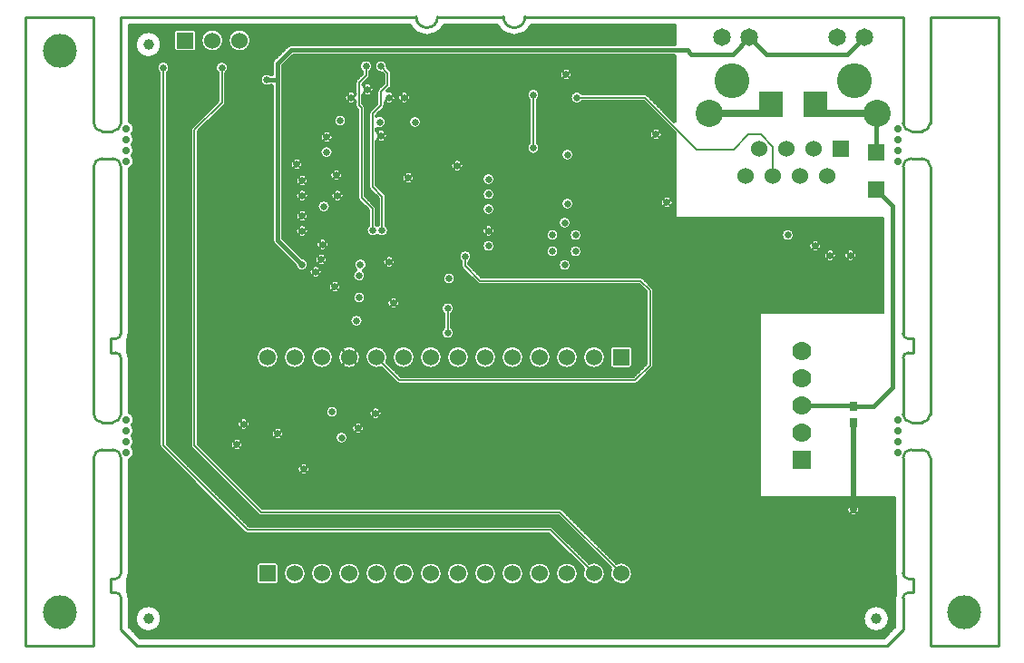
<source format=gbl>
*
*
G04 PADS 9.4.1 Build Number: 494907 generated Gerber (RS-274-X) file*
G04 PC Version=2.1*
*
%IN "P9771A_EasyEDA_Edit.pcb"*%
*
%MOIN*%
*
%FSDAX24Y24*%
*
*
*
*
G04 PC Standard Apertures*
*
*
G04 Thermal Relief Aperture macro.*
%AMTER*
1,1,$1,0,0*
1,0,$1-$2,0,0*
21,0,$3,$4,0,0,45*
21,0,$3,$4,0,0,135*
%
*
*
G04 Annular Aperture macro.*
%AMANN*
1,1,$1,0,0*
1,0,$2,0,0*
%
*
*
G04 Odd Aperture macro.*
%AMODD*
1,1,$1,0,0*
1,0,$1-0.005,0,0*
%
*
*
G04 PC Custom Aperture Macros*
*
*
*
*
*
*
G04 PC Aperture Table*
*
%ADD019R,0.06X0.06*%
%ADD020C,0.06*%
%ADD023C,0.015*%
%ADD026C,0.1*%
%ADD031C,0.01*%
%ADD032C,0.025*%
%ADD037C,0.02*%
%ADD040R,0.07X0.07*%
%ADD041C,0.07*%
%ADD051C,0.001*%
%ADD064C,0.03937*%
%ADD066C,0.028*%
%ADD074C,0.005*%
%ADD078R,0.064X0.064*%
%ADD081C,0.125*%
%ADD150C,0.128*%
%ADD165R,0.03X0.038*%
%ADD270R,0.085X0.098*%
%ADD394C,0.065*%
*
*
*
*
G04 PC Circuitry*
G04 Layer Name P9771A_EasyEDA_Edit.pcb - circuitry*
%LPD*%
*
*
G04 PC Custom Flashes*
G04 Layer Name P9771A_EasyEDA_Edit.pcb - flashes*
%LPD*%
*
*
G04 PC Circuitry*
G04 Layer Name P9771A_EasyEDA_Edit.pcb - circuitry*
%LPD*%
*
G54D19*
G01X028777Y020610D03*
X015777Y012660D03*
X012750Y032250D03*
X036854Y028278D03*
G54D20*
X027777Y020610D03*
X026777Y020610D03*
X025777Y020610D03*
X024777Y020610D03*
X023777Y020610D03*
X022777Y020610D03*
X021777Y020610D03*
X020777Y020610D03*
X019777Y020610D03*
X018777Y020610D03*
X017777Y020610D03*
X016777Y020610D03*
X015777Y020610D03*
X016777Y012660D03*
X017777Y012660D03*
X018777Y012660D03*
X019777Y012660D03*
X020777Y012660D03*
X021777Y012660D03*
X022777Y012660D03*
X023777Y012660D03*
X024777Y012660D03*
X025777Y012660D03*
X026777Y012660D03*
X027777Y012660D03*
X028777Y012660D03*
X013750Y032250D03*
X014750Y032250D03*
X036350Y027278D03*
X035854Y028278D03*
X035350Y027278D03*
X034854Y028278D03*
X034350Y027278D03*
X033854Y028278D03*
X033350Y027278D03*
G54D23*
X038047Y018800D02*
X038750Y019500D01*
X038750Y026175*
X038150Y026775*
X038047Y018800D02*
X037310Y018800D01*
X037300Y018810*
X037280Y018830*
X035397Y018830*
X017043Y024015D02*
X016143Y024915D01*
X016143Y024915D02*
X016143Y030800D01*
X015750Y030800D02*
X016143Y030800D01*
X016143Y030800D02*
X016143Y031400D01*
X016143Y031400D02*
X016643Y031900D01*
X016643Y031900D02*
X031200Y031900D01*
X032865Y031750D02*
X031350Y031750D01*
X031200Y031900*
X032865Y031750D02*
X033492Y032376D01*
X034118Y031750*
X034118Y031750D02*
X037086Y031750D01*
X037712Y032376*
X038150Y028125D02*
X038150Y029573D01*
X038153Y029577*
G54D26*
X038181Y029577D03*
X032023Y029577D03*
G54D31*
X018498Y020330D02*
X018565Y020397D01*
X019056Y020330D02*
X018989Y020397D01*
X019056Y020889D02*
X018989Y020822D01*
X018498Y020889D02*
X018565Y020822D01*
X037455Y015155D02*
X037388Y015088D01*
X037144Y015155D02*
X037211Y015088D01*
X037144Y014844D02*
X037211Y014911D01*
X037455Y014844D02*
X037388Y014911D01*
X019903Y018705D02*
X019835Y018638D01*
X019591Y018705D02*
X019659Y018638D01*
X019591Y018394D02*
X019659Y018461D01*
X019903Y018394D02*
X019835Y018461D01*
X019253Y018155D02*
X019185Y018088D01*
X018941Y018155D02*
X019009Y018088D01*
X018941Y017844D02*
X019009Y017911D01*
X019253Y017844D02*
X019185Y017911D01*
X015053Y018305D02*
X014985Y018238D01*
X014741Y018305D02*
X014809Y018238D01*
X014741Y017994D02*
X014809Y018061D01*
X015053Y017994D02*
X014985Y018061D01*
X014803Y017555D02*
X014735Y017488D01*
X014491Y017555D02*
X014559Y017488D01*
X014491Y017244D02*
X014559Y017311D01*
X014803Y017244D02*
X014735Y017311D01*
X017253Y016655D02*
X017185Y016588D01*
X016941Y016655D02*
X017009Y016588D01*
X016941Y016344D02*
X017009Y016411D01*
X017253Y016344D02*
X017185Y016411D01*
X016303Y017955D02*
X016235Y017888D01*
X015991Y017955D02*
X016059Y017888D01*
X015991Y017644D02*
X016059Y017711D01*
X016303Y017644D02*
X016235Y017711D01*
X020103Y028905D02*
X020035Y028838D01*
X019791Y028905D02*
X019859Y028838D01*
X019791Y028594D02*
X019859Y028661D01*
X020103Y028594D02*
X020035Y028661D01*
X017903Y024355D02*
X017835Y024288D01*
X017591Y024355D02*
X017659Y024288D01*
X017591Y024044D02*
X017659Y024111D01*
X017903Y024044D02*
X017835Y024111D01*
X017953Y024905D02*
X017885Y024838D01*
X017641Y024905D02*
X017709Y024838D01*
X017641Y024594D02*
X017709Y024661D01*
X017953Y024594D02*
X017885Y024661D01*
X019003Y030305D02*
X018935Y030238D01*
X018691Y030305D02*
X018759Y030238D01*
X018691Y029994D02*
X018759Y030061D01*
X019003Y029994D02*
X018935Y030061D01*
X019603Y030605D02*
X019535Y030538D01*
X019291Y030605D02*
X019359Y030538D01*
X019291Y030294D02*
X019359Y030361D01*
X019603Y030294D02*
X019535Y030361D01*
X036053Y024855D02*
X035985Y024788D01*
X035741Y024855D02*
X035809Y024788D01*
X035741Y024544D02*
X035809Y024611D01*
X036053Y024544D02*
X035985Y024611D01*
X026903Y031155D02*
X026835Y031088D01*
X026591Y031155D02*
X026659Y031088D01*
X026591Y030844D02*
X026659Y030911D01*
X026903Y030844D02*
X026835Y030911D01*
X024053Y025405D02*
X023985Y025338D01*
X023741Y025405D02*
X023809Y025338D01*
X023741Y025094D02*
X023809Y025161D01*
X024053Y025094D02*
X023985Y025161D01*
X018403Y023355D02*
X018335Y023288D01*
X018091Y023355D02*
X018159Y023288D01*
X018091Y023044D02*
X018159Y023111D01*
X018403Y023044D02*
X018335Y023111D01*
X020953Y030305D02*
X020885Y030238D01*
X020641Y030305D02*
X020709Y030238D01*
X020641Y029994D02*
X020709Y030061D01*
X020953Y029994D02*
X020885Y030061D01*
X017703Y023905D02*
X017635Y023838D01*
X017391Y023905D02*
X017459Y023838D01*
X017391Y023594D02*
X017459Y023661D01*
X017703Y023594D02*
X017635Y023661D01*
X017203Y025405D02*
X017135Y025338D01*
X016891Y025405D02*
X016959Y025338D01*
X016891Y025094D02*
X016959Y025161D01*
X017203Y025094D02*
X017135Y025161D01*
X017203Y025955D02*
X017135Y025888D01*
X016891Y025955D02*
X016959Y025888D01*
X016891Y025644D02*
X016959Y025711D01*
X017203Y025644D02*
X017135Y025711D01*
X017203Y026705D02*
X017135Y026638D01*
X016891Y026705D02*
X016959Y026638D01*
X016891Y026394D02*
X016959Y026461D01*
X017203Y026394D02*
X017135Y026461D01*
X017203Y027255D02*
X017135Y027188D01*
X016891Y027255D02*
X016959Y027188D01*
X016891Y026944D02*
X016959Y027011D01*
X017203Y026944D02*
X017135Y027011D01*
X017003Y027855D02*
X016935Y027788D01*
X016691Y027855D02*
X016759Y027788D01*
X016691Y027544D02*
X016759Y027611D01*
X017003Y027544D02*
X016935Y027611D01*
X018105Y028855D02*
X018038Y028788D01*
X017794Y028855D02*
X017861Y028788D01*
X017794Y028544D02*
X017861Y028611D01*
X018105Y028544D02*
X018038Y028611D01*
X021103Y027355D02*
X021035Y027288D01*
X020791Y027355D02*
X020859Y027288D01*
X020791Y027044D02*
X020859Y027111D01*
X021103Y027044D02*
X021035Y027111D01*
X018453Y027455D02*
X018385Y027388D01*
X018141Y027455D02*
X018209Y027388D01*
X018141Y027144D02*
X018209Y027211D01*
X018453Y027144D02*
X018385Y027211D01*
X020399Y024270D02*
X020332Y024203D01*
X020088Y024270D02*
X020155Y024203D01*
X020088Y023959D02*
X020155Y024026D01*
X020399Y023959D02*
X020332Y024026D01*
X022903Y027805D02*
X022835Y027738D01*
X022591Y027805D02*
X022659Y027738D01*
X022591Y027494D02*
X022659Y027561D01*
X022903Y027494D02*
X022835Y027561D01*
X020403Y030305D02*
X020335Y030238D01*
X020091Y029994D02*
X020159Y030061D01*
X020403Y029994D02*
X020335Y030061D01*
X030605Y026455D02*
X030538Y026388D01*
X030294Y026455D02*
X030361Y026388D01*
X030294Y026144D02*
X030361Y026211D01*
X030605Y026144D02*
X030538Y026211D01*
X030205Y028955D02*
X030138Y028888D01*
X029894Y028955D02*
X029961Y028888D01*
X029894Y028644D02*
X029961Y028711D01*
X030205Y028644D02*
X030138Y028711D01*
X036605Y024505D02*
X036538Y024438D01*
X036294Y024505D02*
X036361Y024438D01*
X036294Y024194D02*
X036361Y024261D01*
X036605Y024194D02*
X036538Y024261D01*
X037355Y024505D02*
X037288Y024438D01*
X037044Y024505D02*
X037111Y024438D01*
X037044Y024194D02*
X037111Y024261D01*
X037355Y024194D02*
X037288Y024261D01*
X020553Y022755D02*
X020485Y022688D01*
X020241Y022755D02*
X020309Y022688D01*
X020241Y022444D02*
X020309Y022511D01*
X020553Y022444D02*
X020485Y022511D01*
X018503Y026705D02*
X018435Y026638D01*
X018191Y026705D02*
X018259Y026638D01*
X018191Y026394D02*
X018259Y026461D01*
X018503Y026394D02*
X018435Y026461D01*
X006893Y010000D02*
X009393Y010000D01*
X009393Y010000D02*
X009393Y016915D01*
X009693Y017215D02*
G75*
G03X009393Y016915I000000J-000300D01*
G01X009693Y017215D02*
X010093Y017215D01*
X010393Y016915D02*
G03X010093Y017215I-000299J000000D01*
G01X010393Y016915D02*
X010393Y012666D01*
X010393Y012666D02*
X010393Y012666D01*
X010196Y012469D02*
G03X010393Y012666I000000J000197D01*
G01X010196Y012469D02*
X010000Y012469D01*
X010000Y011957*
X010000Y011957D02*
X010197Y011957D01*
X010394Y011761D02*
G03X010197Y011957I-000196J-000000D01*
G01X010394Y011761D02*
X010396Y010589D01*
X010986Y010000*
X010986Y010000D02*
X038543Y010000D01*
X039133Y010590*
X039133Y010590D02*
X039133Y011760D01*
X039330Y011957D02*
G03X039133Y011760I000000J-000196D01*
G01X039330Y011957D02*
X039527Y011957D01*
X039527Y011957D02*
X039527Y012469D01*
X039527Y012469D02*
X039330Y012469D01*
X039133Y012666D02*
G03X039330Y012469I000197J000000D01*
G01X039133Y012666D02*
X039133Y016915D01*
X039433Y017215D02*
G03X039133Y016915I000000J-000300D01*
G01X039433Y017215D02*
X039833Y017215D01*
X040133Y016915D02*
G03X039833Y017215I-000299J-000000D01*
G01X040133Y016915D02*
X040133Y010000D01*
X040133Y010000D02*
X042633Y010000D01*
X042633Y010000D02*
X042633Y033115D01*
X042633Y033115D02*
X040133Y033115D01*
X040133Y033115D02*
X040133Y029215D01*
X039833Y028915D02*
G03X040133Y029215I000000J000300D01*
G01X039833Y028915D02*
X039433Y028915D01*
X039133Y029215D02*
G03X039433Y028915I000300J000000D01*
G01X039133Y029215D02*
X039133Y033115D01*
X039133Y033115D02*
X025242Y033115D01*
X024454Y033115D02*
G03X025242Y033115I000394J000000D01*
G01X024454Y033115D02*
X022033Y033115D01*
X021246Y033115D02*
G03X022033Y033115I000393J000000D01*
G01X021246Y033115D02*
X010393Y033115D01*
X010393Y033115D02*
X010393Y029215D01*
X010093Y028915D02*
G03X010393Y029215I000000J000300D01*
G01X010093Y028915D02*
X009693Y028915D01*
X009393Y029215D02*
G03X009693Y028915I000300J000000D01*
G01X009393Y029215D02*
X009393Y033115D01*
X009393Y033115D02*
X006893Y033115D01*
X006893Y033115D02*
X006893Y010000D01*
X009693Y027915D02*
G03X009393Y027615I000000J-000300D01*
G01X009393Y027615D02*
X009393Y018515D01*
X009393Y018515D02*
G03X009693Y018215I000300J000000D01*
G01X009693Y018215D02*
X010093Y018215D01*
X010093Y018215D02*
G03X010393Y018515I000000J000300D01*
G01X010393Y018515D02*
X010393Y020579D01*
X010393Y020579D02*
G03X010196Y020776I-000196J000000D01*
G01X010196Y020776D02*
X010000Y020776D01*
X010000Y021288*
X010196Y021288*
X010196Y021288D02*
G03X010393Y021485I000000J000197D01*
G01X010393Y021485D02*
X010393Y021485D01*
X010393Y021485D02*
X010393Y027615D01*
X010393Y027615D02*
G03X010093Y027915I-000299J000000D01*
G01X010093Y027915D02*
X009693Y027915D01*
X040133Y027615D02*
G03X039833Y027915I-000299J-000000D01*
G01X040133Y027615D02*
X040133Y018515D01*
X039833Y018215D02*
G03X040133Y018515I000000J000300D01*
G01X039833Y018215D02*
X039433Y018215D01*
X039133Y018515D02*
G03X039433Y018215I000300J000000D01*
G01X039133Y018515D02*
X039133Y020579D01*
X039330Y020776D02*
G03X039133Y020579I000000J-000196D01*
G01X039330Y020776D02*
X039527Y020776D01*
X039527Y020776D02*
X039527Y021288D01*
X039527Y021288D02*
X039330Y021288D01*
X039133Y021485D02*
G03X039330Y021288I000197J000000D01*
G01X039133Y021485D02*
X039133Y027615D01*
X039433Y027915D02*
G03X039133Y027615I000000J-000300D01*
G01X039433Y027915D02*
X039833Y027915D01*
G54D32*
X032051Y029577D02*
X034275Y029577D01*
X034275Y029900*
X038153Y029577D02*
X035925Y029577D01*
X035925Y029900*
X037300Y015000D03*
X014647Y017400D03*
X016147Y017800D03*
X014897Y018150D03*
X018497Y017650D03*
X018147Y018600D03*
X019097Y018000D03*
X019747Y018550D03*
X017097Y016500D03*
X019143Y023615D03*
X019047Y021950D03*
X020397Y022600D03*
X019147Y022800D03*
X017547Y023750D03*
X018247Y023200D03*
X022400Y022400D03*
X022400Y021500D03*
X022447Y023500D03*
X017043Y024015D03*
X019193Y024015D03*
X019643Y025265D03*
X017847Y026150D03*
X019993Y025265D03*
X018297Y027300D03*
X018347Y026550D03*
X017047Y025250D03*
X017047Y025800D03*
X017047Y026550D03*
X016847Y027700D03*
X017047Y027100D03*
X017747Y024200D03*
X017797Y024750D03*
X020243Y024115D03*
X023043Y024315D03*
X023897Y024700D03*
X023897Y026050D03*
X023897Y026600D03*
X023897Y027150D03*
X022747Y027650D03*
X023897Y025250D03*
X020947Y027200D03*
X027097Y024500D03*
X026697Y024000D03*
X026247Y024500D03*
X027097Y025100D03*
X026247Y025100D03*
X026697Y025550D03*
X026797Y026250D03*
X030450Y026300D03*
X036450Y024350D03*
X034897Y025100D03*
X035897Y024700D03*
X037200Y024350D03*
X011950Y031250D03*
X015750Y030800D03*
X014100Y031250D03*
X017950Y028700D03*
X018447Y029300D03*
X019897Y029250D03*
X017947Y028150D03*
X019947Y031300D03*
X019947Y028750D03*
X018847Y030150D03*
X019447Y030450D03*
X020247Y030150D03*
X019397Y031300D03*
X021197Y029250D03*
X020797Y030150D03*
X026797Y028050D03*
X025547Y028300D03*
X025547Y030250D03*
X027147Y030150D03*
X026747Y031000D03*
X030050Y028800D03*
G54D37*
X037300Y015000D02*
X037300Y018190D01*
G54D40*
X035397Y016830D03*
G54D41*
X035397Y017830D03*
X035397Y018830D03*
X035397Y019830D03*
X035397Y020830D03*
G54D51*
G54D64*
X011400Y032100D03*
X011400Y011000D03*
X038150Y011000D03*
G54D66*
X010593Y017515D03*
X010593Y017915D03*
X010593Y018315D03*
X010593Y017115D03*
X010593Y028215D03*
X010593Y028615D03*
X010593Y029015D03*
X010593Y027815D03*
X038943Y017515D03*
X038943Y017915D03*
X038943Y018315D03*
X038943Y017115D03*
X038943Y028215D03*
X038943Y028615D03*
X038943Y029015D03*
X038943Y027815D03*
G54D74*
X027777Y012660D02*
X026172Y014265D01*
X026172Y014265D02*
X015043Y014265D01*
X015043Y014265D02*
X011950Y017365D01*
X011950Y031250*
X028777Y012660D02*
X026522Y014915D01*
X026522Y014915D02*
X015543Y014915D01*
X015543Y014915D02*
X013093Y017365D01*
X013093Y017365D02*
X013093Y028965D01*
X013093Y028965D02*
X014100Y029965D01*
X014100Y031250*
X019777Y020610D02*
X020622Y019765D01*
X020622Y019765D02*
X029293Y019765D01*
X029293Y019765D02*
X029843Y020315D01*
X029843Y020315D02*
X029843Y023065D01*
X029843Y023065D02*
X029493Y023415D01*
X029493Y023415D02*
X023593Y023415D01*
X023593Y023415D02*
X023043Y023965D01*
X023043Y023965D02*
X023043Y024315D01*
X022400Y021500D02*
X022400Y022400D01*
X019643Y025265D02*
X019643Y026065D01*
X019643Y026065D02*
X019243Y026465D01*
X019243Y026465D02*
X019243Y029765D01*
X019243Y029765D02*
X019143Y029865D01*
X019143Y029865D02*
X019143Y030707D01*
X019143Y030707D02*
X019397Y030961D01*
X019397Y030961D02*
X019397Y031300D01*
X019993Y025265D02*
X019993Y026515D01*
X019993Y026515D02*
X019643Y026865D01*
X019643Y026865D02*
X019643Y029565D01*
X019643Y029565D02*
X019947Y029868D01*
X019947Y029868D02*
X019947Y030368D01*
X019947Y030368D02*
X020193Y030615D01*
X020193Y030615D02*
X020193Y031050D01*
X020193Y031050D02*
X019943Y031300D01*
X019943Y031300D02*
X019947Y031300D01*
X034345Y027270D02*
X034345Y028352D01*
X034345Y028352D02*
X033897Y028800D01*
X033897Y028800D02*
X033447Y028800D01*
X025547Y028300D02*
X025547Y030250D01*
X031547Y028250D02*
X029647Y030150D01*
X029647Y030150D02*
X027147Y030150D01*
X031547Y028250D02*
X032897Y028250D01*
X032897Y028250D02*
X033447Y028800D01*
X038609Y011000D02*
G03X038609Y011000I-000459J0D01*
G01X037520Y015000D02*
G03X037520Y015000I-000220J0D01*
G01X037420Y024350D02*
G03X037420Y024350I-000220J0D01*
G01X036670Y024350D02*
G03X036670Y024350I-000220J0D01*
G01X036117Y024700D02*
G03X036117Y024700I-000219J0D01*
G01X035117Y025100D02*
G03X035117Y025100I-000219J0D01*
G01X014867Y017400D02*
G03X014867Y017400I-000219J0D01*
G01X015117Y018150D02*
G03X015117Y018150I-000219J0D01*
G01X015145Y032250D02*
G03X015145Y032250I-000395J0D01*
G01X014145Y032250D02*
G03X014145Y032250I-000395J0D01*
G01X011859Y032100D02*
G03X011859Y032100I-000459J0D01*
G01X018367Y018600D02*
G03X018367Y018600I-000219J0D01*
G01X018172Y020610D02*
G03X018172Y020610I-000394J0D01*
G01X018467Y023200D02*
G03X018467Y023200I-000219J0D01*
G01X018567Y026550D02*
G03X018567Y026550I-000219J0D01*
G01X018517Y027300D02*
G03X018517Y027300I-000219J0D01*
G01X018667Y029300D02*
G03X018667Y029300I-000219J0D01*
G01X019317Y018000D02*
G03X019317Y018000I-000219J0D01*
G01X018717Y017650D02*
G03X018717Y017650I-000219J0D01*
G01X019172Y020610D02*
G03X019172Y020610I-000394J0D01*
G01X019267Y021950D02*
G03X019267Y021950I-000219J0D01*
G01X019367Y022800D02*
G03X019367Y022800I-000219J0D01*
G01X027172Y012660D02*
G03X027172Y012660I-000394J0D01*
G01X026172Y012660D02*
G03X026172Y012660I-000394J0D01*
G01X025172Y012660D02*
G03X025172Y012660I-000394J0D01*
G01X024172Y012660D02*
G03X024172Y012660I-000394J0D01*
G01X023172Y012660D02*
G03X023172Y012660I-000394J0D01*
G01X022172Y012660D02*
G03X022172Y012660I-000394J0D01*
G01X021172Y012660D02*
G03X021172Y012660I-000394J0D01*
G01X020172Y012660D02*
G03X020172Y012660I-000394J0D01*
G01X019172Y012660D02*
G03X019172Y012660I-000394J0D01*
G01X018172Y012660D02*
G03X018172Y012660I-000394J0D01*
G01X017172Y012660D02*
G03X017172Y012660I-000394J0D01*
G01X011859Y011000D02*
G03X011859Y011000I-000459J0D01*
G01X028172Y020610D02*
G03X028172Y020610I-000394J0D01*
G01X027172Y020610D02*
G03X027172Y020610I-000394J0D01*
G01X026172Y020610D02*
G03X026172Y020610I-000394J0D01*
G01X025172Y020610D02*
G03X025172Y020610I-000394J0D01*
G01X024172Y020610D02*
G03X024172Y020610I-000394J0D01*
G01X023172Y020610D02*
G03X023172Y020610I-000394J0D01*
G01X030670Y026300D02*
G03X030670Y026300I-000220J0D01*
G01X019967Y018550D02*
G03X019967Y018550I-000219J0D01*
G01X030270Y028800D02*
G03X030270Y028800I-000220J0D01*
G01X026917Y024000D02*
G03X026917Y024000I-000219J0D01*
G01X027317Y024500D02*
G03X027317Y024500I-000219J0D01*
G01X027317Y025100D02*
G03X027317Y025100I-000219J0D01*
G01X026917Y025550D02*
G03X026917Y025550I-000219J0D01*
G01X027017Y026250D02*
G03X027017Y026250I-000219J0D01*
G01X027017Y028050D02*
G03X027017Y028050I-000219J0D01*
G01X026967Y031000D02*
G03X026967Y031000I-000219J0D01*
G01X026467Y024500D02*
G03X026467Y024500I-000219J0D01*
G01X026467Y025100D02*
G03X026467Y025100I-000219J0D01*
G01X024117Y024700D02*
G03X024117Y024700I-000219J0D01*
G01X024117Y025250D02*
G03X024117Y025250I-000219J0D01*
G01X024117Y026050D02*
G03X024117Y026050I-000219J0D01*
G01X024117Y026600D02*
G03X024117Y026600I-000219J0D01*
G01X024117Y027150D02*
G03X024117Y027150I-000219J0D01*
G01X022667Y023500D02*
G03X022667Y023500I-000219J0D01*
G01X022967Y027650D02*
G03X022967Y027650I-000219J0D01*
G01X022172Y020610D02*
G03X022172Y020610I-000394J0D01*
G01X021172Y020610D02*
G03X021172Y020610I-000394J0D01*
G01X021167Y027200D02*
G03X021167Y027200I-000219J0D01*
G01X021417Y029250D02*
G03X021417Y029250I-000219J0D01*
G01X020617Y022600D02*
G03X020617Y022600I-000219J0D01*
G01X021017Y030150D02*
G03X021017Y030150I-000219J0D01*
G01X020463Y024115D02*
G03X020463Y024115I-000219J0D01*
G01X017767Y023750D02*
G03X017767Y023750I-000219J0D01*
G01X017967Y024200D02*
G03X017967Y024200I-000219J0D01*
G01X018017Y024750D02*
G03X018017Y024750I-000219J0D01*
G01X018067Y026150D02*
G03X018067Y026150I-000219J0D01*
G01X018167Y028150D02*
G03X018167Y028150I-000219J0D01*
G01X018170Y028700D02*
G03X018170Y028700I-000220J0D01*
G01X017317Y016500D02*
G03X017317Y016500I-000219J0D01*
G01X017172Y020610D02*
G03X017172Y020610I-000394J0D01*
G01X016367Y017800D02*
G03X016367Y017800I-000219J0D01*
G01X016172Y020610D02*
G03X016172Y020610I-000394J0D01*
G01X017267Y025250D02*
G03X017267Y025250I-000219J0D01*
G01X017267Y025800D02*
G03X017267Y025800I-000219J0D01*
G01X017267Y026550D02*
G03X017267Y026550I-000219J0D01*
G01X017267Y027100D02*
G03X017267Y027100I-000219J0D01*
G01X017067Y027700D02*
G03X017067Y027700I-000219J0D01*
G01X038872Y011876D02*
X038872Y012550D01*
X038872Y012550D02*
G03X038871Y012556I-000024J000000D01*
G01X038858Y012666D02*
G03X038871Y012556I000472J000000D01*
G01X038858Y012666D02*
X038858Y015450D01*
X038858Y015450D02*
G03X038833Y015475I-000024J000000D01*
G01X038833Y015475D02*
X033872Y015475D01*
X033872Y015475D02*
X033872Y022225D01*
X033872Y022225D02*
X038397Y022225D01*
X038397Y022225D02*
G03X038422Y022250I000000J000025D01*
G01X038422Y022250D02*
X038422Y025700D01*
X038422Y025700D02*
G03X038397Y025725I-000024J000000D01*
G01X038397Y025725D02*
X030772Y025725D01*
X030772Y025725D02*
X030772Y028844D01*
X030772Y028844D02*
G03X030765Y028862I-000024J000000D01*
G01X030765Y028862D02*
X029605Y030022D01*
X029605Y030022D02*
G03X029587Y030030I-000017J-000017D01*
G01X027345Y030030*
G03X027324Y030019I-000000J-000025*
G01X027324Y030280D02*
G03X027324Y030019I-000176J-000130D01*
G01X027324Y030280D02*
G03X027345Y030270I000021J000015D01*
G01X029647Y030270*
X029732Y030234D02*
G03X029647Y030270I-000084J-000084D01*
G01X029732Y030234D02*
X030729Y029237D01*
X030729Y029237D02*
G03X030772Y029255I000018J000018D01*
G01X030772Y029255D02*
X030772Y031705D01*
X030772Y031705D02*
G03X030747Y031730I-000024J-000000D01*
G01X030747Y031730D02*
X016724Y031730D01*
G03X016706Y031722I000000J-000025*
G01X016706Y031722D02*
X016321Y031336D01*
X016321Y031336D02*
G03X016313Y031319I000017J-000016D01*
G01X016313Y031319D02*
X016313Y030800D01*
X016313Y030800D02*
X016313Y024995D01*
X016313Y024995D02*
G03X016321Y024978I000025J000000D01*
G01X017059Y024240*
G03X017073Y024233I000017J000017*
G01X016825Y023985D02*
G03X017073Y024233I000218J000030D01*
G01X016825Y023985D02*
G03X016818Y023999I-000024J-000003D01*
G01X016818Y023999D02*
X016023Y024794D01*
X015973Y024915D02*
G03X016023Y024794I000170J000000D01*
G01X015973Y024915D02*
X015973Y030605D01*
X015973Y030605D02*
G03X015948Y030630I-000024J-000000D01*
G01X015948Y030630D02*
X015898Y030630D01*
G03X015883Y030624I000000J-000025*
G01X015883Y030975D02*
G03X015883Y030624I-000133J-000175D01*
G01X015883Y030975D02*
G03X015898Y030970I000015J000020D01*
G01X015948Y030970*
X015948Y030970D02*
G03X015973Y030995I000000J000025D01*
G01X015973Y030995D02*
X015973Y031400D01*
X016023Y031520D02*
G03X015973Y031400I000120J-000120D01*
G01X016023Y031520D02*
X016523Y032020D01*
X016643Y032070D02*
G03X016523Y032020I000000J-000170D01*
G01X016643Y032070D02*
X030747Y032070D01*
X030747Y032070D02*
G03X030772Y032095I000000J000025D01*
G01X030772Y032095D02*
X030772Y032815D01*
X030772Y032815D02*
G03X030747Y032840I-000024J-000000D01*
G01X030747Y032840D02*
X025473Y032840D01*
X025473Y032840D02*
G03X025451Y032825I000000J-000025D01*
G01X024245Y032825D02*
G03X025451Y032825I000603J000290D01*
G01X024245Y032825D02*
G03X024222Y032840I-000022J-000010D01*
G01X024222Y032840D02*
X022265Y032840D01*
G03X022242Y032825I000000J-000025*
G01X021036Y032825D02*
G03X022242Y032825I000603J000290D01*
G01X021036Y032825D02*
G03X021014Y032840I-000021J-000010D01*
G01X010693Y032840*
X010693Y032840D02*
G03X010668Y032815I000000J-000025D01*
G01X010668Y032815D02*
X010668Y029287D01*
X010668Y029287D02*
G03X010685Y029263I000025J000000D01*
G01X010785Y028832D02*
G03X010685Y029263I-000191J000183D01*
G01X010785Y028832D02*
G03X010785Y028797I000018J-000017D01*
G01X010785Y028432D02*
G03X010785Y028797I-000191J000183D01*
G01X010785Y028432D02*
G03X010785Y028397I000018J-000017D01*
G01X010785Y028032D02*
G03X010785Y028397I-000191J000183D01*
G01X010785Y028032D02*
G03X010785Y027997I000018J-000017D01*
G01X010685Y027566D02*
G03X010785Y027997I-000091J000249D01*
G01X010685Y027566D02*
G03X010668Y027542I000008J-000023D01*
G01X010668Y027542D02*
X010668Y021485D01*
X010624Y021286D02*
G03X010668Y021485I-000427J000199D01*
G01X010624Y021286D02*
G03X010622Y021276I000023J-000010D01*
G01X010622Y021276D02*
X010622Y020788D01*
X010622Y020788D02*
G03X010624Y020778I000025J000000D01*
G01X010668Y020579D02*
G03X010624Y020778I-000471J000000D01*
G01X010668Y020579D02*
X010668Y018587D01*
X010668Y018587D02*
G03X010685Y018563I000025J000000D01*
G01X010785Y018132D02*
G03X010685Y018563I-000191J000183D01*
G01X010785Y018132D02*
G03X010785Y018097I000018J-000017D01*
G01X010785Y017732D02*
G03X010785Y018097I-000191J000183D01*
G01X010785Y017732D02*
G03X010785Y017697I000018J-000017D01*
G01X010785Y017332D02*
G03X010785Y017697I-000191J000183D01*
G01X010785Y017332D02*
G03X010785Y017297I000018J-000017D01*
G01X010685Y016866D02*
G03X010785Y017297I-000091J000249D01*
G01X010685Y016866D02*
G03X010668Y016842I000008J-000023D01*
G01X010668Y016842D02*
X010668Y012666D01*
X010624Y012467D02*
G03X010668Y012666I-000427J000199D01*
G01X010624Y012467D02*
G03X010622Y012457I000023J-000009D01*
G01X010622Y012457D02*
X010622Y011970D01*
X010622Y011970D02*
G03X010624Y011960I000025J000000D01*
G01X010669Y011761D02*
G03X010624Y011960I-000471J-000000D01*
G01X010669Y011761D02*
X010671Y010714D01*
G03X010678Y010696I000025J000000*
G01X011093Y010282*
G03X011111Y010275I000018J000018*
G01X038419Y010275*
G03X038436Y010282I-000000J000025*
G01X038436Y010282D02*
X038851Y010697D01*
G03X038858Y010714I-000017J000017*
G01X038858Y010714D02*
X038858Y011760D01*
X038871Y011870D02*
G03X038858Y011760I000459J-000109D01*
G01X038871Y011870D02*
G03X038872Y011876I-000023J000006D01*
G01X038609Y011000D02*
G03X038609Y011000I-000459J0D01*
G01X037520Y015000D02*
G03X037520Y015000I-000220J0D01*
G01X037420Y024350D02*
G03X037420Y024350I-000220J0D01*
G01X036670Y024350D02*
G03X036670Y024350I-000220J0D01*
G01X036117Y024700D02*
G03X036117Y024700I-000219J0D01*
G01X035117Y025100D02*
G03X035117Y025100I-000219J0D01*
G01X014867Y017400D02*
G03X014867Y017400I-000219J0D01*
G01X015117Y018150D02*
G03X015117Y018150I-000219J0D01*
G01X015145Y032250D02*
G03X015145Y032250I-000395J0D01*
G01X014145Y032250D02*
G03X014145Y032250I-000395J0D01*
G01X013145Y032550D02*
X013145Y031950D01*
X013050Y031855D02*
G03X013145Y031950I-000000J000095D01*
G01X013050Y031855D02*
X012450Y031855D01*
X012355Y031950D02*
G03X012450Y031855I000095J000000D01*
G01X012355Y031950D02*
X012355Y032550D01*
X012450Y032645D02*
G03X012355Y032550I-000000J-000095D01*
G01X012450Y032645D02*
X013050Y032645D01*
X013145Y032550D02*
G03X013050Y032645I-000095J000000D01*
G01X011859Y032100D02*
G03X011859Y032100I-000459J0D01*
G01X018367Y018600D02*
G03X018367Y018600I-000219J0D01*
G01X018172Y020610D02*
G03X018172Y020610I-000394J0D01*
G01X018467Y023200D02*
G03X018467Y023200I-000219J0D01*
G01X018567Y026550D02*
G03X018567Y026550I-000219J0D01*
G01X018517Y027300D02*
G03X018517Y027300I-000219J0D01*
G01X018667Y029300D02*
G03X018667Y029300I-000219J0D01*
G01X019317Y018000D02*
G03X019317Y018000I-000219J0D01*
G01X018717Y017650D02*
G03X018717Y017650I-000219J0D01*
G01X019172Y020610D02*
G03X019172Y020610I-000394J0D01*
G01X019267Y021950D02*
G03X019267Y021950I-000219J0D01*
G01X019367Y022800D02*
G03X019367Y022800I-000219J0D01*
G01X019295Y023819D02*
G03X019047Y023850I-000101J000196D01*
G01X019295Y023819D02*
G03X019290Y023779I000011J-000021D01*
G01X019042Y023810D02*
G03X019290Y023779I000101J-000195D01*
G01X019042Y023810D02*
G03X019047Y023850I-000011J000022D01*
G01X027172Y012660D02*
G03X027172Y012660I-000394J0D01*
G01X026172Y012660D02*
G03X026172Y012660I-000394J0D01*
G01X025172Y012660D02*
G03X025172Y012660I-000394J0D01*
G01X024172Y012660D02*
G03X024172Y012660I-000394J0D01*
G01X023172Y012660D02*
G03X023172Y012660I-000394J0D01*
G01X022172Y012660D02*
G03X022172Y012660I-000394J0D01*
G01X021172Y012660D02*
G03X021172Y012660I-000394J0D01*
G01X020172Y012660D02*
G03X020172Y012660I-000394J0D01*
G01X019172Y012660D02*
G03X019172Y012660I-000394J0D01*
G01X018172Y012660D02*
G03X018172Y012660I-000394J0D01*
G01X017172Y012660D02*
G03X017172Y012660I-000394J0D01*
G01X016172Y012960D02*
X016172Y012360D01*
X016077Y012265D02*
G03X016172Y012360I000000J000095D01*
G01X016077Y012265D02*
X015477Y012265D01*
X015382Y012360D02*
G03X015477Y012265I000095J000000D01*
G01X015382Y012360D02*
X015382Y012960D01*
X015477Y013055D02*
G03X015382Y012960I000000J-000095D01*
G01X015477Y013055D02*
X016077Y013055D01*
X016172Y012960D02*
G03X016077Y013055I-000094J000000D01*
G01X011859Y011000D02*
G03X011859Y011000I-000459J0D01*
G01X027418Y012825D02*
G03X027611Y013018I000359J-000165D01*
G01X027418Y012825D02*
G03X027413Y012853I-000021J000011D01*
G01X027413Y012853D02*
X026130Y014137D01*
X026130Y014137D02*
G03X026112Y014145I-000017J-000017D01*
G01X015043Y014145*
X014958Y014180D02*
G03X015043Y014145I000085J000085D01*
G01X014958Y014180D02*
X011865Y017280D01*
X011830Y017365D02*
G03X011865Y017280I000120J000000D01*
G01X011830Y017365D02*
X011830Y031052D01*
X011830Y031052D02*
G03X011819Y031072I-000025J000000D01*
G01X012080Y031072D02*
G03X011819Y031072I-000130J000178D01*
G01X012080Y031072D02*
G03X012070Y031052I000015J-000019D01*
G01X012070Y031052D02*
X012070Y017425D01*
G03X012077Y017407I000025J-000000*
G01X015086Y014392*
G03X015103Y014385I000017J000018*
G01X015103Y014385D02*
X026172Y014385D01*
X026257Y014349D02*
G03X026172Y014385I-000084J-000084D01*
G01X026257Y014349D02*
X027583Y013023D01*
X027583Y013023D02*
G03X027611Y013018I000018J000018D01*
G01X029172Y020910D02*
X029172Y020310D01*
X029077Y020215D02*
G03X029172Y020310I000000J000095D01*
G01X029077Y020215D02*
X028477Y020215D01*
X028382Y020310D02*
G03X028477Y020215I000095J000000D01*
G01X028382Y020310D02*
X028382Y020910D01*
X028477Y021005D02*
G03X028382Y020910I000000J-000095D01*
G01X028477Y021005D02*
X029077Y021005D01*
X029172Y020910D02*
G03X029077Y021005I-000094J000000D01*
G01X028172Y020610D02*
G03X028172Y020610I-000394J0D01*
G01X027172Y020610D02*
G03X027172Y020610I-000394J0D01*
G01X026172Y020610D02*
G03X026172Y020610I-000394J0D01*
G01X025172Y020610D02*
G03X025172Y020610I-000394J0D01*
G01X024172Y020610D02*
G03X024172Y020610I-000394J0D01*
G01X023172Y020610D02*
G03X023172Y020610I-000394J0D01*
G01X030670Y026300D02*
G03X030670Y026300I-000220J0D01*
G01X028418Y012825D02*
G03X028611Y013018I000359J-000165D01*
G01X028418Y012825D02*
G03X028413Y012853I-000021J000011D01*
G01X028413Y012853D02*
X026480Y014787D01*
X026480Y014787D02*
G03X026462Y014795I-000017J-000017D01*
G01X015543Y014795*
X015458Y014830D02*
G03X015543Y014795I000085J000085D01*
G01X015458Y014830D02*
X013008Y017280D01*
X012973Y017365D02*
G03X013008Y017280I000120J000000D01*
G01X012973Y017365D02*
X012973Y028965D01*
X013009Y029050D02*
G03X012973Y028965I000084J-000085D01*
G01X013009Y029050D02*
X013972Y030007D01*
X013972Y030007D02*
G03X013980Y030025I-000017J000018D01*
G01X013980Y031052*
X013980Y031052D02*
G03X013969Y031072I-000025J000000D01*
G01X014230Y031072D02*
G03X013969Y031072I-000130J000178D01*
G01X014230Y031072D02*
G03X014220Y031052I000015J-000019D01*
G01X014220Y031052D02*
X014220Y029965D01*
X014184Y029879D02*
G03X014220Y029965I-000084J000086D01*
G01X014184Y029879D02*
X013221Y028922D01*
G03X013213Y028904I000017J-000017*
G01X013213Y028904D02*
X013213Y017425D01*
X013213Y017425D02*
G03X013221Y017407I000025J000000D01*
G01X015586Y015042*
G03X015603Y015035I000017J000018*
G01X015603Y015035D02*
X026522Y015035D01*
X026607Y014999D02*
G03X026522Y015035I-000084J-000084D01*
G01X026607Y014999D02*
X028583Y013023D01*
X028583Y013023D02*
G03X028611Y013018I000018J000018D01*
G01X019967Y018550D02*
G03X019967Y018550I-000219J0D01*
G01X029963Y023065D02*
X029963Y020315D01*
X029928Y020230D02*
G03X029963Y020315I-000084J000085D01*
G01X029928Y020230D02*
X029378Y019680D01*
X029293Y019645D02*
G03X029378Y019680I000000J000120D01*
G01X029293Y019645D02*
X020622Y019645D01*
X020537Y019680D02*
G03X020622Y019645I000085J000085D01*
G01X020537Y019680D02*
X019971Y020246D01*
G03X019943Y020251I-000017J-000017*
G01X020136Y020444D02*
G03X019943Y020251I-000358J000166D01*
G01X020136Y020444D02*
G03X020141Y020416I000022J-000010D01*
G01X020664Y019892*
X020664Y019892D02*
G03X020682Y019885I000018J000018D01*
G01X020682Y019885D02*
X029233Y019885D01*
X029233Y019885D02*
G03X029251Y019892I000000J000025D01*
G01X029716Y020357*
G03X029723Y020375I-000017J000018*
G01X029723Y020375D02*
X029723Y023004D01*
X029723Y023004D02*
G03X029716Y023022I-000024J000000D01*
G01X029716Y023022D02*
X029451Y023287D01*
X029451Y023287D02*
G03X029433Y023295I-000017J-000017D01*
G01X029433Y023295D02*
X023593Y023295D01*
X023508Y023330D02*
G03X023593Y023295I000085J000085D01*
G01X023508Y023330D02*
X022958Y023880D01*
X022923Y023965D02*
G03X022958Y023880I000120J000000D01*
G01X022923Y023965D02*
X022923Y024117D01*
X022923Y024117D02*
G03X022913Y024137I-000024J000000D01*
G01X023173Y024137D02*
G03X022913Y024137I-000129J000178D01*
G01X023173Y024137D02*
G03X023163Y024117I000015J-000019D01*
G01X023163Y024117D02*
X023163Y024025D01*
X023163Y024025D02*
G03X023171Y024007I000025J000000D01*
G01X023636Y023542*
G03X023653Y023535I000017J000018*
G01X023653Y023535D02*
X029493Y023535D01*
X029578Y023499D02*
G03X029493Y023535I-000084J-000084D01*
G01X029578Y023499D02*
X029928Y023149D01*
X029963Y023065D02*
G03X029928Y023149I-000119J000000D01*
G01X030270Y028800D02*
G03X030270Y028800I-000220J0D01*
G01X026917Y024000D02*
G03X026917Y024000I-000219J0D01*
G01X027317Y024500D02*
G03X027317Y024500I-000219J0D01*
G01X027317Y025100D02*
G03X027317Y025100I-000219J0D01*
G01X026917Y025550D02*
G03X026917Y025550I-000219J0D01*
G01X027017Y026250D02*
G03X027017Y026250I-000219J0D01*
G01X027017Y028050D02*
G03X027017Y028050I-000219J0D01*
G01X026967Y031000D02*
G03X026967Y031000I-000219J0D01*
G01X026467Y024500D02*
G03X026467Y024500I-000219J0D01*
G01X026467Y025100D02*
G03X026467Y025100I-000219J0D01*
G01X025677Y030072D02*
G03X025417Y030072I-000129J000178D01*
G01X025677Y030072D02*
G03X025667Y030052I000015J-000019D01*
G01X025667Y030052D02*
X025667Y028497D01*
X025667Y028497D02*
G03X025677Y028477I000025J000000D01*
G01X025417Y028477D02*
G03X025677Y028477I000130J-000177D01*
G01X025417Y028477D02*
G03X025427Y028497I-000014J000020D01*
G01X025427Y028497D02*
X025427Y030052D01*
X025427Y030052D02*
G03X025417Y030072I-000024J000000D01*
G01X024117Y024700D02*
G03X024117Y024700I-000219J0D01*
G01X024117Y025250D02*
G03X024117Y025250I-000219J0D01*
G01X024117Y026050D02*
G03X024117Y026050I-000219J0D01*
G01X024117Y026600D02*
G03X024117Y026600I-000219J0D01*
G01X024117Y027150D02*
G03X024117Y027150I-000219J0D01*
G01X022530Y022222D02*
G03X022269Y022222I-000130J000178D01*
G01X022530Y022222D02*
G03X022520Y022202I000015J-000019D01*
G01X022520Y022202D02*
X022520Y021697D01*
G03X022530Y021677I000025J000000*
G01X022269Y021677D02*
G03X022530Y021677I000131J-000177D01*
G01X022269Y021677D02*
G03X022280Y021697I-000014J000020D01*
G01X022280Y022202*
X022280Y022202D02*
G03X022269Y022222I-000025J000000D01*
G01X022667Y023500D02*
G03X022667Y023500I-000219J0D01*
G01X022967Y027650D02*
G03X022967Y027650I-000219J0D01*
G01X022172Y020610D02*
G03X022172Y020610I-000394J0D01*
G01X021172Y020610D02*
G03X021172Y020610I-000394J0D01*
G01X021167Y027200D02*
G03X021167Y027200I-000219J0D01*
G01X021417Y029250D02*
G03X021417Y029250I-000219J0D01*
G01X020617Y022600D02*
G03X020617Y022600I-000219J0D01*
G01X021017Y030150D02*
G03X021017Y030150I-000219J0D01*
G01X020463Y024115D02*
G03X020463Y024115I-000219J0D01*
G01X020108Y029979D02*
G03X020172Y030356I000139J000171D01*
G01X020108Y029979D02*
G03X020067Y029960I-000015J-000018D01*
G01X020067Y029960D02*
X020067Y029868D01*
X020032Y029784D02*
G03X020067Y029868I-000084J000084D01*
G01X020032Y029784D02*
X019771Y029522D01*
X019771Y029522D02*
G03X019763Y029504I000017J-000017D01*
G01X019763Y029504D02*
X019763Y029469D01*
X019763Y029469D02*
G03X019799Y029447I000025J000000D01*
G01X019799Y029052D02*
G03X019799Y029447I000098J000198D01*
G01X019799Y029052D02*
G03X019763Y029030I-000010J-000021D01*
G01X019763Y029030D02*
X019763Y028936D01*
X019763Y028936D02*
G03X019804Y028917I000025J000000D01*
G01X019804Y028582D02*
G03X019804Y028917I000143J000168D01*
G01X019804Y028582D02*
G03X019763Y028563I-000015J-000018D01*
G01X019763Y028563D02*
X019763Y026925D01*
X019763Y026925D02*
G03X019771Y026907I000025J000000D01*
G01X020078Y026599*
X020113Y026515D02*
G03X020078Y026599I-000119J000000D01*
G01X020113Y026515D02*
X020113Y025462D01*
X020113Y025462D02*
G03X020123Y025442I000025J000000D01*
G01X019836Y025111D02*
G03X020123Y025442I000157J000154D01*
G01X019836Y025111D02*
G03X019800Y025111I-000017J-000017D01*
G01X019513Y025442D02*
G03X019800Y025111I000130J-000177D01*
G01X019513Y025442D02*
G03X019523Y025462I-000014J000020D01*
G01X019523Y025462D02*
X019523Y026004D01*
X019523Y026004D02*
G03X019516Y026022I-000024J000000D01*
G01X019516Y026022D02*
X019158Y026380D01*
X019123Y026465D02*
G03X019158Y026380I000120J000000D01*
G01X019123Y026465D02*
X019123Y029704D01*
X019123Y029704D02*
G03X019116Y029722I-000024J000000D01*
G01X019116Y029722D02*
X019058Y029780D01*
X019023Y029865D02*
G03X019058Y029780I000120J000000D01*
G01X019023Y029865D02*
X019023Y029957D01*
X019023Y029957D02*
G03X018983Y029976I-000024J000000D01*
G01X018983Y030323D02*
G03X018983Y029976I-000135J-000173D01*
G01X018983Y030323D02*
G03X019023Y030342I000015J000019D01*
G01X019023Y030342D02*
X019023Y030707D01*
X019058Y030792D02*
G03X019023Y030707I000085J-000084D01*
G01X019058Y030792D02*
X019270Y031003D01*
X019270Y031003D02*
G03X019277Y031021I-000017J000018D01*
G01X019277Y031021D02*
X019277Y031102D01*
X019277Y031102D02*
G03X019267Y031122I-000024J000000D01*
G01X019527Y031122D02*
G03X019267Y031122I-000129J000178D01*
G01X019527Y031122D02*
G03X019517Y031102I000015J-000019D01*
G01X019517Y031102D02*
X019517Y030961D01*
X019482Y030876D02*
G03X019517Y030961I-000084J000085D01*
G01X019482Y030876D02*
X019271Y030664D01*
X019271Y030664D02*
G03X019263Y030647I000017J-000016D01*
G01X019263Y030647D02*
X019263Y030636D01*
X019263Y030636D02*
G03X019304Y030617I000025J000000D01*
G01X019304Y030282D02*
G03X019304Y030617I000143J000168D01*
G01X019304Y030282D02*
G03X019263Y030263I-000015J-000018D01*
G01X019263Y030263D02*
X019263Y029925D01*
X019263Y029925D02*
G03X019271Y029907I000025J000000D01*
G01X019328Y029849*
X019363Y029765D02*
G03X019328Y029849I-000119J000000D01*
G01X019363Y029765D02*
X019363Y026525D01*
X019363Y026525D02*
G03X019371Y026507I000025J000000D01*
G01X019728Y026149*
X019763Y026065D02*
G03X019728Y026149I-000119J000000D01*
G01X019763Y026065D02*
X019763Y025462D01*
X019763Y025462D02*
G03X019773Y025442I000025J000000D01*
G01X019800Y025419D02*
G03X019773Y025442I-000156J-000154D01*
G01X019800Y025419D02*
G03X019836Y025419I000018J000017D01*
G01X019863Y025442D02*
G03X019836Y025419I000130J-000177D01*
G01X019863Y025442D02*
G03X019873Y025462I-000014J000020D01*
G01X019873Y025462D02*
X019873Y026454D01*
X019873Y026454D02*
G03X019866Y026472I-000024J000000D01*
G01X019866Y026472D02*
X019558Y026780D01*
X019523Y026865D02*
G03X019558Y026780I000120J000000D01*
G01X019523Y026865D02*
X019523Y029565D01*
X019558Y029649D02*
G03X019523Y029565I000085J-000084D01*
G01X019558Y029649D02*
X019820Y029911D01*
G03X019827Y029928I-000017J000017*
G01X019827Y029928D02*
X019827Y030368D01*
X019862Y030453D02*
G03X019827Y030368I000085J-000084D01*
G01X019862Y030453D02*
X020066Y030657D01*
G03X020073Y030675I-000017J000018*
G01X020073Y030675D02*
X020073Y030989D01*
X020073Y030989D02*
G03X020066Y031007I-000024J000000D01*
G01X020066Y031007D02*
X019998Y031075D01*
X019998Y031075D02*
G03X019977Y031082I-000016J-000017D01*
G01X020164Y031263D02*
G03X019977Y031082I-000216J000037D01*
G01X020164Y031263D02*
G03X020171Y031241I000025J-000003D01*
G01X020171Y031241D02*
X020278Y031134D01*
X020313Y031050D02*
G03X020278Y031134I-000119J000000D01*
G01X020313Y031050D02*
X020313Y030615D01*
X020278Y030530D02*
G03X020313Y030615I-000084J000085D01*
G01X020278Y030530D02*
X020146Y030398D01*
G03X020172Y030356I000018J-000017*
G01X017767Y023750D02*
G03X017767Y023750I-000219J0D01*
G01X017967Y024200D02*
G03X017967Y024200I-000219J0D01*
G01X018017Y024750D02*
G03X018017Y024750I-000219J0D01*
G01X018067Y026150D02*
G03X018067Y026150I-000219J0D01*
G01X018167Y028150D02*
G03X018167Y028150I-000219J0D01*
G01X018170Y028700D02*
G03X018170Y028700I-000220J0D01*
G01X017317Y016500D02*
G03X017317Y016500I-000219J0D01*
G01X017172Y020610D02*
G03X017172Y020610I-000394J0D01*
G01X016367Y017800D02*
G03X016367Y017800I-000219J0D01*
G01X016172Y020610D02*
G03X016172Y020610I-000394J0D01*
G01X017267Y025250D02*
G03X017267Y025250I-000219J0D01*
G01X017267Y025800D02*
G03X017267Y025800I-000219J0D01*
G01X017267Y026550D02*
G03X017267Y026550I-000219J0D01*
G01X017267Y027100D02*
G03X017267Y027100I-000219J0D01*
G01X017067Y027700D02*
G03X017067Y027700I-000219J0D01*
G01X029148Y012524D02*
X038872Y012524D01*
X029129Y012479D02*
X038872Y012479D01*
X029102Y012434D02*
X038872Y012434D01*
X029065Y012389D02*
X038872Y012389D01*
X029015Y012344D02*
X038872Y012344D01*
X028939Y012299D02*
X038872Y012299D01*
X010622Y012254D02*
X038872Y012254D01*
X010622Y012209D02*
X038872Y012209D01*
X010622Y012164D02*
X038872Y012164D01*
X010622Y012119D02*
X038872Y012119D01*
X010622Y012074D02*
X038872Y012074D01*
X010622Y012029D02*
X038872Y012029D01*
X010622Y011984D02*
X038872Y011984D01*
X010633Y011939D02*
X038872Y011939D01*
X010649Y011894D02*
X038872Y011894D01*
X029162Y012569D02*
X038868Y012569D01*
X010660Y011849D02*
X038867Y011849D01*
X029169Y012614D02*
X038861Y012614D01*
X010667Y011804D02*
X038860Y011804D01*
X029172Y012659D02*
X038858Y012659D01*
X015178Y015449D02*
X038858Y015449D01*
X015223Y015404D02*
X038858Y015404D01*
X015268Y015359D02*
X038858Y015359D01*
X015313Y015314D02*
X038858Y015314D01*
X015358Y015269D02*
X038858Y015269D01*
X015403Y015224D02*
X038858Y015224D01*
X037426Y015179D02*
X038858Y015179D01*
X037473Y015134D02*
X038858Y015134D01*
X037500Y015089D02*
X038858Y015089D01*
X037515Y015044D02*
X038858Y015044D01*
X037520Y014999D02*
X038858Y014999D01*
X037515Y014954D02*
X038858Y014954D01*
X037500Y014909D02*
X038858Y014909D01*
X037473Y014864D02*
X038858Y014864D01*
X037426Y014819D02*
X038858Y014819D01*
X026832Y014774D02*
X038858Y014774D01*
X026877Y014729D02*
X038858Y014729D01*
X026922Y014684D02*
X038858Y014684D01*
X026967Y014639D02*
X038858Y014639D01*
X027012Y014594D02*
X038858Y014594D01*
X027057Y014549D02*
X038858Y014549D01*
X027102Y014504D02*
X038858Y014504D01*
X027147Y014459D02*
X038858Y014459D01*
X027192Y014414D02*
X038858Y014414D01*
X027237Y014369D02*
X038858Y014369D01*
X027282Y014324D02*
X038858Y014324D01*
X027327Y014279D02*
X038858Y014279D01*
X027372Y014234D02*
X038858Y014234D01*
X027417Y014189D02*
X038858Y014189D01*
X027462Y014144D02*
X038858Y014144D01*
X027507Y014099D02*
X038858Y014099D01*
X027552Y014054D02*
X038858Y014054D01*
X027597Y014009D02*
X038858Y014009D01*
X027642Y013964D02*
X038858Y013964D01*
X027687Y013919D02*
X038858Y013919D01*
X027732Y013874D02*
X038858Y013874D01*
X027777Y013829D02*
X038858Y013829D01*
X027822Y013784D02*
X038858Y013784D01*
X027867Y013739D02*
X038858Y013739D01*
X027912Y013694D02*
X038858Y013694D01*
X027957Y013649D02*
X038858Y013649D01*
X028002Y013604D02*
X038858Y013604D01*
X028047Y013559D02*
X038858Y013559D01*
X028092Y013514D02*
X038858Y013514D01*
X028137Y013469D02*
X038858Y013469D01*
X028182Y013424D02*
X038858Y013424D01*
X028227Y013379D02*
X038858Y013379D01*
X028272Y013334D02*
X038858Y013334D01*
X028317Y013289D02*
X038858Y013289D01*
X028362Y013244D02*
X038858Y013244D01*
X028407Y013199D02*
X038858Y013199D01*
X028452Y013154D02*
X038858Y013154D01*
X028497Y013109D02*
X038858Y013109D01*
X028542Y013064D02*
X038858Y013064D01*
X028940Y013019D02*
X038858Y013019D01*
X029016Y012974D02*
X038858Y012974D01*
X029066Y012929D02*
X038858Y012929D01*
X029102Y012884D02*
X038858Y012884D01*
X029129Y012839D02*
X038858Y012839D01*
X029148Y012794D02*
X038858Y012794D01*
X029162Y012749D02*
X038858Y012749D01*
X029170Y012704D02*
X038858Y012704D01*
X010669Y011759D02*
X038858Y011759D01*
X010669Y011714D02*
X038858Y011714D01*
X010669Y011669D02*
X038858Y011669D01*
X010669Y011624D02*
X038858Y011624D01*
X010669Y011579D02*
X038858Y011579D01*
X010669Y011534D02*
X038858Y011534D01*
X010669Y011489D02*
X038858Y011489D01*
X038266Y011444D02*
X038858Y011444D01*
X038377Y011399D02*
X038858Y011399D01*
X038442Y011354D02*
X038858Y011354D01*
X038489Y011309D02*
X038858Y011309D01*
X038525Y011264D02*
X038858Y011264D01*
X038553Y011219D02*
X038858Y011219D01*
X038575Y011174D02*
X038858Y011174D01*
X038591Y011129D02*
X038858Y011129D01*
X038601Y011084D02*
X038858Y011084D01*
X038608Y011039D02*
X038858Y011039D01*
X038609Y010994D02*
X038858Y010994D01*
X038607Y010949D02*
X038858Y010949D01*
X038599Y010904D02*
X038858Y010904D01*
X038587Y010859D02*
X038858Y010859D01*
X038570Y010814D02*
X038858Y010814D01*
X038548Y010769D02*
X038858Y010769D01*
X038518Y010724D02*
X038858Y010724D01*
X038480Y010679D02*
X038834Y010679D01*
X038429Y010634D02*
X038789Y010634D01*
X038357Y010589D02*
X038744Y010589D01*
X038215Y010544D02*
X038699Y010544D01*
X010875Y010499D02*
X038654Y010499D01*
X010920Y010454D02*
X038609Y010454D01*
X010965Y010409D02*
X038564Y010409D01*
X011010Y010364D02*
X038519Y010364D01*
X011055Y010319D02*
X038474Y010319D01*
X026885Y025664D02*
X038422Y025664D01*
X026906Y025619D02*
X038422Y025619D01*
X026916Y025574D02*
X038422Y025574D01*
X026916Y025529D02*
X038422Y025529D01*
X026907Y025484D02*
X038422Y025484D01*
X026888Y025439D02*
X038422Y025439D01*
X026853Y025394D02*
X038422Y025394D01*
X026788Y025349D02*
X038422Y025349D01*
X034977Y025304D02*
X038422Y025304D01*
X035048Y025259D02*
X038422Y025259D01*
X035085Y025214D02*
X038422Y025214D01*
X035106Y025169D02*
X038422Y025169D01*
X035116Y025124D02*
X038422Y025124D01*
X035116Y025079D02*
X038422Y025079D01*
X035107Y025034D02*
X038422Y025034D01*
X035088Y024989D02*
X038422Y024989D01*
X035053Y024944D02*
X038422Y024944D01*
X035989Y024899D02*
X038422Y024899D01*
X036053Y024854D02*
X038422Y024854D01*
X036088Y024809D02*
X038422Y024809D01*
X036107Y024764D02*
X038422Y024764D01*
X036116Y024719D02*
X038422Y024719D01*
X036116Y024674D02*
X038422Y024674D01*
X036106Y024629D02*
X038422Y024629D01*
X036085Y024584D02*
X038422Y024584D01*
X037311Y024539D02*
X038422Y024539D01*
X037365Y024494D02*
X038422Y024494D01*
X037396Y024449D02*
X038422Y024449D01*
X037413Y024404D02*
X038422Y024404D01*
X037419Y024359D02*
X038422Y024359D01*
X037417Y024314D02*
X038422Y024314D01*
X037404Y024269D02*
X038422Y024269D01*
X037381Y024224D02*
X038422Y024224D01*
X037339Y024179D02*
X038422Y024179D01*
X037246Y024134D02*
X038422Y024134D01*
X026898Y024089D02*
X038422Y024089D01*
X026912Y024044D02*
X038422Y024044D01*
X026917Y023999D02*
X038422Y023999D01*
X026912Y023954D02*
X038422Y023954D01*
X026898Y023909D02*
X038422Y023909D01*
X026871Y023864D02*
X038422Y023864D01*
X026823Y023819D02*
X038422Y023819D01*
X023403Y023774D02*
X038422Y023774D01*
X023448Y023729D02*
X038422Y023729D01*
X023493Y023684D02*
X038422Y023684D01*
X023538Y023639D02*
X038422Y023639D01*
X023583Y023594D02*
X038422Y023594D01*
X023628Y023549D02*
X038422Y023549D01*
X029573Y023504D02*
X038422Y023504D01*
X029618Y023459D02*
X038422Y023459D01*
X029663Y023414D02*
X038422Y023414D01*
X029708Y023369D02*
X038422Y023369D01*
X029753Y023324D02*
X038422Y023324D01*
X029798Y023279D02*
X038422Y023279D01*
X029843Y023234D02*
X038422Y023234D01*
X029888Y023189D02*
X038422Y023189D01*
X029933Y023144D02*
X038422Y023144D01*
X029958Y023099D02*
X038422Y023099D01*
X029963Y023054D02*
X038422Y023054D01*
X029963Y023009D02*
X038422Y023009D01*
X029963Y022964D02*
X038422Y022964D01*
X029963Y022919D02*
X038422Y022919D01*
X029963Y022874D02*
X038422Y022874D01*
X029963Y022829D02*
X038422Y022829D01*
X029963Y022784D02*
X038422Y022784D01*
X029963Y022739D02*
X038422Y022739D01*
X029963Y022694D02*
X038422Y022694D01*
X029963Y022649D02*
X038422Y022649D01*
X029963Y022604D02*
X038422Y022604D01*
X029963Y022559D02*
X038422Y022559D01*
X029963Y022514D02*
X038422Y022514D01*
X029963Y022469D02*
X038422Y022469D01*
X029963Y022424D02*
X038422Y022424D01*
X029963Y022379D02*
X038422Y022379D01*
X029963Y022334D02*
X038422Y022334D01*
X029963Y022289D02*
X038422Y022289D01*
X029963Y022244D02*
X038422Y022244D01*
X026848Y025709D02*
X038420Y025709D01*
X011465Y010544D02*
X038084Y010544D01*
X011516Y011444D02*
X038033Y011444D01*
X011607Y010589D02*
X037942Y010589D01*
X011627Y011399D02*
X037922Y011399D01*
X011679Y010634D02*
X037870Y010634D01*
X011692Y011354D02*
X037857Y011354D01*
X011730Y010679D02*
X037819Y010679D01*
X011739Y011309D02*
X037810Y011309D01*
X011768Y010724D02*
X037781Y010724D01*
X011775Y011264D02*
X037774Y011264D01*
X011798Y010769D02*
X037751Y010769D01*
X011803Y011219D02*
X037746Y011219D01*
X011820Y010814D02*
X037729Y010814D01*
X011825Y011174D02*
X037724Y011174D01*
X011837Y010859D02*
X037712Y010859D01*
X011841Y011129D02*
X037708Y011129D01*
X011849Y010904D02*
X037700Y010904D01*
X011851Y011084D02*
X037698Y011084D01*
X011857Y010949D02*
X037692Y010949D01*
X011858Y011039D02*
X037691Y011039D01*
X011859Y010994D02*
X037690Y010994D01*
X026787Y014819D02*
X037173Y014819D01*
X015448Y015179D02*
X037173Y015179D01*
X036496Y024134D02*
X037154Y024134D01*
X026742Y014864D02*
X037126Y014864D01*
X015493Y015134D02*
X037126Y015134D01*
X026697Y014909D02*
X037099Y014909D01*
X015538Y015089D02*
X037099Y015089D01*
X036561Y024539D02*
X037088Y024539D01*
X026652Y014954D02*
X037084Y014954D01*
X015583Y015044D02*
X037084Y015044D01*
X026607Y014999D02*
X037080Y014999D01*
X036589Y024179D02*
X037060Y024179D01*
X036615Y024494D02*
X037034Y024494D01*
X036631Y024224D02*
X037019Y024224D01*
X036646Y024449D02*
X037004Y024449D01*
X036654Y024269D02*
X036995Y024269D01*
X036663Y024404D02*
X036986Y024404D01*
X036667Y024314D02*
X036982Y024314D01*
X036669Y024359D02*
X036980Y024359D01*
X026871Y024134D02*
X036404Y024134D01*
X036048Y024539D02*
X036338Y024539D01*
X026824Y024179D02*
X036310Y024179D01*
X035977Y024494D02*
X036284Y024494D01*
X023244Y024224D02*
X036269Y024224D01*
X027311Y024449D02*
X036254Y024449D01*
X023259Y024269D02*
X036245Y024269D01*
X027295Y024404D02*
X036236Y024404D01*
X027216Y024314D02*
X036232Y024314D01*
X027267Y024359D02*
X036230Y024359D01*
X027317Y024494D02*
X035818Y024494D01*
X034988Y024899D02*
X035805Y024899D01*
X027313Y024539D02*
X035746Y024539D01*
X024053Y024854D02*
X035741Y024854D01*
X027300Y024584D02*
X035710Y024584D01*
X024088Y024809D02*
X035706Y024809D01*
X027275Y024629D02*
X035689Y024629D01*
X024107Y024764D02*
X035687Y024764D01*
X027231Y024674D02*
X035678Y024674D01*
X027105Y024719D02*
X035678Y024719D01*
X027177Y025304D02*
X034817Y025304D01*
X027188Y024899D02*
X034806Y024899D01*
X027248Y025259D02*
X034746Y025259D01*
X027253Y024944D02*
X034741Y024944D01*
X027285Y025214D02*
X034709Y025214D01*
X027288Y024989D02*
X034707Y024989D01*
X027306Y025169D02*
X034688Y025169D01*
X027307Y025034D02*
X034687Y025034D01*
X027316Y025124D02*
X034678Y025124D01*
X027316Y025079D02*
X034678Y025079D01*
X029963Y022199D02*
X033872Y022199D01*
X029963Y022154D02*
X033872Y022154D01*
X029963Y022109D02*
X033872Y022109D01*
X029963Y022064D02*
X033872Y022064D01*
X029963Y022019D02*
X033872Y022019D01*
X029963Y021974D02*
X033872Y021974D01*
X029963Y021929D02*
X033872Y021929D01*
X029963Y021884D02*
X033872Y021884D01*
X029963Y021839D02*
X033872Y021839D01*
X029963Y021794D02*
X033872Y021794D01*
X029963Y021749D02*
X033872Y021749D01*
X029963Y021704D02*
X033872Y021704D01*
X029963Y021659D02*
X033872Y021659D01*
X029963Y021614D02*
X033872Y021614D01*
X029963Y021569D02*
X033872Y021569D01*
X029963Y021524D02*
X033872Y021524D01*
X029963Y021479D02*
X033872Y021479D01*
X029963Y021434D02*
X033872Y021434D01*
X029963Y021389D02*
X033872Y021389D01*
X029963Y021344D02*
X033872Y021344D01*
X029963Y021299D02*
X033872Y021299D01*
X029963Y021254D02*
X033872Y021254D01*
X029963Y021209D02*
X033872Y021209D01*
X029963Y021164D02*
X033872Y021164D01*
X029963Y021119D02*
X033872Y021119D01*
X029963Y021074D02*
X033872Y021074D01*
X029963Y021029D02*
X033872Y021029D01*
X029963Y020984D02*
X033872Y020984D01*
X029963Y020939D02*
X033872Y020939D01*
X029963Y020894D02*
X033872Y020894D01*
X029963Y020849D02*
X033872Y020849D01*
X029963Y020804D02*
X033872Y020804D01*
X029963Y020759D02*
X033872Y020759D01*
X029963Y020714D02*
X033872Y020714D01*
X029963Y020669D02*
X033872Y020669D01*
X029963Y020624D02*
X033872Y020624D01*
X029963Y020579D02*
X033872Y020579D01*
X029963Y020534D02*
X033872Y020534D01*
X029963Y020489D02*
X033872Y020489D01*
X029963Y020444D02*
X033872Y020444D01*
X029963Y020399D02*
X033872Y020399D01*
X029963Y020354D02*
X033872Y020354D01*
X029963Y020309D02*
X033872Y020309D01*
X029952Y020264D02*
X033872Y020264D01*
X029918Y020219D02*
X033872Y020219D01*
X029873Y020174D02*
X033872Y020174D01*
X029828Y020129D02*
X033872Y020129D01*
X029783Y020084D02*
X033872Y020084D01*
X029738Y020039D02*
X033872Y020039D01*
X029693Y019994D02*
X033872Y019994D01*
X029648Y019949D02*
X033872Y019949D01*
X029603Y019904D02*
X033872Y019904D01*
X029558Y019859D02*
X033872Y019859D01*
X029513Y019814D02*
X033872Y019814D01*
X029468Y019769D02*
X033872Y019769D01*
X029423Y019724D02*
X033872Y019724D01*
X029378Y019679D02*
X033872Y019679D01*
X013213Y019634D02*
X033872Y019634D01*
X013213Y019589D02*
X033872Y019589D01*
X013213Y019544D02*
X033872Y019544D01*
X013213Y019499D02*
X033872Y019499D01*
X013213Y019454D02*
X033872Y019454D01*
X013213Y019409D02*
X033872Y019409D01*
X013213Y019364D02*
X033872Y019364D01*
X013213Y019319D02*
X033872Y019319D01*
X013213Y019274D02*
X033872Y019274D01*
X013213Y019229D02*
X033872Y019229D01*
X013213Y019184D02*
X033872Y019184D01*
X013213Y019139D02*
X033872Y019139D01*
X013213Y019094D02*
X033872Y019094D01*
X013213Y019049D02*
X033872Y019049D01*
X013213Y019004D02*
X033872Y019004D01*
X013213Y018959D02*
X033872Y018959D01*
X013213Y018914D02*
X033872Y018914D01*
X013213Y018869D02*
X033872Y018869D01*
X013213Y018824D02*
X033872Y018824D01*
X018274Y018779D02*
X033872Y018779D01*
X019866Y018734D02*
X033872Y018734D01*
X019917Y018689D02*
X033872Y018689D01*
X019946Y018644D02*
X033872Y018644D01*
X019961Y018599D02*
X033872Y018599D01*
X019967Y018554D02*
X033872Y018554D01*
X019963Y018509D02*
X033872Y018509D01*
X019950Y018464D02*
X033872Y018464D01*
X019924Y018419D02*
X033872Y018419D01*
X019880Y018374D02*
X033872Y018374D01*
X015024Y018329D02*
X033872Y018329D01*
X015071Y018284D02*
X033872Y018284D01*
X015098Y018239D02*
X033872Y018239D01*
X019199Y018194D02*
X033872Y018194D01*
X019258Y018149D02*
X033872Y018149D01*
X019290Y018104D02*
X033872Y018104D01*
X019309Y018059D02*
X033872Y018059D01*
X019317Y018014D02*
X033872Y018014D01*
X019315Y017969D02*
X033872Y017969D01*
X019304Y017924D02*
X033872Y017924D01*
X019281Y017879D02*
X033872Y017879D01*
X019242Y017834D02*
X033872Y017834D01*
X019162Y017789D02*
X033872Y017789D01*
X018696Y017744D02*
X033872Y017744D01*
X018711Y017699D02*
X033872Y017699D01*
X018717Y017654D02*
X033872Y017654D01*
X018713Y017609D02*
X033872Y017609D01*
X018700Y017564D02*
X033872Y017564D01*
X018674Y017519D02*
X033872Y017519D01*
X018630Y017474D02*
X033872Y017474D01*
X014865Y017429D02*
X033872Y017429D01*
X014867Y017384D02*
X033872Y017384D01*
X014859Y017339D02*
X033872Y017339D01*
X014840Y017294D02*
X033872Y017294D01*
X014808Y017249D02*
X033872Y017249D01*
X014749Y017204D02*
X033872Y017204D01*
X013468Y017159D02*
X033872Y017159D01*
X013513Y017114D02*
X033872Y017114D01*
X013558Y017069D02*
X033872Y017069D01*
X013603Y017024D02*
X033872Y017024D01*
X013648Y016979D02*
X033872Y016979D01*
X013693Y016934D02*
X033872Y016934D01*
X013738Y016889D02*
X033872Y016889D01*
X013783Y016844D02*
X033872Y016844D01*
X013828Y016799D02*
X033872Y016799D01*
X013873Y016754D02*
X033872Y016754D01*
X017163Y016709D02*
X033872Y016709D01*
X017243Y016664D02*
X033872Y016664D01*
X017282Y016619D02*
X033872Y016619D01*
X017304Y016574D02*
X033872Y016574D01*
X017315Y016529D02*
X033872Y016529D01*
X017317Y016484D02*
X033872Y016484D01*
X017309Y016439D02*
X033872Y016439D01*
X017290Y016394D02*
X033872Y016394D01*
X017258Y016349D02*
X033872Y016349D01*
X017199Y016304D02*
X033872Y016304D01*
X014368Y016259D02*
X033872Y016259D01*
X014413Y016214D02*
X033872Y016214D01*
X014458Y016169D02*
X033872Y016169D01*
X014503Y016124D02*
X033872Y016124D01*
X014548Y016079D02*
X033872Y016079D01*
X014593Y016034D02*
X033872Y016034D01*
X014638Y015989D02*
X033872Y015989D01*
X014683Y015944D02*
X033872Y015944D01*
X014728Y015899D02*
X033872Y015899D01*
X014773Y015854D02*
X033872Y015854D01*
X014818Y015809D02*
X033872Y015809D01*
X014863Y015764D02*
X033872Y015764D01*
X014908Y015719D02*
X033872Y015719D01*
X014953Y015674D02*
X033872Y015674D01*
X014998Y015629D02*
X033872Y015629D01*
X015043Y015584D02*
X033872Y015584D01*
X015088Y015539D02*
X033872Y015539D01*
X015133Y015494D02*
X033872Y015494D01*
X025424Y032774D02*
X030772Y032774D01*
X025395Y032729D02*
X030772Y032729D01*
X025360Y032684D02*
X030772Y032684D01*
X025318Y032639D02*
X030772Y032639D01*
X025268Y032594D02*
X030772Y032594D01*
X025205Y032549D02*
X030772Y032549D01*
X025122Y032504D02*
X030772Y032504D01*
X024982Y032459D02*
X030772Y032459D01*
X015108Y032414D02*
X030772Y032414D01*
X015126Y032369D02*
X030772Y032369D01*
X015137Y032324D02*
X030772Y032324D01*
X015143Y032279D02*
X030772Y032279D01*
X015144Y032234D02*
X030772Y032234D01*
X015140Y032189D02*
X030772Y032189D01*
X015130Y032144D02*
X030772Y032144D01*
X015115Y032099D02*
X030772Y032099D01*
X016678Y031694D02*
X030772Y031694D01*
X016633Y031649D02*
X030772Y031649D01*
X016588Y031604D02*
X030772Y031604D01*
X016543Y031559D02*
X030772Y031559D01*
X019994Y031514D02*
X030772Y031514D01*
X020087Y031469D02*
X030772Y031469D01*
X020128Y031424D02*
X030772Y031424D01*
X020152Y031379D02*
X030772Y031379D01*
X020164Y031334D02*
X030772Y031334D01*
X020167Y031289D02*
X030772Y031289D01*
X020168Y031244D02*
X030772Y031244D01*
X026839Y031199D02*
X030772Y031199D01*
X026903Y031154D02*
X030772Y031154D01*
X026938Y031109D02*
X030772Y031109D01*
X026957Y031064D02*
X030772Y031064D01*
X026966Y031019D02*
X030772Y031019D01*
X026966Y030974D02*
X030772Y030974D01*
X026956Y030929D02*
X030772Y030929D01*
X026935Y030884D02*
X030772Y030884D01*
X026898Y030839D02*
X030772Y030839D01*
X026827Y030794D02*
X030772Y030794D01*
X020313Y030749D02*
X030772Y030749D01*
X020313Y030704D02*
X030772Y030704D01*
X020313Y030659D02*
X030772Y030659D01*
X020313Y030614D02*
X030772Y030614D01*
X020304Y030569D02*
X030772Y030569D01*
X020273Y030524D02*
X030772Y030524D01*
X020228Y030479D02*
X030772Y030479D01*
X025666Y030434D02*
X030772Y030434D01*
X025717Y030389D02*
X030772Y030389D01*
X027249Y030344D02*
X030772Y030344D01*
X027308Y030299D02*
X030772Y030299D01*
X029705Y030254D02*
X030772Y030254D01*
X029757Y030209D02*
X030772Y030209D01*
X029802Y030164D02*
X030772Y030164D01*
X029847Y030119D02*
X030772Y030119D01*
X029892Y030074D02*
X030772Y030074D01*
X029937Y030029D02*
X030772Y030029D01*
X029982Y029984D02*
X030772Y029984D01*
X030027Y029939D02*
X030772Y029939D01*
X030072Y029894D02*
X030772Y029894D01*
X030117Y029849D02*
X030772Y029849D01*
X030162Y029804D02*
X030772Y029804D01*
X030207Y029759D02*
X030772Y029759D01*
X030252Y029714D02*
X030772Y029714D01*
X030297Y029669D02*
X030772Y029669D01*
X030342Y029624D02*
X030772Y029624D01*
X030387Y029579D02*
X030772Y029579D01*
X030432Y029534D02*
X030772Y029534D01*
X030477Y029489D02*
X030772Y029489D01*
X030522Y029444D02*
X030772Y029444D01*
X030567Y029399D02*
X030772Y029399D01*
X030612Y029354D02*
X030772Y029354D01*
X030657Y029309D02*
X030772Y029309D01*
X030702Y029264D02*
X030772Y029264D01*
X030269Y028814D02*
X030772Y028814D01*
X030267Y028769D02*
X030772Y028769D01*
X030256Y028724D02*
X030772Y028724D01*
X030234Y028679D02*
X030772Y028679D01*
X030195Y028634D02*
X030772Y028634D01*
X030115Y028589D02*
X030772Y028589D01*
X025667Y028544D02*
X030772Y028544D01*
X025667Y028499D02*
X030772Y028499D01*
X025703Y028454D02*
X030772Y028454D01*
X025738Y028409D02*
X030772Y028409D01*
X025757Y028364D02*
X030772Y028364D01*
X025766Y028319D02*
X030772Y028319D01*
X025766Y028274D02*
X030772Y028274D01*
X026924Y028229D02*
X030772Y028229D01*
X026971Y028184D02*
X030772Y028184D01*
X026998Y028139D02*
X030772Y028139D01*
X027012Y028094D02*
X030772Y028094D01*
X027017Y028049D02*
X030772Y028049D01*
X027012Y028004D02*
X030772Y028004D01*
X026998Y027959D02*
X030772Y027959D01*
X026971Y027914D02*
X030772Y027914D01*
X026923Y027869D02*
X030772Y027869D01*
X022881Y027824D02*
X030772Y027824D01*
X022925Y027779D02*
X030772Y027779D01*
X022950Y027734D02*
X030772Y027734D01*
X022963Y027689D02*
X030772Y027689D01*
X022967Y027644D02*
X030772Y027644D01*
X022961Y027599D02*
X030772Y027599D01*
X022945Y027554D02*
X030772Y027554D01*
X022917Y027509D02*
X030772Y027509D01*
X022866Y027464D02*
X030772Y027464D01*
X020955Y027419D02*
X030772Y027419D01*
X021081Y027374D02*
X030772Y027374D01*
X024024Y027329D02*
X030772Y027329D01*
X024071Y027284D02*
X030772Y027284D01*
X024098Y027239D02*
X030772Y027239D01*
X024112Y027194D02*
X030772Y027194D01*
X024117Y027149D02*
X030772Y027149D01*
X024112Y027104D02*
X030772Y027104D01*
X024098Y027059D02*
X030772Y027059D01*
X024071Y027014D02*
X030772Y027014D01*
X024023Y026969D02*
X030772Y026969D01*
X019763Y026924D02*
X030772Y026924D01*
X019798Y026879D02*
X030772Y026879D01*
X019843Y026834D02*
X030772Y026834D01*
X024008Y026789D02*
X030772Y026789D01*
X024063Y026744D02*
X030772Y026744D01*
X024093Y026699D02*
X030772Y026699D01*
X024110Y026654D02*
X030772Y026654D01*
X024117Y026609D02*
X030772Y026609D01*
X024114Y026564D02*
X030772Y026564D01*
X030457Y026519D02*
X030772Y026519D01*
X030583Y026474D02*
X030772Y026474D01*
X030627Y026429D02*
X030772Y026429D01*
X030653Y026384D02*
X030772Y026384D01*
X030666Y026339D02*
X030772Y026339D01*
X030669Y026294D02*
X030772Y026294D01*
X030664Y026249D02*
X030772Y026249D01*
X030648Y026204D02*
X030772Y026204D01*
X030619Y026159D02*
X030772Y026159D01*
X030568Y026114D02*
X030772Y026114D01*
X026923Y026069D02*
X030772Y026069D01*
X024116Y026024D02*
X030772Y026024D01*
X024106Y025979D02*
X030772Y025979D01*
X024085Y025934D02*
X030772Y025934D01*
X024048Y025889D02*
X030772Y025889D01*
X023977Y025844D02*
X030772Y025844D01*
X020113Y025799D02*
X030772Y025799D01*
X026777Y025754D02*
X030772Y025754D01*
X025448Y032819D02*
X030772Y032819D01*
X030261Y028859D02*
X030767Y028859D01*
X030243Y028904D02*
X030722Y028904D01*
X030211Y028949D02*
X030677Y028949D01*
X030152Y028994D02*
X030632Y028994D01*
X025667Y029039D02*
X030587Y029039D01*
X025667Y029084D02*
X030542Y029084D01*
X025667Y029129D02*
X030497Y029129D01*
X025667Y029174D02*
X030452Y029174D01*
X024102Y026519D02*
X030442Y026519D01*
X025667Y029219D02*
X030407Y029219D01*
X025667Y029264D02*
X030362Y029264D01*
X026971Y026114D02*
X030331Y026114D01*
X025667Y029309D02*
X030317Y029309D01*
X024078Y026474D02*
X030316Y026474D01*
X026998Y026159D02*
X030280Y026159D01*
X025667Y029354D02*
X030272Y029354D01*
X026924Y026429D02*
X030272Y026429D01*
X027012Y026204D02*
X030251Y026204D01*
X026971Y026384D02*
X030247Y026384D01*
X027017Y026249D02*
X030235Y026249D01*
X026998Y026339D02*
X030233Y026339D01*
X027012Y026294D02*
X030230Y026294D01*
X025667Y029399D02*
X030227Y029399D01*
X025667Y029444D02*
X030182Y029444D01*
X025667Y029489D02*
X030137Y029489D01*
X025667Y029534D02*
X030092Y029534D01*
X025667Y029579D02*
X030047Y029579D01*
X025667Y029624D02*
X030002Y029624D01*
X025667Y028589D02*
X029984Y028589D01*
X025667Y029669D02*
X029957Y029669D01*
X025667Y028994D02*
X029947Y028994D01*
X025667Y029714D02*
X029912Y029714D01*
X025667Y028634D02*
X029904Y028634D01*
X025667Y028949D02*
X029888Y028949D01*
X025667Y029759D02*
X029867Y029759D01*
X025667Y028679D02*
X029865Y028679D01*
X025667Y028904D02*
X029856Y028904D01*
X025667Y028724D02*
X029843Y028724D01*
X025667Y028859D02*
X029838Y028859D01*
X025667Y028769D02*
X029832Y028769D01*
X025667Y028814D02*
X029830Y028814D01*
X025667Y029804D02*
X029822Y029804D01*
X025667Y029849D02*
X029777Y029849D01*
X025667Y029894D02*
X029732Y029894D01*
X019293Y022964D02*
X029723Y022964D01*
X019332Y022919D02*
X029723Y022919D01*
X019354Y022874D02*
X029723Y022874D01*
X019365Y022829D02*
X029723Y022829D01*
X020516Y022784D02*
X029723Y022784D01*
X020567Y022739D02*
X029723Y022739D01*
X020596Y022694D02*
X029723Y022694D01*
X020611Y022649D02*
X029723Y022649D01*
X022480Y022604D02*
X029723Y022604D01*
X022551Y022559D02*
X029723Y022559D01*
X022587Y022514D02*
X029723Y022514D01*
X022608Y022469D02*
X029723Y022469D01*
X022618Y022424D02*
X029723Y022424D01*
X022619Y022379D02*
X029723Y022379D01*
X022610Y022334D02*
X029723Y022334D01*
X022590Y022289D02*
X029723Y022289D01*
X022556Y022244D02*
X029723Y022244D01*
X022520Y022199D02*
X029723Y022199D01*
X022520Y022154D02*
X029723Y022154D01*
X022520Y022109D02*
X029723Y022109D01*
X022520Y022064D02*
X029723Y022064D01*
X022520Y022019D02*
X029723Y022019D01*
X022520Y021974D02*
X029723Y021974D01*
X022520Y021929D02*
X029723Y021929D01*
X022520Y021884D02*
X029723Y021884D01*
X022520Y021839D02*
X029723Y021839D01*
X022520Y021794D02*
X029723Y021794D01*
X022520Y021749D02*
X029723Y021749D01*
X022520Y021704D02*
X029723Y021704D01*
X022551Y021659D02*
X029723Y021659D01*
X022587Y021614D02*
X029723Y021614D01*
X022608Y021569D02*
X029723Y021569D01*
X022618Y021524D02*
X029723Y021524D01*
X022619Y021479D02*
X029723Y021479D01*
X022610Y021434D02*
X029723Y021434D01*
X022590Y021389D02*
X029723Y021389D01*
X022556Y021344D02*
X029723Y021344D01*
X022491Y021299D02*
X029723Y021299D01*
X013213Y021254D02*
X029723Y021254D01*
X013213Y021209D02*
X029723Y021209D01*
X013213Y021164D02*
X029723Y021164D01*
X013213Y021119D02*
X029723Y021119D01*
X013213Y021074D02*
X029723Y021074D01*
X013213Y021029D02*
X029723Y021029D01*
X029136Y020984D02*
X029723Y020984D01*
X029167Y020939D02*
X029723Y020939D01*
X029172Y020894D02*
X029723Y020894D01*
X029172Y020849D02*
X029723Y020849D01*
X029172Y020804D02*
X029723Y020804D01*
X029172Y020759D02*
X029723Y020759D01*
X029172Y020714D02*
X029723Y020714D01*
X029172Y020669D02*
X029723Y020669D01*
X029172Y020624D02*
X029723Y020624D01*
X029172Y020579D02*
X029723Y020579D01*
X029172Y020534D02*
X029723Y020534D01*
X029172Y020489D02*
X029723Y020489D01*
X029172Y020444D02*
X029723Y020444D01*
X029172Y020399D02*
X029723Y020399D01*
X019213Y023009D02*
X029723Y023009D01*
X029172Y020354D02*
X029713Y020354D01*
X027212Y029939D02*
X029687Y029939D01*
X018412Y023054D02*
X029684Y023054D01*
X029172Y020309D02*
X029668Y020309D01*
X027292Y029984D02*
X029642Y029984D01*
X018443Y023099D02*
X029639Y023099D01*
X029161Y020264D02*
X029623Y020264D01*
X018460Y023144D02*
X029594Y023144D01*
X027342Y030029D02*
X029590Y030029D01*
X029107Y020219D02*
X029578Y020219D01*
X018467Y023189D02*
X029549Y023189D01*
X020382Y020174D02*
X029533Y020174D01*
X018464Y023234D02*
X029504Y023234D01*
X020427Y020129D02*
X029488Y020129D01*
X018452Y023279D02*
X029459Y023279D01*
X020472Y020084D02*
X029443Y020084D01*
X020517Y020039D02*
X029398Y020039D01*
X020562Y019994D02*
X029353Y019994D01*
X020607Y019949D02*
X029308Y019949D01*
X020652Y019904D02*
X029263Y019904D01*
X027939Y012299D02*
X028615Y012299D01*
X028588Y013019D02*
X028614Y013019D01*
X028015Y012344D02*
X028539Y012344D01*
X028065Y012389D02*
X028489Y012389D01*
X028102Y012434D02*
X028452Y012434D01*
X027839Y020219D02*
X028447Y020219D01*
X028129Y012479D02*
X028426Y012479D01*
X028129Y012839D02*
X028421Y012839D01*
X027902Y020984D02*
X028419Y020984D01*
X028148Y012524D02*
X028406Y012524D01*
X028148Y012794D02*
X028406Y012794D01*
X027969Y020264D02*
X028393Y020264D01*
X028162Y012569D02*
X028392Y012569D01*
X028162Y012749D02*
X028392Y012749D01*
X027994Y020939D02*
X028387Y020939D01*
X028169Y012614D02*
X028385Y012614D01*
X028170Y012704D02*
X028385Y012704D01*
X028102Y012884D02*
X028382Y012884D01*
X028051Y020894D02*
X028382Y020894D01*
X028091Y020849D02*
X028382Y020849D01*
X028121Y020804D02*
X028382Y020804D01*
X028143Y020759D02*
X028382Y020759D01*
X028158Y020714D02*
X028382Y020714D01*
X028168Y020669D02*
X028382Y020669D01*
X028172Y020624D02*
X028382Y020624D01*
X028171Y020579D02*
X028382Y020579D01*
X028165Y020534D02*
X028382Y020534D01*
X028153Y020489D02*
X028382Y020489D01*
X028136Y020444D02*
X028382Y020444D01*
X028112Y020399D02*
X028382Y020399D01*
X028079Y020354D02*
X028382Y020354D01*
X028034Y020309D02*
X028382Y020309D01*
X028172Y012659D02*
X028382Y012659D01*
X028066Y012929D02*
X028337Y012929D01*
X028016Y012974D02*
X028292Y012974D01*
X027940Y013019D02*
X028247Y013019D01*
X027542Y013064D02*
X028202Y013064D01*
X027497Y013109D02*
X028157Y013109D01*
X027452Y013154D02*
X028112Y013154D01*
X027407Y013199D02*
X028067Y013199D01*
X027362Y013244D02*
X028022Y013244D01*
X027317Y013289D02*
X027977Y013289D01*
X027272Y013334D02*
X027932Y013334D01*
X027227Y013379D02*
X027887Y013379D01*
X027182Y013424D02*
X027842Y013424D01*
X027137Y013469D02*
X027797Y013469D01*
X027092Y013514D02*
X027752Y013514D01*
X026839Y020219D02*
X027715Y020219D01*
X027047Y013559D02*
X027707Y013559D01*
X027002Y013604D02*
X027662Y013604D01*
X026902Y020984D02*
X027653Y020984D01*
X026957Y013649D02*
X027617Y013649D01*
X026939Y012299D02*
X027615Y012299D01*
X027588Y013019D02*
X027614Y013019D01*
X026969Y020264D02*
X027585Y020264D01*
X026912Y013694D02*
X027572Y013694D01*
X026994Y020939D02*
X027560Y020939D01*
X027015Y012344D02*
X027539Y012344D01*
X026867Y013739D02*
X027527Y013739D01*
X027034Y020309D02*
X027520Y020309D01*
X027051Y020894D02*
X027503Y020894D01*
X027065Y012389D02*
X027489Y012389D01*
X026822Y013784D02*
X027482Y013784D01*
X027079Y020354D02*
X027476Y020354D01*
X027091Y020849D02*
X027463Y020849D01*
X027102Y012434D02*
X027452Y012434D01*
X027112Y020399D02*
X027443Y020399D01*
X026777Y013829D02*
X027437Y013829D01*
X027121Y020804D02*
X027433Y020804D01*
X027129Y012479D02*
X027426Y012479D01*
X027129Y012839D02*
X027421Y012839D01*
X027136Y020444D02*
X027418Y020444D01*
X027143Y020759D02*
X027412Y020759D01*
X027148Y012524D02*
X027406Y012524D01*
X027148Y012794D02*
X027406Y012794D01*
X027153Y020489D02*
X027401Y020489D01*
X027158Y020714D02*
X027396Y020714D01*
X026732Y013874D02*
X027392Y013874D01*
X027162Y012569D02*
X027392Y012569D01*
X027162Y012749D02*
X027392Y012749D01*
X027165Y020534D02*
X027389Y020534D01*
X027168Y020669D02*
X027387Y020669D01*
X027169Y012614D02*
X027385Y012614D01*
X027170Y012704D02*
X027385Y012704D01*
X027171Y020579D02*
X027383Y020579D01*
X027102Y012884D02*
X027382Y012884D01*
X027172Y020624D02*
X027382Y020624D01*
X027172Y012659D02*
X027382Y012659D01*
X026687Y013919D02*
X027347Y013919D01*
X027066Y012929D02*
X027337Y012929D01*
X026642Y013964D02*
X027302Y013964D01*
X027016Y012974D02*
X027292Y012974D01*
X026597Y014009D02*
X027257Y014009D01*
X026940Y013019D02*
X027247Y013019D01*
X026552Y014054D02*
X027212Y014054D01*
X010668Y013064D02*
X027202Y013064D01*
X026507Y014099D02*
X027167Y014099D01*
X010668Y013109D02*
X027157Y013109D01*
X026462Y014144D02*
X027122Y014144D01*
X010668Y013154D02*
X027112Y013154D01*
X026255Y024719D02*
X027089Y024719D01*
X025667Y029939D02*
X027082Y029939D01*
X026417Y014189D02*
X027077Y014189D01*
X010668Y013199D02*
X027067Y013199D01*
X025746Y030344D02*
X027045Y030344D01*
X026372Y014234D02*
X027032Y014234D01*
X010668Y013244D02*
X027022Y013244D01*
X026327Y025304D02*
X027017Y025304D01*
X026338Y024899D02*
X027006Y024899D01*
X025667Y029984D02*
X027002Y029984D01*
X026327Y014279D02*
X026987Y014279D01*
X025761Y030299D02*
X026986Y030299D01*
X026366Y024314D02*
X026978Y024314D01*
X010668Y013289D02*
X026977Y013289D01*
X026381Y024674D02*
X026964Y024674D01*
X025667Y030029D02*
X026963Y030029D01*
X025767Y030254D02*
X026954Y030254D01*
X026398Y025259D02*
X026946Y025259D01*
X026282Y014324D02*
X026942Y014324D01*
X026403Y024944D02*
X026941Y024944D01*
X025680Y030074D02*
X026940Y030074D01*
X025763Y030209D02*
X026935Y030209D01*
X010668Y013334D02*
X026932Y013334D01*
X025724Y030119D02*
X026929Y030119D01*
X025750Y030164D02*
X026928Y030164D01*
X026417Y024359D02*
X026927Y024359D01*
X026425Y024629D02*
X026919Y024629D01*
X026435Y025214D02*
X026909Y025214D01*
X026438Y024989D02*
X026907Y024989D01*
X026445Y024404D02*
X026899Y024404D01*
X026230Y014369D02*
X026897Y014369D01*
X026450Y024584D02*
X026894Y024584D01*
X026456Y025169D02*
X026888Y025169D01*
X010668Y013379D02*
X026887Y013379D01*
X026457Y025034D02*
X026887Y025034D01*
X026461Y024449D02*
X026883Y024449D01*
X026463Y024539D02*
X026881Y024539D01*
X026466Y025124D02*
X026878Y025124D01*
X026466Y025079D02*
X026878Y025079D01*
X026467Y024494D02*
X026877Y024494D01*
X015063Y014414D02*
X026852Y014414D01*
X010668Y013424D02*
X026842Y013424D01*
X015018Y014459D02*
X026807Y014459D01*
X010668Y013469D02*
X026797Y013469D01*
X014973Y014504D02*
X026762Y014504D01*
X010668Y013514D02*
X026752Y013514D01*
X014928Y014549D02*
X026717Y014549D01*
X025839Y020219D02*
X026715Y020219D01*
X010668Y013559D02*
X026707Y013559D01*
X014884Y014594D02*
X026672Y014594D01*
X022755Y027869D02*
X026671Y027869D01*
X024116Y026069D02*
X026671Y026069D01*
X025756Y028229D02*
X026670Y028229D01*
X024037Y026429D02*
X026670Y026429D01*
X020313Y030794D02*
X026668Y030794D01*
X010668Y013604D02*
X026662Y013604D01*
X020213Y031199D02*
X026655Y031199D01*
X025902Y020984D02*
X026653Y020984D01*
X014839Y014639D02*
X026627Y014639D01*
X019763Y027914D02*
X026623Y027914D01*
X024107Y026114D02*
X026623Y026114D01*
X025735Y028184D02*
X026623Y028184D01*
X023943Y026384D02*
X026623Y026384D01*
X010668Y013649D02*
X026617Y013649D01*
X020113Y025754D02*
X026617Y025754D01*
X025939Y012299D02*
X026615Y012299D01*
X025940Y013019D02*
X026614Y013019D01*
X024093Y025349D02*
X026606Y025349D01*
X019763Y027959D02*
X026596Y027959D01*
X024088Y026159D02*
X026596Y026159D01*
X025698Y028139D02*
X026596Y028139D01*
X020113Y026339D02*
X026596Y026339D01*
X020313Y030839D02*
X026596Y030839D01*
X020258Y031154D02*
X026591Y031154D01*
X025969Y020264D02*
X026585Y020264D01*
X014794Y014684D02*
X026582Y014684D01*
X019763Y028004D02*
X026582Y028004D01*
X024053Y026204D02*
X026582Y026204D01*
X025627Y028094D02*
X026582Y028094D01*
X020113Y026294D02*
X026582Y026294D01*
X019763Y028049D02*
X026577Y028049D01*
X023989Y026249D02*
X026577Y026249D01*
X010668Y013694D02*
X026572Y013694D01*
X023358Y023819D02*
X026571Y023819D01*
X023217Y024179D02*
X026570Y024179D01*
X025994Y020939D02*
X026560Y020939D01*
X020313Y030884D02*
X026560Y030884D01*
X020297Y031109D02*
X026556Y031109D01*
X020113Y025709D02*
X026546Y025709D01*
X024063Y025394D02*
X026541Y025394D01*
X026015Y012344D02*
X026539Y012344D01*
X026016Y012974D02*
X026539Y012974D01*
X020313Y030929D02*
X026539Y030929D01*
X014749Y014729D02*
X026537Y014729D01*
X020312Y031064D02*
X026537Y031064D01*
X020313Y030974D02*
X026528Y030974D01*
X020313Y031019D02*
X026528Y031019D01*
X010668Y013739D02*
X026527Y013739D01*
X023313Y023864D02*
X026523Y023864D01*
X023170Y024134D02*
X026523Y024134D01*
X026034Y020309D02*
X026520Y020309D01*
X020113Y025664D02*
X026509Y025664D01*
X024008Y025439D02*
X026507Y025439D01*
X026051Y020894D02*
X026503Y020894D01*
X023268Y023909D02*
X026496Y023909D01*
X023163Y024089D02*
X026496Y024089D01*
X014704Y014774D02*
X026492Y014774D01*
X026065Y012389D02*
X026489Y012389D01*
X026066Y012929D02*
X026489Y012929D01*
X020113Y025619D02*
X026488Y025619D01*
X020113Y025484D02*
X026487Y025484D01*
X010668Y013784D02*
X026482Y013784D01*
X023223Y023954D02*
X026482Y023954D01*
X023163Y024044D02*
X026482Y024044D01*
X020113Y025574D02*
X026478Y025574D01*
X020113Y025529D02*
X026478Y025529D01*
X023178Y023999D02*
X026477Y023999D01*
X026079Y020354D02*
X026476Y020354D01*
X026091Y020849D02*
X026463Y020849D01*
X026102Y012434D02*
X026452Y012434D01*
X026102Y012884D02*
X026452Y012884D01*
X026112Y020399D02*
X026443Y020399D01*
X010668Y013829D02*
X026437Y013829D01*
X026121Y020804D02*
X026433Y020804D01*
X026129Y012479D02*
X026426Y012479D01*
X026129Y012839D02*
X026425Y012839D01*
X026136Y020444D02*
X026418Y020444D01*
X026143Y020759D02*
X026412Y020759D01*
X026148Y012524D02*
X026406Y012524D01*
X026148Y012794D02*
X026406Y012794D01*
X026153Y020489D02*
X026401Y020489D01*
X026158Y020714D02*
X026396Y020714D01*
X010668Y013874D02*
X026392Y013874D01*
X026162Y012569D02*
X026392Y012569D01*
X026162Y012749D02*
X026392Y012749D01*
X026165Y020534D02*
X026389Y020534D01*
X026168Y020669D02*
X026387Y020669D01*
X026169Y012614D02*
X026385Y012614D01*
X026170Y012704D02*
X026385Y012704D01*
X026171Y020579D02*
X026383Y020579D01*
X026172Y020624D02*
X026382Y020624D01*
X026172Y012659D02*
X026382Y012659D01*
X010668Y013919D02*
X026347Y013919D01*
X010668Y013964D02*
X026302Y013964D01*
X010668Y014009D02*
X026257Y014009D01*
X024116Y024719D02*
X026239Y024719D01*
X010668Y014054D02*
X026212Y014054D01*
X010668Y014099D02*
X026167Y014099D01*
X024110Y025304D02*
X026167Y025304D01*
X023989Y024899D02*
X026156Y024899D01*
X023263Y024314D02*
X026128Y024314D01*
X010668Y014144D02*
X026115Y014144D01*
X024116Y024674D02*
X026114Y024674D01*
X024117Y025259D02*
X026096Y025259D01*
X017899Y024944D02*
X026091Y024944D01*
X023259Y024359D02*
X026077Y024359D01*
X024106Y024629D02*
X026069Y024629D01*
X024114Y025214D02*
X026059Y025214D01*
X016314Y024989D02*
X026057Y024989D01*
X023244Y024404D02*
X026049Y024404D01*
X024085Y024584D02*
X026044Y024584D01*
X024102Y025169D02*
X026038Y025169D01*
X023943Y025034D02*
X026037Y025034D01*
X023217Y024449D02*
X026033Y024449D01*
X024048Y024539D02*
X026031Y024539D01*
X024078Y025124D02*
X026028Y025124D01*
X024037Y025079D02*
X026028Y025079D01*
X023977Y024494D02*
X026027Y024494D01*
X024839Y020219D02*
X025715Y020219D01*
X024902Y020984D02*
X025653Y020984D01*
X024939Y012299D02*
X025615Y012299D01*
X024940Y013019D02*
X025614Y013019D01*
X024969Y020264D02*
X025585Y020264D01*
X024994Y020939D02*
X025560Y020939D01*
X025015Y012344D02*
X025539Y012344D01*
X025016Y012974D02*
X025539Y012974D01*
X025034Y020309D02*
X025520Y020309D01*
X025051Y020894D02*
X025503Y020894D01*
X025065Y012389D02*
X025489Y012389D01*
X025066Y012929D02*
X025489Y012929D01*
X025079Y020354D02*
X025476Y020354D01*
X019763Y028094D02*
X025468Y028094D01*
X025091Y020849D02*
X025463Y020849D01*
X025102Y012434D02*
X025452Y012434D01*
X025102Y012884D02*
X025452Y012884D01*
X025112Y020399D02*
X025443Y020399D01*
X025121Y020804D02*
X025433Y020804D01*
X020183Y030434D02*
X025428Y030434D01*
X020981Y030029D02*
X025427Y030029D01*
X020942Y029984D02*
X025427Y029984D01*
X020862Y029939D02*
X025427Y029939D01*
X020067Y029894D02*
X025427Y029894D01*
X020066Y029849D02*
X025427Y029849D01*
X020049Y029804D02*
X025427Y029804D01*
X020008Y029759D02*
X025427Y029759D01*
X019963Y029714D02*
X025427Y029714D01*
X019918Y029669D02*
X025427Y029669D01*
X019873Y029624D02*
X025427Y029624D01*
X019828Y029579D02*
X025427Y029579D01*
X019783Y029534D02*
X025427Y029534D01*
X019763Y029489D02*
X025427Y029489D01*
X021299Y029444D02*
X025427Y029444D01*
X021358Y029399D02*
X025427Y029399D01*
X021390Y029354D02*
X025427Y029354D01*
X021409Y029309D02*
X025427Y029309D01*
X021417Y029264D02*
X025427Y029264D01*
X021415Y029219D02*
X025427Y029219D01*
X021404Y029174D02*
X025427Y029174D01*
X021381Y029129D02*
X025427Y029129D01*
X021342Y029084D02*
X025427Y029084D01*
X021262Y029039D02*
X025427Y029039D01*
X019763Y028994D02*
X025427Y028994D01*
X020039Y028949D02*
X025427Y028949D01*
X020103Y028904D02*
X025427Y028904D01*
X020138Y028859D02*
X025427Y028859D01*
X020157Y028814D02*
X025427Y028814D01*
X020166Y028769D02*
X025427Y028769D01*
X020166Y028724D02*
X025427Y028724D01*
X020156Y028679D02*
X025427Y028679D01*
X020135Y028634D02*
X025427Y028634D01*
X020098Y028589D02*
X025427Y028589D01*
X020027Y028544D02*
X025427Y028544D01*
X019763Y028499D02*
X025427Y028499D01*
X025129Y012479D02*
X025426Y012479D01*
X025129Y012839D02*
X025425Y012839D01*
X025136Y020444D02*
X025418Y020444D01*
X021004Y030074D02*
X025414Y030074D01*
X025143Y020759D02*
X025412Y020759D01*
X025148Y012524D02*
X025406Y012524D01*
X025148Y012794D02*
X025406Y012794D01*
X025153Y020489D02*
X025401Y020489D01*
X025158Y020714D02*
X025396Y020714D01*
X019763Y028139D02*
X025396Y028139D01*
X025162Y012569D02*
X025392Y012569D01*
X025162Y012749D02*
X025392Y012749D01*
X019763Y028454D02*
X025391Y028454D01*
X025165Y020534D02*
X025389Y020534D01*
X025168Y020669D02*
X025387Y020669D01*
X025169Y012614D02*
X025385Y012614D01*
X025170Y012704D02*
X025385Y012704D01*
X025171Y020579D02*
X025383Y020579D01*
X025172Y020624D02*
X025382Y020624D01*
X025172Y012659D02*
X025382Y012659D01*
X020141Y030389D02*
X025377Y030389D01*
X021015Y030119D02*
X025370Y030119D01*
X019763Y028184D02*
X025360Y028184D01*
X019763Y028409D02*
X025356Y028409D01*
X020899Y030344D02*
X025349Y030344D01*
X021017Y030164D02*
X025344Y030164D01*
X019763Y028229D02*
X025339Y028229D01*
X019763Y028364D02*
X025337Y028364D01*
X020958Y030299D02*
X025333Y030299D01*
X021009Y030209D02*
X025331Y030209D01*
X019763Y028274D02*
X025328Y028274D01*
X019763Y028319D02*
X025328Y028319D01*
X020990Y030254D02*
X025327Y030254D01*
X023839Y020219D02*
X024715Y020219D01*
X021773Y032459D02*
X024714Y032459D01*
X023902Y020984D02*
X024653Y020984D01*
X023939Y012299D02*
X024615Y012299D01*
X023940Y013019D02*
X024614Y013019D01*
X023969Y020264D02*
X024585Y020264D01*
X021913Y032504D02*
X024574Y032504D01*
X023994Y020939D02*
X024560Y020939D01*
X024015Y012344D02*
X024539Y012344D01*
X024016Y012974D02*
X024539Y012974D01*
X024034Y020309D02*
X024520Y020309D01*
X024051Y020894D02*
X024503Y020894D01*
X021997Y032549D02*
X024490Y032549D01*
X024065Y012389D02*
X024489Y012389D01*
X024066Y012929D02*
X024489Y012929D01*
X024079Y020354D02*
X024476Y020354D01*
X024091Y020849D02*
X024463Y020849D01*
X024102Y012434D02*
X024452Y012434D01*
X024102Y012884D02*
X024452Y012884D01*
X024112Y020399D02*
X024443Y020399D01*
X024121Y020804D02*
X024433Y020804D01*
X022060Y032594D02*
X024428Y032594D01*
X024129Y012479D02*
X024426Y012479D01*
X024129Y012839D02*
X024425Y012839D01*
X024136Y020444D02*
X024418Y020444D01*
X024143Y020759D02*
X024412Y020759D01*
X024148Y012524D02*
X024406Y012524D01*
X024148Y012794D02*
X024406Y012794D01*
X024153Y020489D02*
X024401Y020489D01*
X024158Y020714D02*
X024396Y020714D01*
X024162Y012569D02*
X024392Y012569D01*
X024162Y012749D02*
X024392Y012749D01*
X024165Y020534D02*
X024389Y020534D01*
X024168Y020669D02*
X024387Y020669D01*
X024169Y012614D02*
X024385Y012614D01*
X024170Y012704D02*
X024385Y012704D01*
X024171Y020579D02*
X024383Y020579D01*
X024172Y020624D02*
X024382Y020624D01*
X024172Y012659D02*
X024382Y012659D01*
X022110Y032639D02*
X024377Y032639D01*
X022151Y032684D02*
X024336Y032684D01*
X022186Y032729D02*
X024301Y032729D01*
X022215Y032774D02*
X024272Y032774D01*
X022239Y032819D02*
X024248Y032819D01*
X020113Y026384D02*
X023851Y026384D01*
X017093Y025034D02*
X023851Y025034D01*
X020113Y025844D02*
X023818Y025844D01*
X023170Y024494D02*
X023818Y024494D01*
X020113Y026249D02*
X023805Y026249D01*
X017958Y024899D02*
X023805Y024899D01*
X019888Y026789D02*
X023786Y026789D01*
X020127Y025439D02*
X023786Y025439D01*
X019763Y026969D02*
X023771Y026969D01*
X021125Y027329D02*
X023770Y027329D01*
X020113Y026429D02*
X023758Y026429D01*
X020112Y025079D02*
X023758Y025079D01*
X020113Y025889D02*
X023746Y025889D01*
X017862Y024539D02*
X023746Y024539D01*
X020113Y026204D02*
X023741Y026204D01*
X017990Y024854D02*
X023741Y024854D01*
X019933Y026744D02*
X023731Y026744D01*
X020171Y025394D02*
X023731Y025394D01*
X021066Y027014D02*
X023723Y027014D01*
X021150Y027284D02*
X023723Y027284D01*
X020113Y026474D02*
X023716Y026474D01*
X020163Y025124D02*
X023716Y025124D01*
X022839Y020219D02*
X023715Y020219D01*
X020113Y025934D02*
X023710Y025934D01*
X017942Y024584D02*
X023710Y024584D01*
X020113Y026159D02*
X023706Y026159D01*
X018009Y024809D02*
X023706Y024809D01*
X019978Y026699D02*
X023701Y026699D01*
X020196Y025349D02*
X023701Y025349D01*
X021117Y027059D02*
X023696Y027059D01*
X021163Y027239D02*
X023696Y027239D01*
X020113Y026519D02*
X023692Y026519D01*
X020192Y025169D02*
X023692Y025169D01*
X020113Y025979D02*
X023689Y025979D01*
X017981Y024629D02*
X023689Y024629D01*
X020113Y026114D02*
X023687Y026114D01*
X018017Y024764D02*
X023687Y024764D01*
X020023Y026654D02*
X023684Y026654D01*
X020210Y025304D02*
X023684Y025304D01*
X021145Y027104D02*
X023682Y027104D01*
X021167Y027194D02*
X023682Y027194D01*
X020102Y026564D02*
X023680Y026564D01*
X020207Y025214D02*
X023680Y025214D01*
X020113Y026024D02*
X023678Y026024D01*
X018004Y024674D02*
X023678Y024674D01*
X020113Y026069D02*
X023678Y026069D01*
X018015Y024719D02*
X023678Y024719D01*
X020068Y026609D02*
X023677Y026609D01*
X020213Y025259D02*
X023677Y025259D01*
X021161Y027149D02*
X023677Y027149D01*
X022902Y020984D02*
X023653Y020984D01*
X022939Y012299D02*
X023615Y012299D01*
X022940Y013019D02*
X023614Y013019D01*
X022969Y020264D02*
X023585Y020264D01*
X022994Y020939D02*
X023560Y020939D01*
X023015Y012344D02*
X023539Y012344D01*
X023016Y012974D02*
X023539Y012974D01*
X023034Y020309D02*
X023520Y020309D01*
X022580Y023324D02*
X023514Y023324D01*
X023051Y020894D02*
X023503Y020894D01*
X023065Y012389D02*
X023489Y012389D01*
X023066Y012929D02*
X023489Y012929D01*
X023079Y020354D02*
X023476Y020354D01*
X022624Y023369D02*
X023469Y023369D01*
X023091Y020849D02*
X023463Y020849D01*
X023102Y012434D02*
X023452Y012434D01*
X023102Y012884D02*
X023452Y012884D01*
X023112Y020399D02*
X023443Y020399D01*
X023121Y020804D02*
X023433Y020804D01*
X023129Y012479D02*
X023426Y012479D01*
X023129Y012839D02*
X023425Y012839D01*
X022650Y023414D02*
X023424Y023414D01*
X023136Y020444D02*
X023418Y020444D01*
X023143Y020759D02*
X023412Y020759D01*
X023148Y012524D02*
X023406Y012524D01*
X023148Y012794D02*
X023406Y012794D01*
X023153Y020489D02*
X023401Y020489D01*
X023158Y020714D02*
X023396Y020714D01*
X023162Y012569D02*
X023392Y012569D01*
X023162Y012749D02*
X023392Y012749D01*
X023165Y020534D02*
X023389Y020534D01*
X023168Y020669D02*
X023387Y020669D01*
X023169Y012614D02*
X023385Y012614D01*
X023170Y012704D02*
X023385Y012704D01*
X023171Y020579D02*
X023383Y020579D01*
X023172Y020624D02*
X023382Y020624D01*
X023172Y012659D02*
X023382Y012659D01*
X022663Y023459D02*
X023379Y023459D01*
X022667Y023504D02*
X023334Y023504D01*
X022661Y023549D02*
X023289Y023549D01*
X022646Y023594D02*
X023244Y023594D01*
X022617Y023639D02*
X023199Y023639D01*
X022566Y023684D02*
X023154Y023684D01*
X019331Y023729D02*
X023109Y023729D01*
X019294Y023774D02*
X023064Y023774D01*
X019295Y023819D02*
X023019Y023819D01*
X019354Y023864D02*
X022974Y023864D01*
X020323Y023909D02*
X022937Y023909D01*
X020394Y023954D02*
X022924Y023954D01*
X020462Y024089D02*
X022923Y024089D01*
X020452Y024044D02*
X022923Y024044D01*
X020431Y023999D02*
X022923Y023999D01*
X016804Y024494D02*
X022917Y024494D01*
X020462Y024134D02*
X022916Y024134D01*
X020453Y024179D02*
X022870Y024179D01*
X016849Y024449D02*
X022869Y024449D01*
X020434Y024224D02*
X022843Y024224D01*
X017827Y024404D02*
X022842Y024404D01*
X020399Y024269D02*
X022828Y024269D01*
X017898Y024359D02*
X022828Y024359D01*
X020335Y024314D02*
X022823Y024314D01*
X019763Y027869D02*
X022739Y027869D01*
X021839Y020219D02*
X022715Y020219D01*
X021902Y020984D02*
X022653Y020984D01*
X019763Y027464D02*
X022628Y027464D01*
X021939Y012299D02*
X022615Y012299D01*
X021940Y013019D02*
X022614Y013019D01*
X019763Y027824D02*
X022614Y027824D01*
X021969Y020264D02*
X022585Y020264D01*
X019763Y027509D02*
X022577Y027509D01*
X019763Y027779D02*
X022569Y027779D01*
X021994Y020939D02*
X022560Y020939D01*
X019763Y027554D02*
X022549Y027554D01*
X019763Y027734D02*
X022544Y027734D01*
X022015Y012344D02*
X022539Y012344D01*
X022016Y012974D02*
X022539Y012974D01*
X019763Y027599D02*
X022533Y027599D01*
X019763Y027689D02*
X022531Y027689D01*
X019763Y027644D02*
X022527Y027644D01*
X022034Y020309D02*
X022520Y020309D01*
X022051Y020894D02*
X022503Y020894D01*
X022065Y012389D02*
X022489Y012389D01*
X022066Y012929D02*
X022489Y012929D01*
X022079Y020354D02*
X022476Y020354D01*
X022091Y020849D02*
X022463Y020849D01*
X022102Y012434D02*
X022452Y012434D01*
X022102Y012884D02*
X022452Y012884D01*
X022112Y020399D02*
X022443Y020399D01*
X022121Y020804D02*
X022433Y020804D01*
X022129Y012479D02*
X022426Y012479D01*
X022129Y012839D02*
X022425Y012839D01*
X022136Y020444D02*
X022418Y020444D01*
X022143Y020759D02*
X022412Y020759D01*
X022148Y012524D02*
X022406Y012524D01*
X022148Y012794D02*
X022406Y012794D01*
X022153Y020489D02*
X022401Y020489D01*
X022158Y020714D02*
X022396Y020714D01*
X022162Y012569D02*
X022392Y012569D01*
X022162Y012749D02*
X022392Y012749D01*
X022165Y020534D02*
X022389Y020534D01*
X022168Y020669D02*
X022387Y020669D01*
X022169Y012614D02*
X022385Y012614D01*
X022170Y012704D02*
X022385Y012704D01*
X022171Y020579D02*
X022383Y020579D01*
X022172Y020624D02*
X022382Y020624D01*
X022172Y012659D02*
X022382Y012659D01*
X019352Y023684D02*
X022328Y023684D01*
X020617Y022604D02*
X022319Y022604D01*
X018428Y023324D02*
X022314Y023324D01*
X013213Y021299D02*
X022308Y021299D01*
X013213Y022199D02*
X022280Y022199D01*
X019127Y022154D02*
X022280Y022154D01*
X019198Y022109D02*
X022280Y022109D01*
X019235Y022064D02*
X022280Y022064D01*
X019256Y022019D02*
X022280Y022019D01*
X019266Y021974D02*
X022280Y021974D01*
X019266Y021929D02*
X022280Y021929D01*
X019257Y021884D02*
X022280Y021884D01*
X019238Y021839D02*
X022280Y021839D01*
X019203Y021794D02*
X022280Y021794D01*
X019138Y021749D02*
X022280Y021749D01*
X013213Y021704D02*
X022280Y021704D01*
X019362Y023639D02*
X022277Y023639D01*
X018387Y023369D02*
X022270Y023369D01*
X019362Y023594D02*
X022249Y023594D01*
X020613Y022559D02*
X022248Y022559D01*
X013213Y021659D02*
X022248Y021659D01*
X019235Y023414D02*
X022244Y023414D01*
X013213Y022244D02*
X022244Y022244D01*
X013213Y021344D02*
X022244Y021344D01*
X019353Y023549D02*
X022233Y023549D01*
X019299Y023459D02*
X022231Y023459D01*
X019334Y023504D02*
X022227Y023504D01*
X020600Y022514D02*
X022212Y022514D01*
X013213Y021614D02*
X022212Y021614D01*
X013213Y022289D02*
X022209Y022289D01*
X013213Y021389D02*
X022209Y021389D01*
X020574Y022469D02*
X022191Y022469D01*
X013213Y021569D02*
X022191Y021569D01*
X013213Y022334D02*
X022189Y022334D01*
X013213Y021434D02*
X022189Y021434D01*
X020530Y022424D02*
X022181Y022424D01*
X013213Y021524D02*
X022181Y021524D01*
X013213Y022379D02*
X022180Y022379D01*
X013213Y021479D02*
X022180Y021479D01*
X020839Y020219D02*
X021715Y020219D01*
X020902Y020984D02*
X021653Y020984D01*
X020939Y012299D02*
X021615Y012299D01*
X020940Y013019D02*
X021614Y013019D01*
X020969Y020264D02*
X021585Y020264D01*
X020994Y020939D02*
X021560Y020939D01*
X021015Y012344D02*
X021539Y012344D01*
X021016Y012974D02*
X021539Y012974D01*
X021034Y020309D02*
X021520Y020309D01*
X015084Y032459D02*
X021505Y032459D01*
X021051Y020894D02*
X021503Y020894D01*
X021065Y012389D02*
X021489Y012389D01*
X021066Y012929D02*
X021489Y012929D01*
X021079Y020354D02*
X021476Y020354D01*
X021091Y020849D02*
X021463Y020849D01*
X021102Y012434D02*
X021452Y012434D01*
X021102Y012884D02*
X021452Y012884D01*
X021112Y020399D02*
X021443Y020399D01*
X021121Y020804D02*
X021433Y020804D01*
X021129Y012479D02*
X021426Y012479D01*
X021129Y012839D02*
X021425Y012839D01*
X021136Y020444D02*
X021418Y020444D01*
X021143Y020759D02*
X021412Y020759D01*
X021148Y012524D02*
X021406Y012524D01*
X021148Y012794D02*
X021406Y012794D01*
X021153Y020489D02*
X021401Y020489D01*
X021158Y020714D02*
X021396Y020714D01*
X021162Y012569D02*
X021392Y012569D01*
X021162Y012749D02*
X021392Y012749D01*
X021165Y020534D02*
X021389Y020534D01*
X021168Y020669D02*
X021387Y020669D01*
X021169Y012614D02*
X021385Y012614D01*
X021170Y012704D02*
X021385Y012704D01*
X021171Y020579D02*
X021383Y020579D01*
X021172Y020624D02*
X021382Y020624D01*
X021172Y012659D02*
X021382Y012659D01*
X015051Y032504D02*
X021366Y032504D01*
X015007Y032549D02*
X021282Y032549D01*
X014942Y032594D02*
X021219Y032594D01*
X014813Y032639D02*
X021169Y032639D01*
X019962Y029039D02*
X021132Y029039D01*
X010668Y032684D02*
X021127Y032684D01*
X019999Y029444D02*
X021095Y029444D01*
X010668Y032729D02*
X021093Y032729D01*
X010668Y032774D02*
X021064Y032774D01*
X020042Y029084D02*
X021052Y029084D01*
X010669Y032819D02*
X021039Y032819D01*
X020058Y029399D02*
X021036Y029399D01*
X020081Y029129D02*
X021013Y029129D01*
X020090Y029354D02*
X021004Y029354D01*
X020104Y029174D02*
X020990Y029174D01*
X020109Y029309D02*
X020985Y029309D01*
X020115Y029219D02*
X020979Y029219D01*
X020117Y029264D02*
X020978Y029264D01*
X019763Y027419D02*
X020939Y027419D01*
X019763Y027014D02*
X020828Y027014D01*
X019763Y027374D02*
X020814Y027374D01*
X019763Y027059D02*
X020777Y027059D01*
X019763Y027329D02*
X020769Y027329D01*
X019763Y027104D02*
X020749Y027104D01*
X019763Y027284D02*
X020744Y027284D01*
X019763Y027149D02*
X020733Y027149D01*
X020312Y029939D02*
X020732Y029939D01*
X019763Y027239D02*
X020731Y027239D01*
X019763Y027194D02*
X020727Y027194D01*
X020337Y020219D02*
X020715Y020219D01*
X020349Y030344D02*
X020695Y030344D01*
X019902Y020984D02*
X020653Y020984D01*
X020392Y029984D02*
X020652Y029984D01*
X020408Y030299D02*
X020636Y030299D01*
X019939Y012299D02*
X020615Y012299D01*
X019940Y013019D02*
X020614Y013019D01*
X020431Y030029D02*
X020613Y030029D01*
X020440Y030254D02*
X020604Y030254D01*
X020454Y030074D02*
X020590Y030074D01*
X020459Y030209D02*
X020585Y030209D01*
X020292Y020264D02*
X020585Y020264D01*
X020465Y030119D02*
X020579Y030119D01*
X020467Y030164D02*
X020578Y030164D01*
X019994Y020939D02*
X020560Y020939D01*
X020015Y012344D02*
X020539Y012344D01*
X020016Y012974D02*
X020539Y012974D01*
X013213Y019679D02*
X020537Y019679D01*
X020247Y020309D02*
X020520Y020309D01*
X020051Y020894D02*
X020503Y020894D01*
X013213Y019724D02*
X020492Y019724D01*
X020065Y012389D02*
X020489Y012389D01*
X020066Y012929D02*
X020489Y012929D01*
X020202Y020354D02*
X020476Y020354D01*
X020091Y020849D02*
X020463Y020849D01*
X020102Y012434D02*
X020452Y012434D01*
X020102Y012884D02*
X020452Y012884D01*
X013213Y019769D02*
X020447Y019769D01*
X020157Y020399D02*
X020443Y020399D01*
X020121Y020804D02*
X020433Y020804D01*
X020129Y012479D02*
X020426Y012479D01*
X020129Y012839D02*
X020425Y012839D01*
X020136Y020444D02*
X020418Y020444D01*
X020143Y020759D02*
X020412Y020759D01*
X020148Y012524D02*
X020406Y012524D01*
X020148Y012794D02*
X020406Y012794D01*
X013213Y019814D02*
X020402Y019814D01*
X020153Y020489D02*
X020401Y020489D01*
X020158Y020714D02*
X020396Y020714D01*
X020162Y012569D02*
X020392Y012569D01*
X020162Y012749D02*
X020392Y012749D01*
X020165Y020534D02*
X020389Y020534D01*
X020168Y020669D02*
X020387Y020669D01*
X020169Y012614D02*
X020385Y012614D01*
X020170Y012704D02*
X020385Y012704D01*
X020171Y020579D02*
X020383Y020579D01*
X020172Y020624D02*
X020382Y020624D01*
X020172Y012659D02*
X020382Y012659D01*
X013213Y019859D02*
X020357Y019859D01*
X013213Y019904D02*
X020312Y019904D01*
X019367Y022784D02*
X020278Y022784D01*
X013213Y019949D02*
X020267Y019949D01*
X013213Y022424D02*
X020264Y022424D01*
X019359Y022739D02*
X020227Y022739D01*
X013213Y019994D02*
X020222Y019994D01*
X013213Y022469D02*
X020220Y022469D01*
X019340Y022694D02*
X020199Y022694D01*
X013213Y022514D02*
X020194Y022514D01*
X019308Y022649D02*
X020183Y022649D01*
X020067Y029939D02*
X020182Y029939D01*
X013213Y022559D02*
X020181Y022559D01*
X013213Y020039D02*
X020177Y020039D01*
X019249Y022604D02*
X020177Y022604D01*
X019386Y023909D02*
X020164Y023909D01*
X017935Y024314D02*
X020151Y024314D01*
X013213Y020084D02*
X020132Y020084D01*
X020088Y029984D02*
X020096Y029984D01*
X019405Y023954D02*
X020092Y023954D01*
X013213Y020129D02*
X020087Y020129D01*
X017956Y024269D02*
X020087Y024269D01*
X019517Y030974D02*
X020073Y030974D01*
X019513Y030929D02*
X020073Y030929D01*
X019490Y030884D02*
X020073Y030884D01*
X019445Y030839D02*
X020073Y030839D01*
X019400Y030794D02*
X020073Y030794D01*
X019355Y030749D02*
X020073Y030749D01*
X019310Y030704D02*
X020073Y030704D01*
X019513Y030659D02*
X020068Y030659D01*
X019413Y023999D02*
X020056Y023999D01*
X019517Y031019D02*
X020054Y031019D01*
X019259Y024224D02*
X020053Y024224D01*
X013213Y020174D02*
X020042Y020174D01*
X019411Y024044D02*
X020035Y024044D01*
X019339Y024179D02*
X020033Y024179D01*
X019400Y024089D02*
X020025Y024089D01*
X019378Y024134D02*
X020024Y024134D01*
X019593Y030614D02*
X020023Y030614D01*
X019517Y031064D02*
X020009Y031064D01*
X019839Y020219D02*
X019997Y020219D01*
X019632Y030569D02*
X019978Y030569D01*
X019654Y030524D02*
X019933Y030524D01*
X019444Y031514D02*
X019900Y031514D01*
X019665Y030479D02*
X019888Y030479D01*
X019762Y025079D02*
X019874Y025079D01*
X019448Y026429D02*
X019873Y026429D01*
X019493Y026384D02*
X019873Y026384D01*
X019538Y026339D02*
X019873Y026339D01*
X019583Y026294D02*
X019873Y026294D01*
X019628Y026249D02*
X019873Y026249D01*
X019673Y026204D02*
X019873Y026204D01*
X019718Y026159D02*
X019873Y026159D01*
X019752Y026114D02*
X019873Y026114D01*
X019763Y026069D02*
X019873Y026069D01*
X019763Y026024D02*
X019873Y026024D01*
X019763Y025979D02*
X019873Y025979D01*
X019763Y025934D02*
X019873Y025934D01*
X019763Y025889D02*
X019873Y025889D01*
X019763Y025844D02*
X019873Y025844D01*
X019763Y025799D02*
X019873Y025799D01*
X019763Y025754D02*
X019873Y025754D01*
X019763Y025709D02*
X019873Y025709D01*
X019763Y025664D02*
X019873Y025664D01*
X019763Y025619D02*
X019873Y025619D01*
X019763Y025574D02*
X019873Y025574D01*
X019763Y025529D02*
X019873Y025529D01*
X019763Y025484D02*
X019873Y025484D01*
X019763Y028544D02*
X019868Y028544D01*
X019403Y026474D02*
X019864Y026474D01*
X019777Y025439D02*
X019860Y025439D01*
X019763Y028949D02*
X019855Y028949D01*
X019667Y030434D02*
X019847Y030434D01*
X019518Y031109D02*
X019836Y031109D01*
X019765Y029039D02*
X019832Y029039D01*
X019659Y030389D02*
X019829Y030389D01*
X019640Y030344D02*
X019827Y030344D01*
X019608Y030299D02*
X019827Y030299D01*
X019549Y030254D02*
X019827Y030254D01*
X019263Y030209D02*
X019827Y030209D01*
X019263Y030164D02*
X019827Y030164D01*
X019263Y030119D02*
X019827Y030119D01*
X019263Y030074D02*
X019827Y030074D01*
X019263Y030029D02*
X019827Y030029D01*
X019263Y029984D02*
X019827Y029984D01*
X019263Y029939D02*
X019827Y029939D01*
X019364Y026519D02*
X019819Y026519D01*
X019537Y031469D02*
X019807Y031469D01*
X019283Y029894D02*
X019803Y029894D01*
X019784Y029444D02*
X019793Y029444D01*
X019562Y031154D02*
X019782Y031154D01*
X019363Y026564D02*
X019774Y026564D01*
X019578Y031424D02*
X019766Y031424D01*
X019328Y029849D02*
X019758Y029849D01*
X019593Y031199D02*
X019751Y031199D01*
X019602Y031379D02*
X019742Y031379D01*
X019610Y031244D02*
X019734Y031244D01*
X019614Y031334D02*
X019730Y031334D01*
X019363Y026609D02*
X019729Y026609D01*
X019617Y031289D02*
X019727Y031289D01*
X018839Y020219D02*
X019715Y020219D01*
X019356Y029804D02*
X019713Y029804D01*
X019363Y026654D02*
X019684Y026654D01*
X019363Y029759D02*
X019668Y029759D01*
X018902Y020984D02*
X019653Y020984D01*
X019363Y026699D02*
X019639Y026699D01*
X018321Y018734D02*
X019628Y018734D01*
X019363Y029714D02*
X019623Y029714D01*
X018939Y012299D02*
X019615Y012299D01*
X018940Y013019D02*
X019614Y013019D01*
X013213Y018374D02*
X019614Y018374D01*
X019363Y026744D02*
X019594Y026744D01*
X018969Y020264D02*
X019585Y020264D01*
X019363Y029669D02*
X019578Y029669D01*
X018348Y018689D02*
X019577Y018689D01*
X018273Y018419D02*
X019570Y018419D01*
X018994Y020939D02*
X019560Y020939D01*
X019363Y026789D02*
X019550Y026789D01*
X018362Y018644D02*
X019549Y018644D01*
X018321Y018464D02*
X019544Y018464D01*
X019363Y029624D02*
X019539Y029624D01*
X019015Y012344D02*
X019539Y012344D01*
X019016Y012974D02*
X019539Y012974D01*
X018367Y018599D02*
X019533Y018599D01*
X018348Y018509D02*
X019531Y018509D01*
X018362Y018554D02*
X019527Y018554D01*
X019363Y026834D02*
X019527Y026834D01*
X017187Y025079D02*
X019524Y025079D01*
X019363Y029579D02*
X019524Y029579D01*
X019363Y029534D02*
X019523Y029534D01*
X019363Y029489D02*
X019523Y029489D01*
X019363Y029444D02*
X019523Y029444D01*
X019363Y029399D02*
X019523Y029399D01*
X019363Y029354D02*
X019523Y029354D01*
X019363Y029309D02*
X019523Y029309D01*
X019363Y029264D02*
X019523Y029264D01*
X019363Y029219D02*
X019523Y029219D01*
X019363Y029174D02*
X019523Y029174D01*
X019363Y029129D02*
X019523Y029129D01*
X019363Y029084D02*
X019523Y029084D01*
X019363Y029039D02*
X019523Y029039D01*
X019363Y028994D02*
X019523Y028994D01*
X019363Y028949D02*
X019523Y028949D01*
X019363Y028904D02*
X019523Y028904D01*
X019363Y028859D02*
X019523Y028859D01*
X019363Y028814D02*
X019523Y028814D01*
X019363Y028769D02*
X019523Y028769D01*
X019363Y028724D02*
X019523Y028724D01*
X019363Y028679D02*
X019523Y028679D01*
X019363Y028634D02*
X019523Y028634D01*
X019363Y028589D02*
X019523Y028589D01*
X019363Y028544D02*
X019523Y028544D01*
X019363Y028499D02*
X019523Y028499D01*
X019363Y028454D02*
X019523Y028454D01*
X019363Y028409D02*
X019523Y028409D01*
X019363Y028364D02*
X019523Y028364D01*
X019363Y028319D02*
X019523Y028319D01*
X019363Y028274D02*
X019523Y028274D01*
X019363Y028229D02*
X019523Y028229D01*
X019363Y028184D02*
X019523Y028184D01*
X019363Y028139D02*
X019523Y028139D01*
X019363Y028094D02*
X019523Y028094D01*
X019363Y028049D02*
X019523Y028049D01*
X019363Y028004D02*
X019523Y028004D01*
X019363Y027959D02*
X019523Y027959D01*
X019363Y027914D02*
X019523Y027914D01*
X019363Y027869D02*
X019523Y027869D01*
X019363Y027824D02*
X019523Y027824D01*
X019363Y027779D02*
X019523Y027779D01*
X019363Y027734D02*
X019523Y027734D01*
X019363Y027689D02*
X019523Y027689D01*
X019363Y027644D02*
X019523Y027644D01*
X019363Y027599D02*
X019523Y027599D01*
X019363Y027554D02*
X019523Y027554D01*
X019363Y027509D02*
X019523Y027509D01*
X019363Y027464D02*
X019523Y027464D01*
X019363Y027419D02*
X019523Y027419D01*
X019363Y027374D02*
X019523Y027374D01*
X019363Y027329D02*
X019523Y027329D01*
X019363Y027284D02*
X019523Y027284D01*
X019363Y027239D02*
X019523Y027239D01*
X019363Y027194D02*
X019523Y027194D01*
X019363Y027149D02*
X019523Y027149D01*
X019363Y027104D02*
X019523Y027104D01*
X019363Y027059D02*
X019523Y027059D01*
X019363Y027014D02*
X019523Y027014D01*
X019363Y026969D02*
X019523Y026969D01*
X019363Y026924D02*
X019523Y026924D01*
X019363Y026879D02*
X019523Y026879D01*
X017987Y025979D02*
X019523Y025979D01*
X017893Y025934D02*
X019523Y025934D01*
X017248Y025889D02*
X019523Y025889D01*
X017262Y025844D02*
X019523Y025844D01*
X017267Y025799D02*
X019523Y025799D01*
X017262Y025754D02*
X019523Y025754D01*
X017248Y025709D02*
X019523Y025709D01*
X017221Y025664D02*
X019523Y025664D01*
X017173Y025619D02*
X019523Y025619D01*
X016313Y025574D02*
X019523Y025574D01*
X016313Y025529D02*
X019523Y025529D01*
X016313Y025484D02*
X019523Y025484D01*
X019034Y020309D02*
X019520Y020309D01*
X018028Y026024D02*
X019514Y026024D01*
X017158Y025439D02*
X019510Y025439D01*
X019051Y020894D02*
X019503Y020894D01*
X019065Y012389D02*
X019489Y012389D01*
X019066Y012929D02*
X019489Y012929D01*
X019079Y020354D02*
X019476Y020354D01*
X017228Y025124D02*
X019474Y025124D01*
X018052Y026069D02*
X019469Y026069D01*
X017213Y025394D02*
X019466Y025394D01*
X019091Y020849D02*
X019463Y020849D01*
X019102Y012434D02*
X019452Y012434D01*
X019102Y012884D02*
X019452Y012884D01*
X017252Y025169D02*
X019445Y025169D01*
X019112Y020399D02*
X019443Y020399D01*
X017243Y025349D02*
X019440Y025349D01*
X019121Y020804D02*
X019433Y020804D01*
X017264Y025214D02*
X019429Y025214D01*
X017260Y025304D02*
X019427Y025304D01*
X019129Y012479D02*
X019426Y012479D01*
X019129Y012839D02*
X019425Y012839D01*
X018064Y026114D02*
X019424Y026114D01*
X017267Y025259D02*
X019423Y025259D01*
X019136Y020444D02*
X019418Y020444D01*
X019143Y020759D02*
X019412Y020759D01*
X019148Y012524D02*
X019406Y012524D01*
X019148Y012794D02*
X019406Y012794D01*
X019153Y020489D02*
X019401Y020489D01*
X019158Y020714D02*
X019396Y020714D01*
X019162Y012569D02*
X019392Y012569D01*
X019162Y012749D02*
X019392Y012749D01*
X019165Y020534D02*
X019389Y020534D01*
X019168Y020669D02*
X019387Y020669D01*
X019169Y012614D02*
X019385Y012614D01*
X019170Y012704D02*
X019385Y012704D01*
X019171Y020579D02*
X019383Y020579D01*
X019172Y020624D02*
X019382Y020624D01*
X019172Y012659D02*
X019382Y012659D01*
X019267Y030659D02*
X019381Y030659D01*
X018067Y026159D02*
X019379Y026159D01*
X016498Y031514D02*
X019350Y031514D01*
X019263Y030254D02*
X019345Y030254D01*
X018060Y026204D02*
X019334Y026204D01*
X019276Y030614D02*
X019301Y030614D01*
X018043Y026249D02*
X019289Y026249D01*
X016313Y031064D02*
X019277Y031064D01*
X016313Y031019D02*
X019277Y031019D01*
X016313Y031109D02*
X019276Y031109D01*
X016453Y031469D02*
X019257Y031469D01*
X018013Y026294D02*
X019244Y026294D01*
X016313Y030974D02*
X019241Y030974D01*
X016313Y031154D02*
X019232Y031154D01*
X016408Y031424D02*
X019216Y031424D01*
X016313Y031199D02*
X019201Y031199D01*
X018412Y026339D02*
X019199Y026339D01*
X016313Y030929D02*
X019196Y030929D01*
X016363Y031379D02*
X019192Y031379D01*
X016313Y031244D02*
X019184Y031244D01*
X016319Y031334D02*
X019180Y031334D01*
X016313Y031289D02*
X019177Y031289D01*
X018492Y026384D02*
X019154Y026384D01*
X016313Y030884D02*
X019151Y030884D01*
X018531Y026429D02*
X019128Y026429D01*
X017966Y024224D02*
X019127Y024224D01*
X016313Y029669D02*
X019123Y029669D01*
X016313Y029624D02*
X019123Y029624D01*
X016313Y029579D02*
X019123Y029579D01*
X016313Y029534D02*
X019123Y029534D01*
X018558Y029489D02*
X019123Y029489D01*
X018613Y029444D02*
X019123Y029444D01*
X018643Y029399D02*
X019123Y029399D01*
X018660Y029354D02*
X019123Y029354D01*
X018667Y029309D02*
X019123Y029309D01*
X018664Y029264D02*
X019123Y029264D01*
X018652Y029219D02*
X019123Y029219D01*
X018628Y029174D02*
X019123Y029174D01*
X018587Y029129D02*
X019123Y029129D01*
X018493Y029084D02*
X019123Y029084D01*
X016313Y029039D02*
X019123Y029039D01*
X016313Y028994D02*
X019123Y028994D01*
X016313Y028949D02*
X019123Y028949D01*
X018030Y028904D02*
X019123Y028904D01*
X018101Y028859D02*
X019123Y028859D01*
X018137Y028814D02*
X019123Y028814D01*
X018158Y028769D02*
X019123Y028769D01*
X018168Y028724D02*
X019123Y028724D01*
X018169Y028679D02*
X019123Y028679D01*
X018160Y028634D02*
X019123Y028634D01*
X018140Y028589D02*
X019123Y028589D01*
X018105Y028544D02*
X019123Y028544D01*
X018041Y028499D02*
X019123Y028499D01*
X016313Y028454D02*
X019123Y028454D01*
X016313Y028409D02*
X019123Y028409D01*
X017994Y028364D02*
X019123Y028364D01*
X018087Y028319D02*
X019123Y028319D01*
X018128Y028274D02*
X019123Y028274D01*
X018152Y028229D02*
X019123Y028229D01*
X018164Y028184D02*
X019123Y028184D01*
X018167Y028139D02*
X019123Y028139D01*
X018160Y028094D02*
X019123Y028094D01*
X018143Y028049D02*
X019123Y028049D01*
X018112Y028004D02*
X019123Y028004D01*
X018058Y027959D02*
X019123Y027959D01*
X016894Y027914D02*
X019123Y027914D01*
X016987Y027869D02*
X019123Y027869D01*
X017028Y027824D02*
X019123Y027824D01*
X017052Y027779D02*
X019123Y027779D01*
X017064Y027734D02*
X019123Y027734D01*
X017067Y027689D02*
X019123Y027689D01*
X017060Y027644D02*
X019123Y027644D01*
X017043Y027599D02*
X019123Y027599D01*
X017012Y027554D02*
X019123Y027554D01*
X018363Y027509D02*
X019123Y027509D01*
X018443Y027464D02*
X019123Y027464D01*
X018482Y027419D02*
X019123Y027419D01*
X018504Y027374D02*
X019123Y027374D01*
X018515Y027329D02*
X019123Y027329D01*
X018517Y027284D02*
X019123Y027284D01*
X018509Y027239D02*
X019123Y027239D01*
X018490Y027194D02*
X019123Y027194D01*
X018458Y027149D02*
X019123Y027149D01*
X018399Y027104D02*
X019123Y027104D01*
X017263Y027059D02*
X019123Y027059D01*
X017250Y027014D02*
X019123Y027014D01*
X017224Y026969D02*
X019123Y026969D01*
X017180Y026924D02*
X019123Y026924D01*
X016313Y026879D02*
X019123Y026879D01*
X016313Y026834D02*
X019123Y026834D01*
X016313Y026789D02*
X019123Y026789D01*
X018449Y026744D02*
X019123Y026744D01*
X018508Y026699D02*
X019123Y026699D01*
X018540Y026654D02*
X019123Y026654D01*
X018559Y026609D02*
X019123Y026609D01*
X018567Y026564D02*
X019123Y026564D01*
X018565Y026519D02*
X019123Y026519D01*
X018554Y026474D02*
X019123Y026474D01*
X016313Y029714D02*
X019121Y029714D01*
X016313Y030839D02*
X019106Y030839D01*
X018358Y023009D02*
X019081Y023009D01*
X016313Y029759D02*
X019079Y029759D01*
X016313Y030794D02*
X019061Y030794D01*
X018294Y023414D02*
X019052Y023414D01*
X017756Y023819D02*
X019052Y023819D01*
X017966Y024179D02*
X019048Y024179D01*
X013213Y022604D02*
X019045Y022604D01*
X016313Y029804D02*
X019039Y029804D01*
X017735Y023864D02*
X019032Y023864D01*
X018667Y017789D02*
X019032Y017789D01*
X016313Y030749D02*
X019031Y030749D01*
X016313Y029849D02*
X019024Y029849D01*
X016313Y030704D02*
X019023Y030704D01*
X016313Y030659D02*
X019023Y030659D01*
X016313Y030614D02*
X019023Y030614D01*
X016313Y030569D02*
X019023Y030569D01*
X016313Y030524D02*
X019023Y030524D01*
X016313Y030479D02*
X019023Y030479D01*
X016313Y030434D02*
X019023Y030434D01*
X016313Y030389D02*
X019023Y030389D01*
X018949Y030344D02*
X019023Y030344D01*
X018912Y029939D02*
X019023Y029939D01*
X016313Y029894D02*
X019023Y029894D01*
X017957Y024134D02*
X019009Y024134D01*
X013213Y022964D02*
X019001Y022964D01*
X017698Y023909D02*
X019000Y023909D01*
X015112Y018194D02*
X018995Y018194D01*
X017766Y023774D02*
X018992Y023774D01*
X013213Y023459D02*
X018987Y023459D01*
X017938Y024089D02*
X018986Y024089D01*
X013213Y022649D02*
X018986Y022649D01*
X017627Y023954D02*
X018982Y023954D01*
X017903Y024044D02*
X018975Y024044D01*
X017838Y023999D02*
X018974Y023999D01*
X013213Y022154D02*
X018967Y022154D01*
X013213Y022919D02*
X018963Y022919D01*
X013213Y021749D02*
X018956Y021749D01*
X017766Y023729D02*
X018956Y023729D01*
X013213Y022694D02*
X018954Y022694D01*
X013213Y023504D02*
X018953Y023504D01*
X018616Y017834D02*
X018952Y017834D01*
X013213Y022874D02*
X018940Y022874D01*
X015117Y018149D02*
X018936Y018149D01*
X013213Y022739D02*
X018935Y022739D01*
X017757Y023684D02*
X018935Y023684D01*
X017638Y023549D02*
X018933Y023549D01*
X013213Y022829D02*
X018929Y022829D01*
X013213Y022784D02*
X018928Y022784D01*
X017738Y023639D02*
X018925Y023639D01*
X017703Y023594D02*
X018924Y023594D01*
X016352Y017879D02*
X018913Y017879D01*
X015112Y018104D02*
X018904Y018104D01*
X013213Y022109D02*
X018896Y022109D01*
X013213Y021794D02*
X018891Y021794D01*
X016328Y017924D02*
X018890Y017924D01*
X015098Y018059D02*
X018885Y018059D01*
X016287Y017969D02*
X018879Y017969D01*
X016194Y018014D02*
X018878Y018014D01*
X013213Y022064D02*
X018859Y022064D01*
X013213Y021839D02*
X018857Y021839D01*
X013213Y022019D02*
X018838Y022019D01*
X013213Y021884D02*
X018837Y021884D01*
X013213Y021974D02*
X018828Y021974D01*
X013213Y021929D02*
X018828Y021929D01*
X016313Y029939D02*
X018782Y029939D01*
X016313Y030344D02*
X018745Y030344D01*
X017839Y020219D02*
X018715Y020219D01*
X016313Y029984D02*
X018702Y029984D01*
X016313Y030299D02*
X018686Y030299D01*
X016313Y030029D02*
X018663Y030029D01*
X016313Y030254D02*
X018654Y030254D01*
X017902Y020984D02*
X018653Y020984D01*
X016313Y030074D02*
X018640Y030074D01*
X016313Y030209D02*
X018635Y030209D01*
X016313Y030119D02*
X018629Y030119D01*
X016313Y030164D02*
X018628Y030164D01*
X017939Y012299D02*
X018615Y012299D01*
X017940Y013019D02*
X018614Y013019D01*
X017969Y020264D02*
X018585Y020264D01*
X017994Y020939D02*
X018560Y020939D01*
X018015Y012344D02*
X018539Y012344D01*
X018016Y012974D02*
X018539Y012974D01*
X018034Y020309D02*
X018520Y020309D01*
X018051Y020894D02*
X018503Y020894D01*
X018065Y012389D02*
X018489Y012389D01*
X018066Y012929D02*
X018489Y012929D01*
X018079Y020354D02*
X018476Y020354D01*
X018091Y020849D02*
X018463Y020849D01*
X018102Y012434D02*
X018452Y012434D01*
X018102Y012884D02*
X018452Y012884D01*
X018112Y020399D02*
X018443Y020399D01*
X018121Y020804D02*
X018433Y020804D01*
X018129Y012479D02*
X018426Y012479D01*
X018129Y012839D02*
X018425Y012839D01*
X018136Y020444D02*
X018418Y020444D01*
X018143Y020759D02*
X018412Y020759D01*
X018148Y012524D02*
X018406Y012524D01*
X018148Y012794D02*
X018406Y012794D01*
X016313Y029084D02*
X018401Y029084D01*
X018153Y020489D02*
X018401Y020489D01*
X018158Y020714D02*
X018396Y020714D01*
X018162Y012569D02*
X018392Y012569D01*
X018162Y012749D02*
X018392Y012749D01*
X018165Y020534D02*
X018389Y020534D01*
X018168Y020669D02*
X018387Y020669D01*
X018169Y012614D02*
X018385Y012614D01*
X018170Y012704D02*
X018385Y012704D01*
X018171Y020579D02*
X018383Y020579D01*
X018172Y020624D02*
X018382Y020624D01*
X018172Y012659D02*
X018382Y012659D01*
X016364Y017834D02*
X018378Y017834D01*
X014854Y017474D02*
X018364Y017474D01*
X016313Y029489D02*
X018336Y029489D01*
X016367Y017789D02*
X018327Y017789D01*
X014832Y017519D02*
X018320Y017519D01*
X016313Y029129D02*
X018308Y029129D01*
X016360Y017744D02*
X018299Y017744D01*
X014793Y017564D02*
X018294Y017564D01*
X016343Y017699D02*
X018283Y017699D01*
X017958Y026339D02*
X018282Y026339D01*
X016313Y029444D02*
X018281Y029444D01*
X016258Y017609D02*
X018281Y017609D01*
X016312Y017654D02*
X018277Y017654D01*
X016313Y029174D02*
X018266Y029174D01*
X016313Y029399D02*
X018251Y029399D01*
X017149Y026744D02*
X018245Y026744D01*
X016313Y029219D02*
X018242Y029219D01*
X016313Y029354D02*
X018234Y029354D01*
X016958Y027509D02*
X018231Y027509D01*
X016313Y029264D02*
X018230Y029264D01*
X016313Y029309D02*
X018227Y029309D01*
X017192Y026384D02*
X018202Y026384D01*
X013213Y023414D02*
X018200Y023414D01*
X017267Y027104D02*
X018195Y027104D01*
X017208Y026699D02*
X018186Y026699D01*
X017231Y026429D02*
X018163Y026429D01*
X017240Y026654D02*
X018154Y026654D01*
X016313Y027464D02*
X018151Y027464D01*
X017254Y026474D02*
X018140Y026474D01*
X013213Y023009D02*
X018136Y023009D01*
X017261Y027149D02*
X018136Y027149D01*
X017259Y026609D02*
X018135Y026609D01*
X017265Y026519D02*
X018129Y026519D01*
X017267Y026564D02*
X018128Y026564D01*
X016313Y027419D02*
X018113Y027419D01*
X013213Y023369D02*
X018107Y023369D01*
X017246Y027194D02*
X018104Y027194D01*
X016313Y027374D02*
X018090Y027374D01*
X017217Y027239D02*
X018085Y027239D01*
X013213Y023054D02*
X018082Y023054D01*
X016313Y027329D02*
X018079Y027329D01*
X017166Y027284D02*
X018078Y027284D01*
X013213Y023324D02*
X018066Y023324D01*
X013213Y023099D02*
X018051Y023099D01*
X013213Y023279D02*
X018042Y023279D01*
X013213Y023144D02*
X018034Y023144D01*
X013213Y023234D02*
X018030Y023234D01*
X013213Y023189D02*
X018027Y023189D01*
X013213Y018419D02*
X018021Y018419D01*
X013213Y018779D02*
X018020Y018779D01*
X013213Y018464D02*
X017973Y018464D01*
X013213Y018734D02*
X017973Y018734D01*
X013213Y018509D02*
X017946Y018509D01*
X013213Y018689D02*
X017946Y018689D01*
X013213Y018554D02*
X017932Y018554D01*
X013213Y018644D02*
X017932Y018644D01*
X013213Y018599D02*
X017927Y018599D01*
X016313Y028364D02*
X017900Y028364D01*
X016313Y028904D02*
X017869Y028904D01*
X016313Y028499D02*
X017858Y028499D01*
X016313Y027959D02*
X017836Y027959D01*
X016313Y028319D02*
X017807Y028319D01*
X017221Y025934D02*
X017801Y025934D01*
X016313Y028859D02*
X017798Y028859D01*
X016313Y028544D02*
X017794Y028544D01*
X016313Y028004D02*
X017782Y028004D01*
X016313Y028274D02*
X017766Y028274D01*
X016313Y028814D02*
X017762Y028814D01*
X016313Y028589D02*
X017759Y028589D01*
X016313Y028049D02*
X017751Y028049D01*
X016313Y028229D02*
X017742Y028229D01*
X016313Y028769D02*
X017741Y028769D01*
X016313Y028634D02*
X017739Y028634D01*
X017112Y026339D02*
X017736Y026339D01*
X016313Y028094D02*
X017734Y028094D01*
X016759Y024539D02*
X017732Y024539D01*
X016313Y028724D02*
X017731Y028724D01*
X016313Y028679D02*
X017730Y028679D01*
X016313Y028184D02*
X017730Y028184D01*
X016313Y028139D02*
X017727Y028139D01*
X016839Y020219D02*
X017715Y020219D01*
X017174Y025979D02*
X017708Y025979D01*
X016354Y024944D02*
X017695Y024944D01*
X016313Y026294D02*
X017681Y026294D01*
X016894Y024404D02*
X017667Y024404D01*
X016313Y026024D02*
X017666Y026024D01*
X017263Y023999D02*
X017656Y023999D01*
X016902Y020984D02*
X017653Y020984D01*
X016714Y024584D02*
X017652Y024584D01*
X016313Y026249D02*
X017651Y026249D01*
X016313Y026069D02*
X017642Y026069D01*
X016399Y024899D02*
X017636Y024899D01*
X016313Y026204D02*
X017634Y026204D01*
X016313Y026114D02*
X017630Y026114D01*
X016313Y026159D02*
X017627Y026159D01*
X016939Y012299D02*
X017615Y012299D01*
X016940Y013019D02*
X017614Y013019D01*
X016669Y024629D02*
X017613Y024629D01*
X016444Y024854D02*
X017604Y024854D01*
X016939Y024359D02*
X017596Y024359D01*
X017261Y024044D02*
X017591Y024044D01*
X016624Y024674D02*
X017590Y024674D01*
X016489Y024809D02*
X017585Y024809D01*
X016969Y020264D02*
X017585Y020264D01*
X016579Y024719D02*
X017579Y024719D01*
X016534Y024764D02*
X017578Y024764D01*
X016994Y020939D02*
X017560Y020939D01*
X016984Y024314D02*
X017559Y024314D01*
X017250Y024089D02*
X017557Y024089D01*
X017015Y012344D02*
X017539Y012344D01*
X017016Y012974D02*
X017539Y012974D01*
X017029Y024269D02*
X017538Y024269D01*
X017228Y024134D02*
X017537Y024134D01*
X017109Y024224D02*
X017528Y024224D01*
X017189Y024179D02*
X017528Y024179D01*
X017034Y020309D02*
X017520Y020309D01*
X017051Y020894D02*
X017503Y020894D01*
X017065Y012389D02*
X017489Y012389D01*
X017066Y012929D02*
X017489Y012929D01*
X017079Y020354D02*
X017476Y020354D01*
X017255Y023954D02*
X017467Y023954D01*
X017091Y020849D02*
X017463Y020849D01*
X013213Y023549D02*
X017456Y023549D01*
X017102Y012434D02*
X017452Y012434D01*
X017102Y012884D02*
X017452Y012884D01*
X017112Y020399D02*
X017443Y020399D01*
X017121Y020804D02*
X017433Y020804D01*
X017129Y012479D02*
X017426Y012479D01*
X017129Y012839D02*
X017425Y012839D01*
X017136Y020444D02*
X017418Y020444D01*
X017143Y020759D02*
X017412Y020759D01*
X017148Y012524D02*
X017406Y012524D01*
X017148Y012794D02*
X017406Y012794D01*
X017153Y020489D02*
X017401Y020489D01*
X017158Y020714D02*
X017396Y020714D01*
X017236Y023909D02*
X017396Y023909D01*
X017162Y012569D02*
X017392Y012569D01*
X017162Y012749D02*
X017392Y012749D01*
X013213Y023594D02*
X017391Y023594D01*
X017165Y020534D02*
X017389Y020534D01*
X017168Y020669D02*
X017387Y020669D01*
X017169Y012614D02*
X017385Y012614D01*
X017170Y012704D02*
X017385Y012704D01*
X017171Y020579D02*
X017383Y020579D01*
X017172Y020624D02*
X017382Y020624D01*
X017172Y012659D02*
X017382Y012659D01*
X017204Y023864D02*
X017359Y023864D01*
X013213Y023639D02*
X017357Y023639D01*
X017145Y023819D02*
X017338Y023819D01*
X013213Y023684D02*
X017337Y023684D01*
X013213Y023774D02*
X017328Y023774D01*
X013213Y023729D02*
X017328Y023729D01*
X013918Y016709D02*
X017031Y016709D01*
X016313Y025034D02*
X017001Y025034D01*
X014323Y016304D02*
X016995Y016304D01*
X016313Y026339D02*
X016982Y026339D01*
X013963Y016664D02*
X016951Y016664D01*
X016313Y026744D02*
X016945Y026744D01*
X013213Y023819D02*
X016942Y023819D01*
X014278Y016349D02*
X016936Y016349D01*
X016313Y025439D02*
X016936Y025439D01*
X016313Y027284D02*
X016928Y027284D01*
X016313Y025619D02*
X016921Y025619D01*
X016313Y025979D02*
X016920Y025979D01*
X016313Y026924D02*
X016914Y026924D01*
X014008Y016619D02*
X016913Y016619D01*
X016313Y025079D02*
X016908Y025079D01*
X014233Y016394D02*
X016904Y016394D01*
X016313Y026384D02*
X016902Y026384D01*
X014053Y016574D02*
X016890Y016574D01*
X016313Y026699D02*
X016886Y026699D01*
X014188Y016439D02*
X016885Y016439D01*
X013213Y023864D02*
X016882Y023864D01*
X016313Y025394D02*
X016881Y025394D01*
X014098Y016529D02*
X016879Y016529D01*
X014143Y016484D02*
X016878Y016484D01*
X016313Y027239D02*
X016877Y027239D01*
X016313Y025664D02*
X016873Y025664D01*
X016313Y025934D02*
X016873Y025934D01*
X016313Y026969D02*
X016870Y026969D01*
X016313Y025124D02*
X016866Y025124D01*
X016313Y026429D02*
X016863Y026429D01*
X016313Y026654D02*
X016854Y026654D01*
X016313Y025349D02*
X016851Y025349D01*
X013213Y023909D02*
X016850Y023909D01*
X016313Y027194D02*
X016849Y027194D01*
X016313Y025709D02*
X016846Y025709D01*
X016313Y025889D02*
X016846Y025889D01*
X016313Y027014D02*
X016844Y027014D01*
X016313Y025169D02*
X016842Y025169D01*
X016313Y026474D02*
X016840Y026474D01*
X016313Y026609D02*
X016835Y026609D01*
X016313Y025304D02*
X016834Y025304D01*
X016313Y027149D02*
X016833Y027149D01*
X016313Y025754D02*
X016832Y025754D01*
X016313Y025844D02*
X016832Y025844D01*
X013213Y023954D02*
X016832Y023954D01*
X016313Y027059D02*
X016831Y027059D01*
X016313Y025214D02*
X016830Y025214D01*
X016313Y026519D02*
X016829Y026519D01*
X016313Y026564D02*
X016828Y026564D01*
X016313Y025259D02*
X016827Y025259D01*
X016313Y027104D02*
X016827Y027104D01*
X016313Y025799D02*
X016827Y025799D01*
X013213Y023999D02*
X016818Y023999D01*
X016313Y027914D02*
X016800Y027914D01*
X013213Y024044D02*
X016773Y024044D01*
X016313Y027509D02*
X016736Y027509D01*
X013213Y024089D02*
X016728Y024089D01*
X015839Y020219D02*
X016715Y020219D01*
X016313Y027869D02*
X016707Y027869D01*
X013213Y024134D02*
X016683Y024134D01*
X016313Y027554D02*
X016682Y027554D01*
X016313Y027824D02*
X016666Y027824D01*
X015902Y020984D02*
X016653Y020984D01*
X016313Y027599D02*
X016651Y027599D01*
X016313Y027779D02*
X016642Y027779D01*
X013213Y024179D02*
X016638Y024179D01*
X016313Y027644D02*
X016634Y027644D01*
X016313Y027734D02*
X016630Y027734D01*
X016313Y027689D02*
X016627Y027689D01*
X016151Y012299D02*
X016615Y012299D01*
X016151Y013019D02*
X016614Y013019D01*
X013213Y024224D02*
X016593Y024224D01*
X015969Y020264D02*
X016585Y020264D01*
X015093Y032054D02*
X016573Y032054D01*
X015994Y020939D02*
X016560Y020939D01*
X013213Y024269D02*
X016548Y024269D01*
X016171Y012344D02*
X016539Y012344D01*
X016171Y012974D02*
X016539Y012974D01*
X016034Y020309D02*
X016520Y020309D01*
X015063Y032009D02*
X016513Y032009D01*
X016051Y020894D02*
X016503Y020894D01*
X013213Y024314D02*
X016503Y024314D01*
X016172Y012389D02*
X016489Y012389D01*
X016172Y012929D02*
X016489Y012929D01*
X016079Y020354D02*
X016476Y020354D01*
X015023Y031964D02*
X016468Y031964D01*
X016091Y020849D02*
X016463Y020849D01*
X013213Y024359D02*
X016458Y024359D01*
X016172Y012434D02*
X016452Y012434D01*
X016172Y012884D02*
X016452Y012884D01*
X016112Y020399D02*
X016443Y020399D01*
X016121Y020804D02*
X016433Y020804D01*
X016172Y012479D02*
X016426Y012479D01*
X016172Y012839D02*
X016425Y012839D01*
X014966Y031919D02*
X016423Y031919D01*
X016136Y020444D02*
X016418Y020444D01*
X013213Y024404D02*
X016413Y024404D01*
X016143Y020759D02*
X016412Y020759D01*
X016172Y012524D02*
X016406Y012524D01*
X016172Y012794D02*
X016406Y012794D01*
X016153Y020489D02*
X016401Y020489D01*
X016158Y020714D02*
X016396Y020714D01*
X016172Y012569D02*
X016392Y012569D01*
X016172Y012749D02*
X016392Y012749D01*
X016165Y020534D02*
X016389Y020534D01*
X016168Y020669D02*
X016387Y020669D01*
X016172Y012614D02*
X016385Y012614D01*
X016172Y012704D02*
X016385Y012704D01*
X016171Y020579D02*
X016383Y020579D01*
X016172Y020624D02*
X016382Y020624D01*
X016172Y012659D02*
X016382Y012659D01*
X014873Y031874D02*
X016378Y031874D01*
X013213Y024449D02*
X016368Y024449D01*
X011772Y031829D02*
X016333Y031829D01*
X013213Y024494D02*
X016323Y024494D01*
X011734Y031784D02*
X016288Y031784D01*
X013213Y024539D02*
X016278Y024539D01*
X011685Y031739D02*
X016243Y031739D01*
X013213Y024584D02*
X016233Y024584D01*
X011617Y031694D02*
X016198Y031694D01*
X013213Y024629D02*
X016188Y024629D01*
X011493Y031649D02*
X016153Y031649D01*
X013213Y024674D02*
X016143Y024674D01*
X010668Y031604D02*
X016108Y031604D01*
X015071Y018014D02*
X016100Y018014D01*
X013213Y024719D02*
X016098Y024719D01*
X010668Y031559D02*
X016063Y031559D01*
X013213Y024764D02*
X016053Y024764D01*
X014713Y017609D02*
X016036Y017609D01*
X010668Y031514D02*
X016018Y031514D01*
X013213Y024809D02*
X016010Y024809D01*
X015023Y017969D02*
X016007Y017969D01*
X014107Y031469D02*
X015988Y031469D01*
X013213Y024854D02*
X015984Y024854D01*
X013213Y017654D02*
X015982Y017654D01*
X014233Y031424D02*
X015975Y031424D01*
X013213Y024899D02*
X015974Y024899D01*
X014277Y031379D02*
X015973Y031379D01*
X014303Y031334D02*
X015973Y031334D01*
X014316Y031289D02*
X015973Y031289D01*
X014319Y031244D02*
X015973Y031244D01*
X014314Y031199D02*
X015973Y031199D01*
X014298Y031154D02*
X015973Y031154D01*
X014269Y031109D02*
X015973Y031109D01*
X014223Y031064D02*
X015973Y031064D01*
X015757Y031019D02*
X015973Y031019D01*
X014220Y030569D02*
X015973Y030569D01*
X014220Y030524D02*
X015973Y030524D01*
X014220Y030479D02*
X015973Y030479D01*
X014220Y030434D02*
X015973Y030434D01*
X014220Y030389D02*
X015973Y030389D01*
X014220Y030344D02*
X015973Y030344D01*
X014220Y030299D02*
X015973Y030299D01*
X014220Y030254D02*
X015973Y030254D01*
X014220Y030209D02*
X015973Y030209D01*
X014220Y030164D02*
X015973Y030164D01*
X014220Y030119D02*
X015973Y030119D01*
X014220Y030074D02*
X015973Y030074D01*
X014220Y030029D02*
X015973Y030029D01*
X014220Y029984D02*
X015973Y029984D01*
X014217Y029939D02*
X015973Y029939D01*
X014197Y029894D02*
X015973Y029894D01*
X014154Y029849D02*
X015973Y029849D01*
X014109Y029804D02*
X015973Y029804D01*
X014063Y029759D02*
X015973Y029759D01*
X014018Y029714D02*
X015973Y029714D01*
X013973Y029669D02*
X015973Y029669D01*
X013928Y029624D02*
X015973Y029624D01*
X013882Y029579D02*
X015973Y029579D01*
X013837Y029534D02*
X015973Y029534D01*
X013792Y029489D02*
X015973Y029489D01*
X013746Y029444D02*
X015973Y029444D01*
X013701Y029399D02*
X015973Y029399D01*
X013656Y029354D02*
X015973Y029354D01*
X013611Y029309D02*
X015973Y029309D01*
X013565Y029264D02*
X015973Y029264D01*
X013520Y029219D02*
X015973Y029219D01*
X013475Y029174D02*
X015973Y029174D01*
X013429Y029129D02*
X015973Y029129D01*
X013384Y029084D02*
X015973Y029084D01*
X013339Y029039D02*
X015973Y029039D01*
X013294Y028994D02*
X015973Y028994D01*
X013248Y028949D02*
X015973Y028949D01*
X013213Y028904D02*
X015973Y028904D01*
X013213Y028859D02*
X015973Y028859D01*
X013213Y028814D02*
X015973Y028814D01*
X013213Y028769D02*
X015973Y028769D01*
X013213Y028724D02*
X015973Y028724D01*
X013213Y028679D02*
X015973Y028679D01*
X013213Y028634D02*
X015973Y028634D01*
X013213Y028589D02*
X015973Y028589D01*
X013213Y028544D02*
X015973Y028544D01*
X013213Y028499D02*
X015973Y028499D01*
X013213Y028454D02*
X015973Y028454D01*
X013213Y028409D02*
X015973Y028409D01*
X013213Y028364D02*
X015973Y028364D01*
X013213Y028319D02*
X015973Y028319D01*
X013213Y028274D02*
X015973Y028274D01*
X013213Y028229D02*
X015973Y028229D01*
X013213Y028184D02*
X015973Y028184D01*
X013213Y028139D02*
X015973Y028139D01*
X013213Y028094D02*
X015973Y028094D01*
X013213Y028049D02*
X015973Y028049D01*
X013213Y028004D02*
X015973Y028004D01*
X013213Y027959D02*
X015973Y027959D01*
X013213Y027914D02*
X015973Y027914D01*
X013213Y027869D02*
X015973Y027869D01*
X013213Y027824D02*
X015973Y027824D01*
X013213Y027779D02*
X015973Y027779D01*
X013213Y027734D02*
X015973Y027734D01*
X013213Y027689D02*
X015973Y027689D01*
X013213Y027644D02*
X015973Y027644D01*
X013213Y027599D02*
X015973Y027599D01*
X013213Y027554D02*
X015973Y027554D01*
X013213Y027509D02*
X015973Y027509D01*
X013213Y027464D02*
X015973Y027464D01*
X013213Y027419D02*
X015973Y027419D01*
X013213Y027374D02*
X015973Y027374D01*
X013213Y027329D02*
X015973Y027329D01*
X013213Y027284D02*
X015973Y027284D01*
X013213Y027239D02*
X015973Y027239D01*
X013213Y027194D02*
X015973Y027194D01*
X013213Y027149D02*
X015973Y027149D01*
X013213Y027104D02*
X015973Y027104D01*
X013213Y027059D02*
X015973Y027059D01*
X013213Y027014D02*
X015973Y027014D01*
X013213Y026969D02*
X015973Y026969D01*
X013213Y026924D02*
X015973Y026924D01*
X013213Y026879D02*
X015973Y026879D01*
X013213Y026834D02*
X015973Y026834D01*
X013213Y026789D02*
X015973Y026789D01*
X013213Y026744D02*
X015973Y026744D01*
X013213Y026699D02*
X015973Y026699D01*
X013213Y026654D02*
X015973Y026654D01*
X013213Y026609D02*
X015973Y026609D01*
X013213Y026564D02*
X015973Y026564D01*
X013213Y026519D02*
X015973Y026519D01*
X013213Y026474D02*
X015973Y026474D01*
X013213Y026429D02*
X015973Y026429D01*
X013213Y026384D02*
X015973Y026384D01*
X013213Y026339D02*
X015973Y026339D01*
X013213Y026294D02*
X015973Y026294D01*
X013213Y026249D02*
X015973Y026249D01*
X013213Y026204D02*
X015973Y026204D01*
X013213Y026159D02*
X015973Y026159D01*
X013213Y026114D02*
X015973Y026114D01*
X013213Y026069D02*
X015973Y026069D01*
X013213Y026024D02*
X015973Y026024D01*
X013213Y025979D02*
X015973Y025979D01*
X013213Y025934D02*
X015973Y025934D01*
X013213Y025889D02*
X015973Y025889D01*
X013213Y025844D02*
X015973Y025844D01*
X013213Y025799D02*
X015973Y025799D01*
X013213Y025754D02*
X015973Y025754D01*
X013213Y025709D02*
X015973Y025709D01*
X013213Y025664D02*
X015973Y025664D01*
X013213Y025619D02*
X015973Y025619D01*
X013213Y025574D02*
X015973Y025574D01*
X013213Y025529D02*
X015973Y025529D01*
X013213Y025484D02*
X015973Y025484D01*
X013213Y025439D02*
X015973Y025439D01*
X013213Y025394D02*
X015973Y025394D01*
X013213Y025349D02*
X015973Y025349D01*
X013213Y025304D02*
X015973Y025304D01*
X013213Y025259D02*
X015973Y025259D01*
X013213Y025214D02*
X015973Y025214D01*
X013213Y025169D02*
X015973Y025169D01*
X013213Y025124D02*
X015973Y025124D01*
X013213Y025079D02*
X015973Y025079D01*
X013213Y025034D02*
X015973Y025034D01*
X013213Y024989D02*
X015973Y024989D01*
X013213Y024944D02*
X015973Y024944D01*
X015868Y030614D02*
X015971Y030614D01*
X013213Y017924D02*
X015966Y017924D01*
X015883Y030974D02*
X015963Y030974D01*
X013213Y017699D02*
X015951Y017699D01*
X013213Y017879D02*
X015942Y017879D01*
X013213Y017744D02*
X015934Y017744D01*
X013213Y017834D02*
X015930Y017834D01*
X013213Y017789D02*
X015927Y017789D01*
X014220Y031019D02*
X015742Y031019D01*
X013213Y020219D02*
X015715Y020219D01*
X013213Y020984D02*
X015653Y020984D01*
X014220Y030614D02*
X015631Y030614D01*
X014220Y030974D02*
X015616Y030974D01*
X013213Y020264D02*
X015585Y020264D01*
X014220Y030659D02*
X015580Y030659D01*
X014220Y030929D02*
X015572Y030929D01*
X013213Y020939D02*
X015560Y020939D01*
X014220Y030704D02*
X015551Y030704D01*
X014220Y030884D02*
X015547Y030884D01*
X014220Y030749D02*
X015535Y030749D01*
X014220Y030839D02*
X015533Y030839D01*
X014220Y030794D02*
X015530Y030794D01*
X013213Y020309D02*
X015520Y020309D01*
X013213Y020894D02*
X015503Y020894D01*
X013213Y020354D02*
X015476Y020354D01*
X014659Y014819D02*
X015470Y014819D01*
X013213Y020849D02*
X015463Y020849D01*
X013213Y020399D02*
X015443Y020399D01*
X013213Y020804D02*
X015433Y020804D01*
X014614Y014864D02*
X015424Y014864D01*
X013213Y020444D02*
X015418Y020444D01*
X013213Y020759D02*
X015412Y020759D01*
X010622Y012299D02*
X015404Y012299D01*
X010668Y013019D02*
X015403Y013019D01*
X013213Y020489D02*
X015401Y020489D01*
X013213Y020714D02*
X015396Y020714D01*
X013213Y020534D02*
X015389Y020534D01*
X013213Y020669D02*
X015387Y020669D01*
X010622Y012344D02*
X015383Y012344D01*
X010668Y012974D02*
X015383Y012974D01*
X013213Y020579D02*
X015383Y020579D01*
X013213Y020624D02*
X015382Y020624D01*
X010668Y012929D02*
X015382Y012929D01*
X010668Y012884D02*
X015382Y012884D01*
X010668Y012839D02*
X015382Y012839D01*
X010668Y012794D02*
X015382Y012794D01*
X010668Y012749D02*
X015382Y012749D01*
X010668Y012704D02*
X015382Y012704D01*
X010668Y012659D02*
X015382Y012659D01*
X010665Y012614D02*
X015382Y012614D01*
X010658Y012569D02*
X015382Y012569D01*
X010647Y012524D02*
X015382Y012524D01*
X010630Y012479D02*
X015382Y012479D01*
X010622Y012434D02*
X015382Y012434D01*
X010622Y012389D02*
X015382Y012389D01*
X014569Y014909D02*
X015379Y014909D01*
X014524Y014954D02*
X015334Y014954D01*
X014479Y014999D02*
X015289Y014999D01*
X014434Y015044D02*
X015244Y015044D01*
X014390Y015089D02*
X015199Y015089D01*
X014345Y015134D02*
X015154Y015134D01*
X014300Y015179D02*
X015109Y015179D01*
X014255Y015224D02*
X015064Y015224D01*
X014210Y015269D02*
X015019Y015269D01*
X014165Y015314D02*
X014974Y015314D01*
X010668Y014189D02*
X014949Y014189D01*
X014120Y015359D02*
X014929Y015359D01*
X010668Y014234D02*
X014904Y014234D01*
X014075Y015404D02*
X014884Y015404D01*
X010668Y014279D02*
X014859Y014279D01*
X014030Y015449D02*
X014839Y015449D01*
X010668Y014324D02*
X014814Y014324D01*
X013985Y015494D02*
X014794Y015494D01*
X013213Y017969D02*
X014771Y017969D01*
X013213Y018329D02*
X014770Y018329D01*
X010668Y014369D02*
X014769Y014369D01*
X013940Y015539D02*
X014749Y015539D01*
X010668Y014414D02*
X014724Y014414D01*
X013213Y018014D02*
X014723Y018014D01*
X013213Y018284D02*
X014723Y018284D01*
X013896Y015584D02*
X014704Y015584D01*
X013213Y018059D02*
X014696Y018059D01*
X013213Y018239D02*
X014696Y018239D01*
X013813Y032639D02*
X014686Y032639D01*
X013213Y018104D02*
X014682Y018104D01*
X013213Y018194D02*
X014682Y018194D01*
X010668Y014459D02*
X014679Y014459D01*
X013213Y018149D02*
X014677Y018149D01*
X013851Y015629D02*
X014659Y015629D01*
X010668Y014504D02*
X014634Y014504D01*
X013873Y031874D02*
X014626Y031874D01*
X013806Y015674D02*
X014614Y015674D01*
X010668Y014549D02*
X014589Y014549D01*
X013213Y017609D02*
X014581Y017609D01*
X013761Y015719D02*
X014569Y015719D01*
X013942Y032594D02*
X014557Y032594D01*
X013423Y017204D02*
X014545Y017204D01*
X010668Y014594D02*
X014544Y014594D01*
X013966Y031919D02*
X014533Y031919D01*
X013716Y015764D02*
X014524Y015764D01*
X013213Y017564D02*
X014501Y017564D01*
X010668Y014639D02*
X014500Y014639D01*
X014007Y032549D02*
X014492Y032549D01*
X013378Y017249D02*
X014486Y017249D01*
X013671Y015809D02*
X014479Y015809D01*
X014023Y031964D02*
X014476Y031964D01*
X013213Y017519D02*
X014463Y017519D01*
X010668Y014684D02*
X014455Y014684D01*
X013333Y017294D02*
X014454Y017294D01*
X014051Y032504D02*
X014448Y032504D01*
X013213Y017474D02*
X014440Y017474D01*
X014063Y032009D02*
X014436Y032009D01*
X013288Y017339D02*
X014435Y017339D01*
X013626Y015854D02*
X014434Y015854D01*
X013213Y017429D02*
X014429Y017429D01*
X013243Y017384D02*
X014428Y017384D01*
X014084Y032459D02*
X014415Y032459D01*
X010668Y014729D02*
X014410Y014729D01*
X014093Y032054D02*
X014406Y032054D01*
X014108Y032414D02*
X014391Y032414D01*
X013581Y015899D02*
X014389Y015899D01*
X014115Y032099D02*
X014384Y032099D01*
X014126Y032369D02*
X014373Y032369D01*
X014130Y032144D02*
X014369Y032144D01*
X010668Y014774D02*
X014365Y014774D01*
X014137Y032324D02*
X014362Y032324D01*
X014140Y032189D02*
X014359Y032189D01*
X014143Y032279D02*
X014356Y032279D01*
X014144Y032234D02*
X014355Y032234D01*
X013536Y015944D02*
X014344Y015944D01*
X010668Y014819D02*
X014320Y014819D01*
X013491Y015989D02*
X014299Y015989D01*
X010668Y014864D02*
X014275Y014864D01*
X013446Y016034D02*
X014254Y016034D01*
X010668Y014909D02*
X014230Y014909D01*
X013402Y016079D02*
X014209Y016079D01*
X010668Y014954D02*
X014185Y014954D01*
X013357Y016124D02*
X014164Y016124D01*
X010668Y014999D02*
X014140Y014999D01*
X013312Y016169D02*
X014119Y016169D01*
X010668Y015044D02*
X014095Y015044D01*
X011957Y031469D02*
X014092Y031469D01*
X013267Y016214D02*
X014074Y016214D01*
X010668Y015089D02*
X014050Y015089D01*
X013222Y016259D02*
X014029Y016259D01*
X010668Y015134D02*
X014006Y015134D01*
X013177Y016304D02*
X013984Y016304D01*
X012070Y031019D02*
X013980Y031019D01*
X012070Y030974D02*
X013980Y030974D01*
X012070Y030929D02*
X013980Y030929D01*
X012070Y030884D02*
X013980Y030884D01*
X012070Y030839D02*
X013980Y030839D01*
X012070Y030794D02*
X013980Y030794D01*
X012070Y030749D02*
X013980Y030749D01*
X012070Y030704D02*
X013980Y030704D01*
X012070Y030659D02*
X013980Y030659D01*
X012070Y030614D02*
X013980Y030614D01*
X012070Y030569D02*
X013980Y030569D01*
X012070Y030524D02*
X013980Y030524D01*
X012070Y030479D02*
X013980Y030479D01*
X012070Y030434D02*
X013980Y030434D01*
X012070Y030389D02*
X013980Y030389D01*
X012070Y030344D02*
X013980Y030344D01*
X012070Y030299D02*
X013980Y030299D01*
X012070Y030254D02*
X013980Y030254D01*
X012070Y030209D02*
X013980Y030209D01*
X012070Y030164D02*
X013980Y030164D01*
X012070Y030119D02*
X013980Y030119D01*
X012070Y030074D02*
X013980Y030074D01*
X012070Y030029D02*
X013980Y030029D01*
X012073Y031064D02*
X013976Y031064D01*
X012083Y031424D02*
X013966Y031424D01*
X010668Y015179D02*
X013961Y015179D01*
X012070Y029984D02*
X013949Y029984D01*
X013132Y016349D02*
X013939Y016349D01*
X012119Y031109D02*
X013930Y031109D01*
X012127Y031379D02*
X013922Y031379D01*
X010668Y015224D02*
X013916Y015224D01*
X012070Y029939D02*
X013904Y029939D01*
X012148Y031154D02*
X013901Y031154D01*
X012153Y031334D02*
X013897Y031334D01*
X013087Y016394D02*
X013894Y016394D01*
X012164Y031199D02*
X013885Y031199D01*
X012166Y031289D02*
X013883Y031289D01*
X012169Y031244D02*
X013880Y031244D01*
X010668Y015269D02*
X013871Y015269D01*
X012070Y029894D02*
X013859Y029894D01*
X013042Y016439D02*
X013849Y016439D01*
X010668Y015314D02*
X013826Y015314D01*
X012070Y029849D02*
X013813Y029849D01*
X012997Y016484D02*
X013804Y016484D01*
X010668Y015359D02*
X013781Y015359D01*
X012070Y029804D02*
X013768Y029804D01*
X012953Y016529D02*
X013759Y016529D01*
X010668Y015404D02*
X013736Y015404D01*
X012070Y029759D02*
X013723Y029759D01*
X012908Y016574D02*
X013714Y016574D01*
X010668Y015449D02*
X013691Y015449D01*
X013080Y032639D02*
X013686Y032639D01*
X012070Y029714D02*
X013678Y029714D01*
X012863Y016619D02*
X013669Y016619D01*
X010668Y015494D02*
X013646Y015494D01*
X012070Y029669D02*
X013632Y029669D01*
X013108Y031874D02*
X013626Y031874D01*
X012818Y016664D02*
X013624Y016664D01*
X010668Y015539D02*
X013601Y015539D01*
X012070Y029624D02*
X013587Y029624D01*
X012773Y016709D02*
X013579Y016709D01*
X013133Y032594D02*
X013557Y032594D01*
X010668Y015584D02*
X013557Y015584D01*
X012070Y029579D02*
X013542Y029579D01*
X012728Y016754D02*
X013534Y016754D01*
X013140Y031919D02*
X013533Y031919D01*
X010668Y015629D02*
X013512Y015629D01*
X012070Y029534D02*
X013496Y029534D01*
X013145Y032549D02*
X013492Y032549D01*
X012683Y016799D02*
X013489Y016799D01*
X013145Y031964D02*
X013476Y031964D01*
X010668Y015674D02*
X013467Y015674D01*
X012070Y029489D02*
X013451Y029489D01*
X013145Y032504D02*
X013448Y032504D01*
X012638Y016844D02*
X013444Y016844D01*
X013145Y032009D02*
X013436Y032009D01*
X010668Y015719D02*
X013422Y015719D01*
X013145Y032459D02*
X013415Y032459D01*
X013145Y032054D02*
X013406Y032054D01*
X012070Y029444D02*
X013406Y029444D01*
X012593Y016889D02*
X013399Y016889D01*
X013145Y032414D02*
X013391Y032414D01*
X013145Y032099D02*
X013384Y032099D01*
X010668Y015764D02*
X013377Y015764D01*
X013145Y032369D02*
X013373Y032369D01*
X013145Y032144D02*
X013369Y032144D01*
X013145Y032324D02*
X013362Y032324D01*
X012070Y029399D02*
X013361Y029399D01*
X013145Y032189D02*
X013359Y032189D01*
X013145Y032279D02*
X013356Y032279D01*
X013145Y032234D02*
X013355Y032234D01*
X012548Y016934D02*
X013354Y016934D01*
X010668Y015809D02*
X013332Y015809D01*
X012070Y029354D02*
X013315Y029354D01*
X012503Y016979D02*
X013309Y016979D01*
X010668Y015854D02*
X013287Y015854D01*
X012070Y029309D02*
X013270Y029309D01*
X012459Y017024D02*
X013264Y017024D01*
X010668Y015899D02*
X013242Y015899D01*
X012070Y029264D02*
X013225Y029264D01*
X012414Y017069D02*
X013219Y017069D01*
X010668Y015944D02*
X013197Y015944D01*
X012070Y029219D02*
X013179Y029219D01*
X012369Y017114D02*
X013174Y017114D01*
X010668Y015989D02*
X013152Y015989D01*
X012070Y029174D02*
X013134Y029174D01*
X012324Y017159D02*
X013129Y017159D01*
X010668Y016034D02*
X013107Y016034D01*
X012070Y029129D02*
X013089Y029129D01*
X012279Y017204D02*
X013084Y017204D01*
X010668Y016079D02*
X013063Y016079D01*
X012070Y029084D02*
X013044Y029084D01*
X012234Y017249D02*
X013039Y017249D01*
X010668Y016124D02*
X013018Y016124D01*
X012070Y029039D02*
X012999Y029039D01*
X012189Y017294D02*
X012996Y017294D01*
X012070Y028994D02*
X012977Y028994D01*
X012144Y017339D02*
X012976Y017339D01*
X012070Y028949D02*
X012973Y028949D01*
X012070Y028904D02*
X012973Y028904D01*
X012070Y028859D02*
X012973Y028859D01*
X012070Y028814D02*
X012973Y028814D01*
X012070Y028769D02*
X012973Y028769D01*
X012070Y028724D02*
X012973Y028724D01*
X012070Y028679D02*
X012973Y028679D01*
X012070Y028634D02*
X012973Y028634D01*
X012070Y028589D02*
X012973Y028589D01*
X012070Y028544D02*
X012973Y028544D01*
X012070Y028499D02*
X012973Y028499D01*
X012070Y028454D02*
X012973Y028454D01*
X012070Y028409D02*
X012973Y028409D01*
X012070Y028364D02*
X012973Y028364D01*
X012070Y028319D02*
X012973Y028319D01*
X012070Y028274D02*
X012973Y028274D01*
X012070Y028229D02*
X012973Y028229D01*
X012070Y028184D02*
X012973Y028184D01*
X012070Y028139D02*
X012973Y028139D01*
X012070Y028094D02*
X012973Y028094D01*
X012070Y028049D02*
X012973Y028049D01*
X012070Y028004D02*
X012973Y028004D01*
X012070Y027959D02*
X012973Y027959D01*
X012070Y027914D02*
X012973Y027914D01*
X012070Y027869D02*
X012973Y027869D01*
X012070Y027824D02*
X012973Y027824D01*
X012070Y027779D02*
X012973Y027779D01*
X012070Y027734D02*
X012973Y027734D01*
X012070Y027689D02*
X012973Y027689D01*
X012070Y027644D02*
X012973Y027644D01*
X012070Y027599D02*
X012973Y027599D01*
X012070Y027554D02*
X012973Y027554D01*
X012070Y027509D02*
X012973Y027509D01*
X012070Y027464D02*
X012973Y027464D01*
X012070Y027419D02*
X012973Y027419D01*
X012070Y027374D02*
X012973Y027374D01*
X012070Y027329D02*
X012973Y027329D01*
X012070Y027284D02*
X012973Y027284D01*
X012070Y027239D02*
X012973Y027239D01*
X012070Y027194D02*
X012973Y027194D01*
X012070Y027149D02*
X012973Y027149D01*
X012070Y027104D02*
X012973Y027104D01*
X012070Y027059D02*
X012973Y027059D01*
X012070Y027014D02*
X012973Y027014D01*
X012070Y026969D02*
X012973Y026969D01*
X012070Y026924D02*
X012973Y026924D01*
X012070Y026879D02*
X012973Y026879D01*
X012070Y026834D02*
X012973Y026834D01*
X012070Y026789D02*
X012973Y026789D01*
X012070Y026744D02*
X012973Y026744D01*
X012070Y026699D02*
X012973Y026699D01*
X012070Y026654D02*
X012973Y026654D01*
X012070Y026609D02*
X012973Y026609D01*
X012070Y026564D02*
X012973Y026564D01*
X012070Y026519D02*
X012973Y026519D01*
X012070Y026474D02*
X012973Y026474D01*
X012070Y026429D02*
X012973Y026429D01*
X012070Y026384D02*
X012973Y026384D01*
X012070Y026339D02*
X012973Y026339D01*
X012070Y026294D02*
X012973Y026294D01*
X012070Y026249D02*
X012973Y026249D01*
X012070Y026204D02*
X012973Y026204D01*
X012070Y026159D02*
X012973Y026159D01*
X012070Y026114D02*
X012973Y026114D01*
X012070Y026069D02*
X012973Y026069D01*
X012070Y026024D02*
X012973Y026024D01*
X012070Y025979D02*
X012973Y025979D01*
X012070Y025934D02*
X012973Y025934D01*
X012070Y025889D02*
X012973Y025889D01*
X012070Y025844D02*
X012973Y025844D01*
X012070Y025799D02*
X012973Y025799D01*
X012070Y025754D02*
X012973Y025754D01*
X012070Y025709D02*
X012973Y025709D01*
X012070Y025664D02*
X012973Y025664D01*
X012070Y025619D02*
X012973Y025619D01*
X012070Y025574D02*
X012973Y025574D01*
X012070Y025529D02*
X012973Y025529D01*
X012070Y025484D02*
X012973Y025484D01*
X012070Y025439D02*
X012973Y025439D01*
X012070Y025394D02*
X012973Y025394D01*
X012070Y025349D02*
X012973Y025349D01*
X012070Y025304D02*
X012973Y025304D01*
X012070Y025259D02*
X012973Y025259D01*
X012070Y025214D02*
X012973Y025214D01*
X012070Y025169D02*
X012973Y025169D01*
X012070Y025124D02*
X012973Y025124D01*
X012070Y025079D02*
X012973Y025079D01*
X012070Y025034D02*
X012973Y025034D01*
X012070Y024989D02*
X012973Y024989D01*
X012070Y024944D02*
X012973Y024944D01*
X012070Y024899D02*
X012973Y024899D01*
X012070Y024854D02*
X012973Y024854D01*
X012070Y024809D02*
X012973Y024809D01*
X012070Y024764D02*
X012973Y024764D01*
X012070Y024719D02*
X012973Y024719D01*
X012070Y024674D02*
X012973Y024674D01*
X012070Y024629D02*
X012973Y024629D01*
X012070Y024584D02*
X012973Y024584D01*
X012070Y024539D02*
X012973Y024539D01*
X012070Y024494D02*
X012973Y024494D01*
X012070Y024449D02*
X012973Y024449D01*
X012070Y024404D02*
X012973Y024404D01*
X012070Y024359D02*
X012973Y024359D01*
X012070Y024314D02*
X012973Y024314D01*
X012070Y024269D02*
X012973Y024269D01*
X012070Y024224D02*
X012973Y024224D01*
X012070Y024179D02*
X012973Y024179D01*
X012070Y024134D02*
X012973Y024134D01*
X012070Y024089D02*
X012973Y024089D01*
X012070Y024044D02*
X012973Y024044D01*
X012070Y023999D02*
X012973Y023999D01*
X012070Y023954D02*
X012973Y023954D01*
X012070Y023909D02*
X012973Y023909D01*
X012070Y023864D02*
X012973Y023864D01*
X012070Y023819D02*
X012973Y023819D01*
X012070Y023774D02*
X012973Y023774D01*
X012070Y023729D02*
X012973Y023729D01*
X012070Y023684D02*
X012973Y023684D01*
X012070Y023639D02*
X012973Y023639D01*
X012070Y023594D02*
X012973Y023594D01*
X012070Y023549D02*
X012973Y023549D01*
X012070Y023504D02*
X012973Y023504D01*
X012070Y023459D02*
X012973Y023459D01*
X012070Y023414D02*
X012973Y023414D01*
X012070Y023369D02*
X012973Y023369D01*
X012070Y023324D02*
X012973Y023324D01*
X012070Y023279D02*
X012973Y023279D01*
X012070Y023234D02*
X012973Y023234D01*
X012070Y023189D02*
X012973Y023189D01*
X012070Y023144D02*
X012973Y023144D01*
X012070Y023099D02*
X012973Y023099D01*
X012070Y023054D02*
X012973Y023054D01*
X012070Y023009D02*
X012973Y023009D01*
X012070Y022964D02*
X012973Y022964D01*
X012070Y022919D02*
X012973Y022919D01*
X012070Y022874D02*
X012973Y022874D01*
X012070Y022829D02*
X012973Y022829D01*
X012070Y022784D02*
X012973Y022784D01*
X012070Y022739D02*
X012973Y022739D01*
X012070Y022694D02*
X012973Y022694D01*
X012070Y022649D02*
X012973Y022649D01*
X012070Y022604D02*
X012973Y022604D01*
X012070Y022559D02*
X012973Y022559D01*
X012070Y022514D02*
X012973Y022514D01*
X012070Y022469D02*
X012973Y022469D01*
X012070Y022424D02*
X012973Y022424D01*
X012070Y022379D02*
X012973Y022379D01*
X012070Y022334D02*
X012973Y022334D01*
X012070Y022289D02*
X012973Y022289D01*
X012070Y022244D02*
X012973Y022244D01*
X012070Y022199D02*
X012973Y022199D01*
X012070Y022154D02*
X012973Y022154D01*
X012070Y022109D02*
X012973Y022109D01*
X012070Y022064D02*
X012973Y022064D01*
X012070Y022019D02*
X012973Y022019D01*
X012070Y021974D02*
X012973Y021974D01*
X012070Y021929D02*
X012973Y021929D01*
X012070Y021884D02*
X012973Y021884D01*
X012070Y021839D02*
X012973Y021839D01*
X012070Y021794D02*
X012973Y021794D01*
X012070Y021749D02*
X012973Y021749D01*
X012070Y021704D02*
X012973Y021704D01*
X012070Y021659D02*
X012973Y021659D01*
X012070Y021614D02*
X012973Y021614D01*
X012070Y021569D02*
X012973Y021569D01*
X012070Y021524D02*
X012973Y021524D01*
X012070Y021479D02*
X012973Y021479D01*
X012070Y021434D02*
X012973Y021434D01*
X012070Y021389D02*
X012973Y021389D01*
X012070Y021344D02*
X012973Y021344D01*
X012070Y021299D02*
X012973Y021299D01*
X012070Y021254D02*
X012973Y021254D01*
X012070Y021209D02*
X012973Y021209D01*
X012070Y021164D02*
X012973Y021164D01*
X012070Y021119D02*
X012973Y021119D01*
X012070Y021074D02*
X012973Y021074D01*
X012070Y021029D02*
X012973Y021029D01*
X012070Y020984D02*
X012973Y020984D01*
X012070Y020939D02*
X012973Y020939D01*
X012070Y020894D02*
X012973Y020894D01*
X012070Y020849D02*
X012973Y020849D01*
X012070Y020804D02*
X012973Y020804D01*
X012070Y020759D02*
X012973Y020759D01*
X012070Y020714D02*
X012973Y020714D01*
X012070Y020669D02*
X012973Y020669D01*
X012070Y020624D02*
X012973Y020624D01*
X012070Y020579D02*
X012973Y020579D01*
X012070Y020534D02*
X012973Y020534D01*
X012070Y020489D02*
X012973Y020489D01*
X012070Y020444D02*
X012973Y020444D01*
X012070Y020399D02*
X012973Y020399D01*
X012070Y020354D02*
X012973Y020354D01*
X012070Y020309D02*
X012973Y020309D01*
X012070Y020264D02*
X012973Y020264D01*
X012070Y020219D02*
X012973Y020219D01*
X012070Y020174D02*
X012973Y020174D01*
X012070Y020129D02*
X012973Y020129D01*
X012070Y020084D02*
X012973Y020084D01*
X012070Y020039D02*
X012973Y020039D01*
X012070Y019994D02*
X012973Y019994D01*
X012070Y019949D02*
X012973Y019949D01*
X012070Y019904D02*
X012973Y019904D01*
X012070Y019859D02*
X012973Y019859D01*
X012070Y019814D02*
X012973Y019814D01*
X012070Y019769D02*
X012973Y019769D01*
X012070Y019724D02*
X012973Y019724D01*
X012070Y019679D02*
X012973Y019679D01*
X012070Y019634D02*
X012973Y019634D01*
X012070Y019589D02*
X012973Y019589D01*
X012070Y019544D02*
X012973Y019544D01*
X012070Y019499D02*
X012973Y019499D01*
X012070Y019454D02*
X012973Y019454D01*
X012070Y019409D02*
X012973Y019409D01*
X012070Y019364D02*
X012973Y019364D01*
X012070Y019319D02*
X012973Y019319D01*
X012070Y019274D02*
X012973Y019274D01*
X012070Y019229D02*
X012973Y019229D01*
X012070Y019184D02*
X012973Y019184D01*
X012070Y019139D02*
X012973Y019139D01*
X012070Y019094D02*
X012973Y019094D01*
X012070Y019049D02*
X012973Y019049D01*
X012070Y019004D02*
X012973Y019004D01*
X012070Y018959D02*
X012973Y018959D01*
X012070Y018914D02*
X012973Y018914D01*
X012070Y018869D02*
X012973Y018869D01*
X012070Y018824D02*
X012973Y018824D01*
X012070Y018779D02*
X012973Y018779D01*
X012070Y018734D02*
X012973Y018734D01*
X012070Y018689D02*
X012973Y018689D01*
X012070Y018644D02*
X012973Y018644D01*
X012070Y018599D02*
X012973Y018599D01*
X012070Y018554D02*
X012973Y018554D01*
X012070Y018509D02*
X012973Y018509D01*
X012070Y018464D02*
X012973Y018464D01*
X012070Y018419D02*
X012973Y018419D01*
X012070Y018374D02*
X012973Y018374D01*
X012070Y018329D02*
X012973Y018329D01*
X012070Y018284D02*
X012973Y018284D01*
X012070Y018239D02*
X012973Y018239D01*
X012070Y018194D02*
X012973Y018194D01*
X012070Y018149D02*
X012973Y018149D01*
X012070Y018104D02*
X012973Y018104D01*
X012070Y018059D02*
X012973Y018059D01*
X012070Y018014D02*
X012973Y018014D01*
X012070Y017969D02*
X012973Y017969D01*
X012070Y017924D02*
X012973Y017924D01*
X012070Y017879D02*
X012973Y017879D01*
X012070Y017834D02*
X012973Y017834D01*
X012070Y017789D02*
X012973Y017789D01*
X012070Y017744D02*
X012973Y017744D01*
X012070Y017699D02*
X012973Y017699D01*
X012070Y017654D02*
X012973Y017654D01*
X012070Y017609D02*
X012973Y017609D01*
X012070Y017564D02*
X012973Y017564D01*
X012070Y017519D02*
X012973Y017519D01*
X012070Y017474D02*
X012973Y017474D01*
X012070Y017429D02*
X012973Y017429D01*
X012099Y017384D02*
X012973Y017384D01*
X010668Y016169D02*
X012973Y016169D01*
X010668Y016214D02*
X012928Y016214D01*
X010668Y016259D02*
X012883Y016259D01*
X010668Y016304D02*
X012838Y016304D01*
X010668Y016349D02*
X012793Y016349D01*
X010668Y016394D02*
X012748Y016394D01*
X010668Y016439D02*
X012703Y016439D01*
X010668Y016484D02*
X012658Y016484D01*
X010668Y016529D02*
X012613Y016529D01*
X010668Y016574D02*
X012569Y016574D01*
X010668Y016619D02*
X012524Y016619D01*
X010668Y016664D02*
X012479Y016664D01*
X010668Y016709D02*
X012434Y016709D01*
X010668Y032639D02*
X012419Y032639D01*
X011800Y031874D02*
X012391Y031874D01*
X010668Y016754D02*
X012389Y016754D01*
X010668Y032594D02*
X012366Y032594D01*
X011823Y031919D02*
X012359Y031919D01*
X011495Y032549D02*
X012355Y032549D01*
X011618Y032504D02*
X012355Y032504D01*
X011686Y032459D02*
X012355Y032459D01*
X011735Y032414D02*
X012355Y032414D01*
X011772Y032369D02*
X012355Y032369D01*
X011801Y032324D02*
X012355Y032324D01*
X011823Y032279D02*
X012355Y032279D01*
X011839Y032234D02*
X012355Y032234D01*
X011850Y032189D02*
X012355Y032189D01*
X011857Y032144D02*
X012355Y032144D01*
X011859Y032099D02*
X012355Y032099D01*
X011857Y032054D02*
X012355Y032054D01*
X011850Y032009D02*
X012355Y032009D01*
X011839Y031964D02*
X012355Y031964D01*
X010668Y016799D02*
X012344Y016799D01*
X010668Y016844D02*
X012299Y016844D01*
X010733Y016889D02*
X012254Y016889D01*
X010788Y016934D02*
X012209Y016934D01*
X010821Y016979D02*
X012164Y016979D01*
X010842Y017024D02*
X012119Y017024D01*
X010854Y017069D02*
X012075Y017069D01*
X010858Y017114D02*
X012030Y017114D01*
X010854Y017159D02*
X011985Y017159D01*
X010668Y031469D02*
X011942Y031469D01*
X010843Y017204D02*
X011940Y017204D01*
X010821Y017249D02*
X011895Y017249D01*
X010788Y017294D02*
X011852Y017294D01*
X010792Y017339D02*
X011832Y017339D01*
X010668Y031019D02*
X011830Y031019D01*
X010668Y030974D02*
X011830Y030974D01*
X010668Y030929D02*
X011830Y030929D01*
X010668Y030884D02*
X011830Y030884D01*
X010668Y030839D02*
X011830Y030839D01*
X010668Y030794D02*
X011830Y030794D01*
X010668Y030749D02*
X011830Y030749D01*
X010668Y030704D02*
X011830Y030704D01*
X010668Y030659D02*
X011830Y030659D01*
X010668Y030614D02*
X011830Y030614D01*
X010668Y030569D02*
X011830Y030569D01*
X010668Y030524D02*
X011830Y030524D01*
X010668Y030479D02*
X011830Y030479D01*
X010668Y030434D02*
X011830Y030434D01*
X010668Y030389D02*
X011830Y030389D01*
X010668Y030344D02*
X011830Y030344D01*
X010668Y030299D02*
X011830Y030299D01*
X010668Y030254D02*
X011830Y030254D01*
X010668Y030209D02*
X011830Y030209D01*
X010668Y030164D02*
X011830Y030164D01*
X010668Y030119D02*
X011830Y030119D01*
X010668Y030074D02*
X011830Y030074D01*
X010668Y030029D02*
X011830Y030029D01*
X010668Y029984D02*
X011830Y029984D01*
X010668Y029939D02*
X011830Y029939D01*
X010668Y029894D02*
X011830Y029894D01*
X010668Y029849D02*
X011830Y029849D01*
X010668Y029804D02*
X011830Y029804D01*
X010668Y029759D02*
X011830Y029759D01*
X010668Y029714D02*
X011830Y029714D01*
X010668Y029669D02*
X011830Y029669D01*
X010668Y029624D02*
X011830Y029624D01*
X010668Y029579D02*
X011830Y029579D01*
X010668Y029534D02*
X011830Y029534D01*
X010668Y029489D02*
X011830Y029489D01*
X010668Y029444D02*
X011830Y029444D01*
X010668Y029399D02*
X011830Y029399D01*
X010668Y029354D02*
X011830Y029354D01*
X010668Y029309D02*
X011830Y029309D01*
X010682Y029264D02*
X011830Y029264D01*
X010761Y029219D02*
X011830Y029219D01*
X010805Y029174D02*
X011830Y029174D01*
X010832Y029129D02*
X011830Y029129D01*
X010849Y029084D02*
X011830Y029084D01*
X010857Y029039D02*
X011830Y029039D01*
X010857Y028994D02*
X011830Y028994D01*
X010850Y028949D02*
X011830Y028949D01*
X010834Y028904D02*
X011830Y028904D01*
X010808Y028859D02*
X011830Y028859D01*
X010778Y028814D02*
X011830Y028814D01*
X010808Y028769D02*
X011830Y028769D01*
X010834Y028724D02*
X011830Y028724D01*
X010850Y028679D02*
X011830Y028679D01*
X010858Y028634D02*
X011830Y028634D01*
X010857Y028589D02*
X011830Y028589D01*
X010849Y028544D02*
X011830Y028544D01*
X010832Y028499D02*
X011830Y028499D01*
X010804Y028454D02*
X011830Y028454D01*
X010779Y028409D02*
X011830Y028409D01*
X010812Y028364D02*
X011830Y028364D01*
X010837Y028319D02*
X011830Y028319D01*
X010851Y028274D02*
X011830Y028274D01*
X010858Y028229D02*
X011830Y028229D01*
X010857Y028184D02*
X011830Y028184D01*
X010847Y028139D02*
X011830Y028139D01*
X010829Y028094D02*
X011830Y028094D01*
X010801Y028049D02*
X011830Y028049D01*
X010780Y028004D02*
X011830Y028004D01*
X010815Y027959D02*
X011830Y027959D01*
X010839Y027914D02*
X011830Y027914D01*
X010853Y027869D02*
X011830Y027869D01*
X010858Y027824D02*
X011830Y027824D01*
X010856Y027779D02*
X011830Y027779D01*
X010846Y027734D02*
X011830Y027734D01*
X010827Y027689D02*
X011830Y027689D01*
X010796Y027644D02*
X011830Y027644D01*
X010748Y027599D02*
X011830Y027599D01*
X010671Y027554D02*
X011830Y027554D01*
X010668Y027509D02*
X011830Y027509D01*
X010668Y027464D02*
X011830Y027464D01*
X010668Y027419D02*
X011830Y027419D01*
X010668Y027374D02*
X011830Y027374D01*
X010668Y027329D02*
X011830Y027329D01*
X010668Y027284D02*
X011830Y027284D01*
X010668Y027239D02*
X011830Y027239D01*
X010668Y027194D02*
X011830Y027194D01*
X010668Y027149D02*
X011830Y027149D01*
X010668Y027104D02*
X011830Y027104D01*
X010668Y027059D02*
X011830Y027059D01*
X010668Y027014D02*
X011830Y027014D01*
X010668Y026969D02*
X011830Y026969D01*
X010668Y026924D02*
X011830Y026924D01*
X010668Y026879D02*
X011830Y026879D01*
X010668Y026834D02*
X011830Y026834D01*
X010668Y026789D02*
X011830Y026789D01*
X010668Y026744D02*
X011830Y026744D01*
X010668Y026699D02*
X011830Y026699D01*
X010668Y026654D02*
X011830Y026654D01*
X010668Y026609D02*
X011830Y026609D01*
X010668Y026564D02*
X011830Y026564D01*
X010668Y026519D02*
X011830Y026519D01*
X010668Y026474D02*
X011830Y026474D01*
X010668Y026429D02*
X011830Y026429D01*
X010668Y026384D02*
X011830Y026384D01*
X010668Y026339D02*
X011830Y026339D01*
X010668Y026294D02*
X011830Y026294D01*
X010668Y026249D02*
X011830Y026249D01*
X010668Y026204D02*
X011830Y026204D01*
X010668Y026159D02*
X011830Y026159D01*
X010668Y026114D02*
X011830Y026114D01*
X010668Y026069D02*
X011830Y026069D01*
X010668Y026024D02*
X011830Y026024D01*
X010668Y025979D02*
X011830Y025979D01*
X010668Y025934D02*
X011830Y025934D01*
X010668Y025889D02*
X011830Y025889D01*
X010668Y025844D02*
X011830Y025844D01*
X010668Y025799D02*
X011830Y025799D01*
X010668Y025754D02*
X011830Y025754D01*
X010668Y025709D02*
X011830Y025709D01*
X010668Y025664D02*
X011830Y025664D01*
X010668Y025619D02*
X011830Y025619D01*
X010668Y025574D02*
X011830Y025574D01*
X010668Y025529D02*
X011830Y025529D01*
X010668Y025484D02*
X011830Y025484D01*
X010668Y025439D02*
X011830Y025439D01*
X010668Y025394D02*
X011830Y025394D01*
X010668Y025349D02*
X011830Y025349D01*
X010668Y025304D02*
X011830Y025304D01*
X010668Y025259D02*
X011830Y025259D01*
X010668Y025214D02*
X011830Y025214D01*
X010668Y025169D02*
X011830Y025169D01*
X010668Y025124D02*
X011830Y025124D01*
X010668Y025079D02*
X011830Y025079D01*
X010668Y025034D02*
X011830Y025034D01*
X010668Y024989D02*
X011830Y024989D01*
X010668Y024944D02*
X011830Y024944D01*
X010668Y024899D02*
X011830Y024899D01*
X010668Y024854D02*
X011830Y024854D01*
X010668Y024809D02*
X011830Y024809D01*
X010668Y024764D02*
X011830Y024764D01*
X010668Y024719D02*
X011830Y024719D01*
X010668Y024674D02*
X011830Y024674D01*
X010668Y024629D02*
X011830Y024629D01*
X010668Y024584D02*
X011830Y024584D01*
X010668Y024539D02*
X011830Y024539D01*
X010668Y024494D02*
X011830Y024494D01*
X010668Y024449D02*
X011830Y024449D01*
X010668Y024404D02*
X011830Y024404D01*
X010668Y024359D02*
X011830Y024359D01*
X010668Y024314D02*
X011830Y024314D01*
X010668Y024269D02*
X011830Y024269D01*
X010668Y024224D02*
X011830Y024224D01*
X010668Y024179D02*
X011830Y024179D01*
X010668Y024134D02*
X011830Y024134D01*
X010668Y024089D02*
X011830Y024089D01*
X010668Y024044D02*
X011830Y024044D01*
X010668Y023999D02*
X011830Y023999D01*
X010668Y023954D02*
X011830Y023954D01*
X010668Y023909D02*
X011830Y023909D01*
X010668Y023864D02*
X011830Y023864D01*
X010668Y023819D02*
X011830Y023819D01*
X010668Y023774D02*
X011830Y023774D01*
X010668Y023729D02*
X011830Y023729D01*
X010668Y023684D02*
X011830Y023684D01*
X010668Y023639D02*
X011830Y023639D01*
X010668Y023594D02*
X011830Y023594D01*
X010668Y023549D02*
X011830Y023549D01*
X010668Y023504D02*
X011830Y023504D01*
X010668Y023459D02*
X011830Y023459D01*
X010668Y023414D02*
X011830Y023414D01*
X010668Y023369D02*
X011830Y023369D01*
X010668Y023324D02*
X011830Y023324D01*
X010668Y023279D02*
X011830Y023279D01*
X010668Y023234D02*
X011830Y023234D01*
X010668Y023189D02*
X011830Y023189D01*
X010668Y023144D02*
X011830Y023144D01*
X010668Y023099D02*
X011830Y023099D01*
X010668Y023054D02*
X011830Y023054D01*
X010668Y023009D02*
X011830Y023009D01*
X010668Y022964D02*
X011830Y022964D01*
X010668Y022919D02*
X011830Y022919D01*
X010668Y022874D02*
X011830Y022874D01*
X010668Y022829D02*
X011830Y022829D01*
X010668Y022784D02*
X011830Y022784D01*
X010668Y022739D02*
X011830Y022739D01*
X010668Y022694D02*
X011830Y022694D01*
X010668Y022649D02*
X011830Y022649D01*
X010668Y022604D02*
X011830Y022604D01*
X010668Y022559D02*
X011830Y022559D01*
X010668Y022514D02*
X011830Y022514D01*
X010668Y022469D02*
X011830Y022469D01*
X010668Y022424D02*
X011830Y022424D01*
X010668Y022379D02*
X011830Y022379D01*
X010668Y022334D02*
X011830Y022334D01*
X010668Y022289D02*
X011830Y022289D01*
X010668Y022244D02*
X011830Y022244D01*
X010668Y022199D02*
X011830Y022199D01*
X010668Y022154D02*
X011830Y022154D01*
X010668Y022109D02*
X011830Y022109D01*
X010668Y022064D02*
X011830Y022064D01*
X010668Y022019D02*
X011830Y022019D01*
X010668Y021974D02*
X011830Y021974D01*
X010668Y021929D02*
X011830Y021929D01*
X010668Y021884D02*
X011830Y021884D01*
X010668Y021839D02*
X011830Y021839D01*
X010668Y021794D02*
X011830Y021794D01*
X010668Y021749D02*
X011830Y021749D01*
X010668Y021704D02*
X011830Y021704D01*
X010668Y021659D02*
X011830Y021659D01*
X010668Y021614D02*
X011830Y021614D01*
X010668Y021569D02*
X011830Y021569D01*
X010668Y021524D02*
X011830Y021524D01*
X010668Y021479D02*
X011830Y021479D01*
X010666Y021434D02*
X011830Y021434D01*
X010659Y021389D02*
X011830Y021389D01*
X010647Y021344D02*
X011830Y021344D01*
X010630Y021299D02*
X011830Y021299D01*
X010622Y021254D02*
X011830Y021254D01*
X010622Y021209D02*
X011830Y021209D01*
X010622Y021164D02*
X011830Y021164D01*
X010622Y021119D02*
X011830Y021119D01*
X010622Y021074D02*
X011830Y021074D01*
X010622Y021029D02*
X011830Y021029D01*
X010622Y020984D02*
X011830Y020984D01*
X010622Y020939D02*
X011830Y020939D01*
X010622Y020894D02*
X011830Y020894D01*
X010622Y020849D02*
X011830Y020849D01*
X010622Y020804D02*
X011830Y020804D01*
X010632Y020759D02*
X011830Y020759D01*
X010648Y020714D02*
X011830Y020714D01*
X010659Y020669D02*
X011830Y020669D01*
X010666Y020624D02*
X011830Y020624D01*
X010668Y020579D02*
X011830Y020579D01*
X010668Y020534D02*
X011830Y020534D01*
X010668Y020489D02*
X011830Y020489D01*
X010668Y020444D02*
X011830Y020444D01*
X010668Y020399D02*
X011830Y020399D01*
X010668Y020354D02*
X011830Y020354D01*
X010668Y020309D02*
X011830Y020309D01*
X010668Y020264D02*
X011830Y020264D01*
X010668Y020219D02*
X011830Y020219D01*
X010668Y020174D02*
X011830Y020174D01*
X010668Y020129D02*
X011830Y020129D01*
X010668Y020084D02*
X011830Y020084D01*
X010668Y020039D02*
X011830Y020039D01*
X010668Y019994D02*
X011830Y019994D01*
X010668Y019949D02*
X011830Y019949D01*
X010668Y019904D02*
X011830Y019904D01*
X010668Y019859D02*
X011830Y019859D01*
X010668Y019814D02*
X011830Y019814D01*
X010668Y019769D02*
X011830Y019769D01*
X010668Y019724D02*
X011830Y019724D01*
X010668Y019679D02*
X011830Y019679D01*
X010668Y019634D02*
X011830Y019634D01*
X010668Y019589D02*
X011830Y019589D01*
X010668Y019544D02*
X011830Y019544D01*
X010668Y019499D02*
X011830Y019499D01*
X010668Y019454D02*
X011830Y019454D01*
X010668Y019409D02*
X011830Y019409D01*
X010668Y019364D02*
X011830Y019364D01*
X010668Y019319D02*
X011830Y019319D01*
X010668Y019274D02*
X011830Y019274D01*
X010668Y019229D02*
X011830Y019229D01*
X010668Y019184D02*
X011830Y019184D01*
X010668Y019139D02*
X011830Y019139D01*
X010668Y019094D02*
X011830Y019094D01*
X010668Y019049D02*
X011830Y019049D01*
X010668Y019004D02*
X011830Y019004D01*
X010668Y018959D02*
X011830Y018959D01*
X010668Y018914D02*
X011830Y018914D01*
X010668Y018869D02*
X011830Y018869D01*
X010668Y018824D02*
X011830Y018824D01*
X010668Y018779D02*
X011830Y018779D01*
X010668Y018734D02*
X011830Y018734D01*
X010668Y018689D02*
X011830Y018689D01*
X010668Y018644D02*
X011830Y018644D01*
X010668Y018599D02*
X011830Y018599D01*
X010706Y018554D02*
X011830Y018554D01*
X010773Y018509D02*
X011830Y018509D01*
X010812Y018464D02*
X011830Y018464D01*
X010837Y018419D02*
X011830Y018419D01*
X010851Y018374D02*
X011830Y018374D01*
X010858Y018329D02*
X011830Y018329D01*
X010857Y018284D02*
X011830Y018284D01*
X010847Y018239D02*
X011830Y018239D01*
X010829Y018194D02*
X011830Y018194D01*
X010801Y018149D02*
X011830Y018149D01*
X010780Y018104D02*
X011830Y018104D01*
X010815Y018059D02*
X011830Y018059D01*
X010839Y018014D02*
X011830Y018014D01*
X010853Y017969D02*
X011830Y017969D01*
X010858Y017924D02*
X011830Y017924D01*
X010856Y017879D02*
X011830Y017879D01*
X010846Y017834D02*
X011830Y017834D01*
X010827Y017789D02*
X011830Y017789D01*
X010796Y017744D02*
X011830Y017744D01*
X010783Y017699D02*
X011830Y017699D01*
X010818Y017654D02*
X011830Y017654D01*
X010841Y017609D02*
X011830Y017609D01*
X010854Y017564D02*
X011830Y017564D01*
X010858Y017519D02*
X011830Y017519D01*
X010855Y017474D02*
X011830Y017474D01*
X010844Y017429D02*
X011830Y017429D01*
X010824Y017384D02*
X011830Y017384D01*
X010668Y031064D02*
X011826Y031064D01*
X010668Y031424D02*
X011816Y031424D01*
X010668Y031109D02*
X011780Y031109D01*
X010668Y031379D02*
X011772Y031379D01*
X010668Y031154D02*
X011751Y031154D01*
X010668Y031334D02*
X011747Y031334D01*
X010668Y031199D02*
X011735Y031199D01*
X010668Y031289D02*
X011733Y031289D01*
X010668Y031244D02*
X011730Y031244D01*
X010830Y010544D02*
X011334Y010544D01*
X010668Y031649D02*
X011306Y031649D01*
X010668Y032549D02*
X011304Y032549D01*
X010669Y011444D02*
X011283Y011444D01*
X010785Y010589D02*
X011192Y010589D01*
X010668Y031694D02*
X011182Y031694D01*
X010668Y032504D02*
X011181Y032504D01*
X010669Y011399D02*
X011172Y011399D01*
X010740Y010634D02*
X011120Y010634D01*
X010668Y031739D02*
X011114Y031739D01*
X010668Y032459D02*
X011113Y032459D01*
X010669Y011354D02*
X011107Y011354D01*
X010695Y010679D02*
X011069Y010679D01*
X010668Y031784D02*
X011065Y031784D01*
X010668Y032414D02*
X011064Y032414D01*
X010669Y011309D02*
X011060Y011309D01*
X010671Y010724D02*
X011031Y010724D01*
X010668Y031829D02*
X011027Y031829D01*
X010668Y032369D02*
X011027Y032369D01*
X010670Y011264D02*
X011024Y011264D01*
X010671Y010769D02*
X011001Y010769D01*
X010668Y031874D02*
X010999Y031874D01*
X010668Y032324D02*
X010998Y032324D01*
X010670Y011219D02*
X010996Y011219D01*
X010670Y010814D02*
X010979Y010814D01*
X010668Y031919D02*
X010976Y031919D01*
X010668Y032279D02*
X010976Y032279D01*
X010670Y011174D02*
X010974Y011174D01*
X010670Y010859D02*
X010962Y010859D01*
X010668Y031964D02*
X010960Y031964D01*
X010668Y032234D02*
X010960Y032234D01*
X010670Y011129D02*
X010958Y011129D01*
X010670Y010904D02*
X010950Y010904D01*
X010668Y032009D02*
X010949Y032009D01*
X010668Y032189D02*
X010949Y032189D01*
X010670Y011084D02*
X010948Y011084D01*
X010670Y010949D02*
X010942Y010949D01*
X010668Y032054D02*
X010942Y032054D01*
X010668Y032144D02*
X010942Y032144D01*
X010670Y011039D02*
X010941Y011039D01*
X010670Y010994D02*
X010940Y010994D01*
X010668Y032099D02*
X010940Y032099D01*
G54D78*
X038150Y026775D03*
X038150Y028125D03*
G54D81*
X041383Y011250D03*
X008143Y011250D03*
X008143Y031865D03*
G54D150*
X037354Y030778D03*
X032850Y030778D03*
G54D165*
X037300Y018810D03*
X037300Y018190D03*
G54D270*
X035925Y029900D03*
X034275Y029900D03*
G54D394*
X037712Y032376D03*
X036712Y032376D03*
X033492Y032376D03*
X032492Y032376D03*
G74*
X000000Y000000D02*
M02*

</source>
